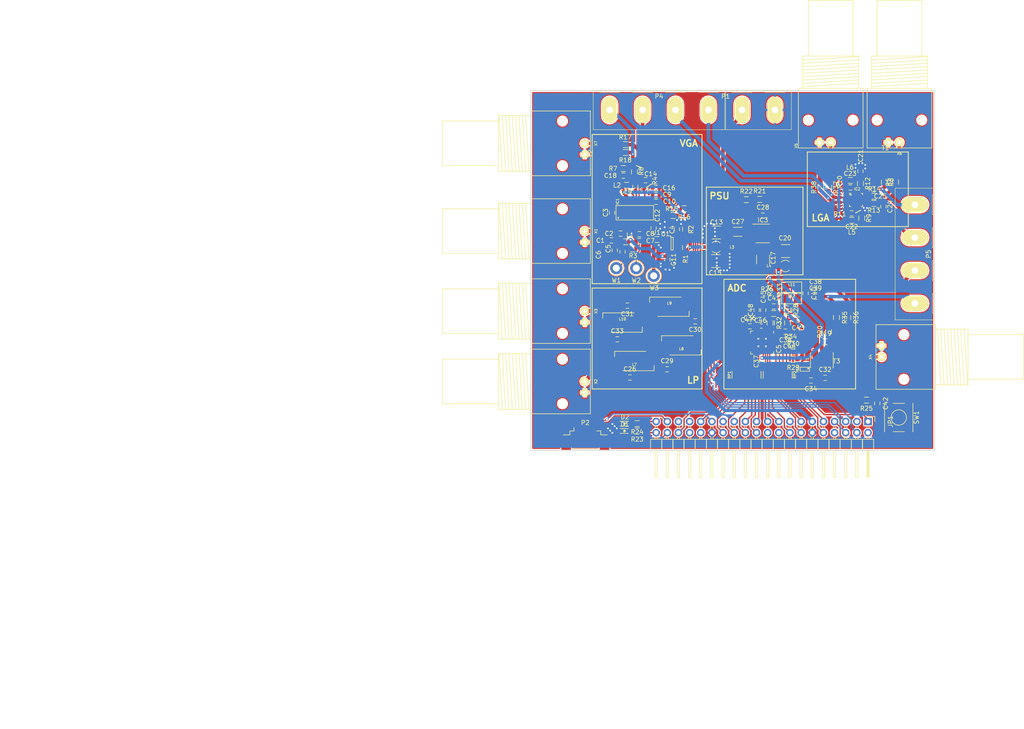
<source format=kicad_pcb>
(kicad_pcb (version 20160815) (host pcbnew "(2016-11-09 revision 58af5bc)-makepkg")
  (layers (0 F.Cu signal) (31 B.Cu signal) (34 B.Paste user) (35 F.Paste user) (36 B.SilkS user) (37 F.SilkS user) (38 B.Mask user) (39 F.Mask user) (44 Edge.Cuts user))
  (net 0 "")
  (net 1 GNDA)
  (net 2 "Net-(C1-Pad2)")
  (net 3 +5V)
  (net 4 +5VA)
  (net 5 +3V3)
  (net 6 +3.3VADC)
  (net 7 /HILO)
  (net 8 "Net-(C7-Pad1)")
  (net 9 "Net-(C8-Pad1)")
  (net 10 /SCL)
  (net 11 /SDA)
  (net 12 "Net-(C1-Pad1)")
  (net 13 "Net-(C3-Pad2)")
  (net 14 "Net-(C4-Pad1)")
  (net 15 "Net-(C5-Pad1)")
  (net 16 "Net-(C6-Pad1)")
  (net 17 "Net-(C7-Pad2)")
  (net 18 "Net-(C8-Pad2)")
  (net 19 "Net-(C10-Pad2)")
  (net 20 "Net-(C12-Pad2)")
  (net 21 "Net-(C14-Pad1)")
  (net 22 "Net-(C16-Pad1)")
  (net 23 "Net-(C18-Pad2)")
  (net 24 "Net-(C18-Pad1)")
  (net 25 "Net-(C19-Pad2)")
  (net 26 "Net-(C19-Pad1)")
  (net 27 "Net-(C21-Pad1)")
  (net 28 "Net-(C22-Pad2)")
  (net 29 "Net-(C23-Pad2)")
  (net 30 "Net-(IC2-Pad14)")
  (net 31 "Net-(IC2-Pad12)")
  (net 32 "Net-(IC2-Pad9)")
  (net 33 "Net-(IC2-Pad7)")
  (net 34 "Net-(IC2-Pad4)")
  (net 35 "Net-(IC2-Pad1)")
  (net 36 "Net-(J1-Pad2)")
  (net 37 /OUT1-)
  (net 38 /OUT1+)
  (net 39 /OUT2-)
  (net 40 /OUT2+)
  (net 41 "Net-(T1-Pad1)")
  (net 42 "Net-(T2-Pad1)")
  (net 43 /IN2+)
  (net 44 /IN2-)
  (net 45 "Net-(R5-Pad2)")
  (net 46 "Net-(R6-Pad2)")
  (net 47 "Net-(R17-Pad2)")
  (net 48 "Net-(R18-Pad2)")
  (net 49 "Net-(C26-Pad1)")
  (net 50 "Net-(C28-Pad1)")
  (net 51 "Net-(C29-Pad1)")
  (net 52 "Net-(C30-Pad1)")
  (net 53 "Net-(C31-Pad1)")
  (net 54 "Net-(C33-Pad1)")
  (net 55 "Net-(C38-Pad1)")
  (net 56 /IN3-)
  (net 57 /IN3+)
  (net 58 "Net-(C39-Pad1)")
  (net 59 "Net-(C41-Pad2)")
  (net 60 "Net-(C41-Pad1)")
  (net 61 /SW1)
  (net 62 "Net-(C43-Pad2)")
  (net 63 "Net-(C44-Pad2)")
  (net 64 "Net-(C45-Pad2)")
  (net 65 "Net-(C46-Pad1)")
  (net 66 "Net-(D1-Pad2)")
  (net 67 "Net-(D2-Pad2)")
  (net 68 /CLK_INTERNAL)
  (net 69 /CLK_EXTERNAL)
  (net 70 "Net-(IC5-Pad30)")
  (net 71 "Net-(IC5-Pad29)")
  (net 72 "Net-(IC5-Pad28)")
  (net 73 "Net-(IC5-Pad27)")
  (net 74 "Net-(IC5-Pad26)")
  (net 75 "Net-(IC5-Pad25)")
  (net 76 "Net-(IC5-Pad24)")
  (net 77 "Net-(IC5-Pad23)")
  (net 78 "Net-(IC5-Pad22)")
  (net 79 "Net-(IC5-Pad19)")
  (net 80 "Net-(IC5-Pad18)")
  (net 81 "Net-(IC5-Pad17)")
  (net 82 "Net-(IC5-Pad16)")
  (net 83 "Net-(IC5-Pad15)")
  (net 84 "Net-(IC5-Pad14)")
  (net 85 "Net-(IC5-Pad13)")
  (net 86 "Net-(IC5-Pad12)")
  (net 87 "Net-(IC5-Pad2)")
  (net 88 "Net-(IC5-Pad1)")
  (net 89 /LED1)
  (net 90 /LED2)
  (net 91 /TX)
  (net 92 /RX)
  (net 93 /D12)
  (net 94 /D13)
  (net 95 /D0)
  (net 96 /D1)
  (net 97 /D2)
  (net 98 /D3)
  (net 99 /D4)
  (net 100 /D5)
  (net 101 /D6)
  (net 102 /D7)
  (net 103 /D8)
  (net 104 /D9)
  (net 105 /D10)
  (net 106 /D11)
  (net 107 /OF)
  (net 108 /CLK)
  (net 109 "Net-(R19-Pad2)")
  (net 110 "Net-(IC3-Pad9)")
  (net 111 "Net-(IC3-Pad8)")
  (net 112 "Net-(R35-Pad2)")
  (net 113 "Net-(R36-Pad2)")
  (net 114 "Net-(R37-Pad2)")
  (net 115 "Net-(R38-Pad2)")
  (net 116 "Net-(T3-Pad1)")
  (net 117 "Net-(T4-Pad1)")
  (module Housings_DFN_QFN:QFN-32-1EP_5x5mm_Pitch0.5mm (layer F.Cu) (at 82.705 160.425 270)
    (fp_text reference IC5 (at 1.7 -3.8 270) (layer F.SilkS))
    (fp_text value LTC2252)
    (pad EP smd rect (at -0.8625 -0.8625 270) (size 1.725 1.725) (layers F.Cu F.Paste F.Mask) (net 1 GNDA))
    (pad EP smd rect (at -0.8625 0.8625 270) (size 1.725 1.725) (layers F.Cu F.Paste F.Mask) (net 1 GNDA))
    (pad EP smd rect (at 0.8625 -0.8625 270) (size 1.725 1.725) (layers F.Cu F.Paste F.Mask) (net 1 GNDA))
    (pad EP smd rect (at 0.8625 0.8625 270) (size 1.725 1.725) (layers F.Cu F.Paste F.Mask) (net 1 GNDA))
    (pad 32 smd rect (at -1.75 -2.4) (size 0.7 0.25) (layers F.Cu F.Paste F.Mask) (net 6 +3.3VADC))
    (pad 31 smd rect (at -1.25 -2.4) (size 0.7 0.25) (layers F.Cu F.Paste F.Mask) (net 63 "Net-(C44-Pad2)"))
    (pad 30 smd rect (at -0.75 -2.4) (size 0.7 0.25) (layers F.Cu F.Paste F.Mask) (net 70 "Net-(IC5-Pad30)"))
    (pad 29 smd rect (at -0.25 -2.4) (size 0.7 0.25) (layers F.Cu F.Paste F.Mask) (net 71 "Net-(IC5-Pad29)"))
    (pad 28 smd rect (at 0.25 -2.4) (size 0.7 0.25) (layers F.Cu F.Paste F.Mask) (net 72 "Net-(IC5-Pad28)"))
    (pad 27 smd rect (at 0.75 -2.4) (size 0.7 0.25) (layers F.Cu F.Paste F.Mask) (net 73 "Net-(IC5-Pad27)"))
    (pad 26 smd rect (at 1.25 -2.4) (size 0.7 0.25) (layers F.Cu F.Paste F.Mask) (net 74 "Net-(IC5-Pad26)"))
    (pad 25 smd rect (at 1.75 -2.4) (size 0.7 0.25) (layers F.Cu F.Paste F.Mask) (net 75 "Net-(IC5-Pad25)"))
    (pad 24 smd rect (at 2.4 -1.75 270) (size 0.7 0.25) (layers F.Cu F.Paste F.Mask) (net 76 "Net-(IC5-Pad24)"))
    (pad 23 smd rect (at 2.4 -1.25 270) (size 0.7 0.25) (layers F.Cu F.Paste F.Mask) (net 77 "Net-(IC5-Pad23)"))
    (pad 22 smd rect (at 2.4 -0.75 270) (size 0.7 0.25) (layers F.Cu F.Paste F.Mask) (net 78 "Net-(IC5-Pad22)"))
    (pad 21 smd rect (at 2.4 -0.25 270) (size 0.7 0.25) (layers F.Cu F.Paste F.Mask) (net 5 +3V3))
    (pad 20 smd rect (at 2.4 0.25 270) (size 0.7 0.25) (layers F.Cu F.Paste F.Mask) (net 1 GNDA))
    (pad 19 smd rect (at 2.4 0.75 270) (size 0.7 0.25) (layers F.Cu F.Paste F.Mask) (net 79 "Net-(IC5-Pad19)"))
    (pad 18 smd rect (at 2.4 1.25 270) (size 0.7 0.25) (layers F.Cu F.Paste F.Mask) (net 80 "Net-(IC5-Pad18)"))
    (pad 17 smd rect (at 2.4 1.75 270) (size 0.7 0.25) (layers F.Cu F.Paste F.Mask) (net 81 "Net-(IC5-Pad17)"))
    (pad 16 smd rect (at 1.75 2.4) (size 0.7 0.25) (layers F.Cu F.Paste F.Mask) (net 82 "Net-(IC5-Pad16)"))
    (pad 15 smd rect (at 1.25 2.4) (size 0.7 0.25) (layers F.Cu F.Paste F.Mask) (net 83 "Net-(IC5-Pad15)"))
    (pad 14 smd rect (at 0.75 2.4) (size 0.7 0.25) (layers F.Cu F.Paste F.Mask) (net 84 "Net-(IC5-Pad14)"))
    (pad 13 smd rect (at 0.25 2.4) (size 0.7 0.25) (layers F.Cu F.Paste F.Mask) (net 85 "Net-(IC5-Pad13)"))
    (pad 12 smd rect (at -0.25 2.4) (size 0.7 0.25) (layers F.Cu F.Paste F.Mask) (net 86 "Net-(IC5-Pad12)"))
    (pad 11 smd rect (at -0.75 2.4) (size 0.7 0.25) (layers F.Cu F.Paste F.Mask) (net 1 GNDA))
    (pad 10 smd rect (at -1.25 2.4) (size 0.7 0.25) (layers F.Cu F.Paste F.Mask) (net 1 GNDA))
    (pad 9 smd rect (at -1.75 2.4) (size 0.7 0.25) (layers F.Cu F.Paste F.Mask))
    (pad 8 smd rect (at -2.4 1.75 270) (size 0.7 0.25) (layers F.Cu F.Paste F.Mask) (net 1 GNDA))
    (pad 7 smd rect (at -2.4 1.25 270) (size 0.7 0.25) (layers F.Cu F.Paste F.Mask) (net 6 +3.3VADC))
    (pad 6 smd rect (at -2.4 0.75 270) (size 0.7 0.25) (layers F.Cu F.Paste F.Mask) (net 65 "Net-(C46-Pad1)"))
    (pad 5 smd rect (at -2.4 0.25 270) (size 0.7 0.25) (layers F.Cu F.Paste F.Mask) (net 65 "Net-(C46-Pad1)"))
    (pad 4 smd rect (at -2.4 -0.25 270) (size 0.7 0.25) (layers F.Cu F.Paste F.Mask) (net 64 "Net-(C45-Pad2)"))
    (pad 3 smd rect (at -2.4 -0.75 270) (size 0.7 0.25) (layers F.Cu F.Paste F.Mask) (net 64 "Net-(C45-Pad2)"))
    (pad 2 smd rect (at -2.4 -1.25 270) (size 0.7 0.25) (layers F.Cu F.Paste F.Mask) (net 87 "Net-(IC5-Pad2)"))
    (pad 1 smd rect (at -2.4 -1.75 270) (size 0.7 0.25) (layers F.Cu F.Paste F.Mask) (net 88 "Net-(IC5-Pad1)"))
  )
  (module Capacitors_SMD:C_0603 (layer F.Cu) (at 52.58 168.39)
    (fp_text reference C26 (at 0 -1.9) (layer F.SilkS))
    (fp_text value 82p)
    (pad 1 smd rect (at -0.75 0) (size 0.8 0.75) (layers F.Cu F.Paste F.Mask) (net 49 "Net-(C26-Pad1)"))
    (pad 2 smd rect (at 0.75 0) (size 0.8 0.75) (layers F.Cu F.Paste F.Mask) (net 1 GNDA))
  )
  (module Capacitors_SMD:C_0603 (layer F.Cu) (at 82.875 131.5)
    (fp_text reference C28 (at 0 -1.9) (layer F.SilkS))
    (fp_text value 10n)
    (pad 1 smd rect (at -0.75 0) (size 0.8 0.75) (layers F.Cu F.Paste F.Mask) (net 50 "Net-(C28-Pad1)"))
    (pad 2 smd rect (at 0.75 0) (size 0.8 0.75) (layers F.Cu F.Paste F.Mask) (net 1 GNDA))
  )
  (module Capacitors_SMD:C_0603 (layer F.Cu) (at 61.055 166.515)
    (fp_text reference C29 (at 0 -1.9) (layer F.SilkS))
    (fp_text value 180p)
    (pad 2 smd rect (at 0.75 0) (size 0.8 0.75) (layers F.Cu F.Paste F.Mask) (net 1 GNDA))
    (pad 1 smd rect (at -0.75 0) (size 0.8 0.75) (layers F.Cu F.Paste F.Mask) (net 51 "Net-(C29-Pad1)"))
  )
  (module Capacitors_SMD:C_0603 (layer F.Cu) (at 67.45 155.575 180)
    (fp_text reference C30 (at 0 -1.9 180) (layer F.SilkS))
    (fp_text value 180p)
    (pad 1 smd rect (at -0.75 0 180) (size 0.8 0.75) (layers F.Cu F.Paste F.Mask) (net 52 "Net-(C30-Pad1)"))
    (pad 2 smd rect (at 0.75 0 180) (size 0.8 0.75) (layers F.Cu F.Paste F.Mask) (net 1 GNDA))
  )
  (module Capacitors_SMD:C_0603 (layer F.Cu) (at 52.005 152.015 180)
    (fp_text reference C31 (at 0 -1.9 180) (layer F.SilkS))
    (fp_text value 180p)
    (pad 2 smd rect (at 0.75 0 180) (size 0.8 0.75) (layers F.Cu F.Paste F.Mask) (net 1 GNDA))
    (pad 1 smd rect (at -0.75 0 180) (size 0.8 0.75) (layers F.Cu F.Paste F.Mask) (net 53 "Net-(C31-Pad1)"))
  )
  (module Capacitors_SMD:C_0603 (layer F.Cu) (at 97.055 168.48)
    (fp_text reference C32 (at 0 -1.9) (layer F.SilkS))
    (fp_text value 100n)
    (pad 2 smd rect (at 0.75 0) (size 0.8 0.75) (layers F.Cu F.Paste F.Mask) (net 5 +3V3))
    (pad 1 smd rect (at -0.75 0) (size 0.8 0.75) (layers F.Cu F.Paste F.Mask) (net 1 GNDA))
  )
  (module Capacitors_SMD:C_0603 (layer F.Cu) (at 49.73 159.69)
    (fp_text reference C33 (at 0 -1.9) (layer F.SilkS))
    (fp_text value 82p)
    (pad 2 smd rect (at 0.75 0) (size 0.8 0.75) (layers F.Cu F.Paste F.Mask) (net 1 GNDA))
    (pad 1 smd rect (at -0.75 0) (size 0.8 0.75) (layers F.Cu F.Paste F.Mask) (net 54 "Net-(C33-Pad1)"))
  )
  (module Capacitors_SMD:C_0603 (layer F.Cu) (at 93.83 169.08 180)
    (fp_text reference C34 (at 0 -1.9 180) (layer F.SilkS))
    (fp_text value 100n)
    (pad 1 smd rect (at -0.75 0 180) (size 0.8 0.75) (layers F.Cu F.Paste F.Mask) (net 1 GNDA))
    (pad 2 smd rect (at 0.75 0 180) (size 0.8 0.75) (layers F.Cu F.Paste F.Mask) (net 5 +3V3))
  )
  (module Capacitors_SMD:C_0603 (layer F.Cu) (at 88 157.95 180)
    (fp_text reference C35 (at 0 -1.9 180) (layer F.SilkS))
    (fp_text value 100n)
    (pad 1 smd rect (at -0.75 0 180) (size 0.8 0.75) (layers F.Cu F.Paste F.Mask) (net 1 GNDA))
    (pad 2 smd rect (at 0.75 0 180) (size 0.8 0.75) (layers F.Cu F.Paste F.Mask) (net 6 +3.3VADC))
  )
  (module Capacitors_SMD:C_0603 (layer F.Cu) (at 79.905 156.725)
    (fp_text reference C36 (at 0 -1.9) (layer F.SilkS))
    (fp_text value 100n)
    (pad 2 smd rect (at 0.75 0) (size 0.8 0.75) (layers F.Cu F.Paste F.Mask) (net 6 +3.3VADC))
    (pad 1 smd rect (at -0.75 0) (size 0.8 0.75) (layers F.Cu F.Paste F.Mask) (net 1 GNDA))
  )
  (module Capacitors_SMD:C_0603 (layer F.Cu) (at 82.705 164.675 90)
    (fp_text reference C37 (at -0.05 -1.325 90) (layer F.SilkS))
    (fp_text value 100n)
    (pad 2 smd rect (at 0.75 0 90) (size 0.8 0.75) (layers F.Cu F.Paste F.Mask) (net 5 +3V3))
    (pad 1 smd rect (at -0.75 0 90) (size 0.8 0.75) (layers F.Cu F.Paste F.Mask) (net 1 GNDA))
  )
  (module Capacitors_SMD:C_0603 (layer F.Cu) (at 94.855 148.45)
    (fp_text reference C38 (at 0 -1.9) (layer F.SilkS))
    (fp_text value 100n)
    (pad 1 smd rect (at -0.75 0) (size 0.8 0.75) (layers F.Cu F.Paste F.Mask) (net 55 "Net-(C38-Pad1)"))
    (pad 2 smd rect (at 0.75 0) (size 0.8 0.75) (layers F.Cu F.Paste F.Mask) (net 56 /IN3-))
  )
  (module Capacitors_SMD:C_0603 (layer F.Cu) (at 94.855 149.95)
    (fp_text reference C39 (at 0 -1.9) (layer F.SilkS))
    (fp_text value 100n)
    (pad 2 smd rect (at 0.75 0) (size 0.8 0.75) (layers F.Cu F.Paste F.Mask) (net 57 /IN3+))
    (pad 1 smd rect (at -0.75 0) (size 0.8 0.75) (layers F.Cu F.Paste F.Mask) (net 58 "Net-(C39-Pad1)"))
  )
  (module Capacitors_SMD:C_0603 (layer F.Cu) (at 92.605 149.2 270)
    (fp_text reference C40 (at 0 -1.9 270) (layer F.SilkS))
    (fp_text value 22p)
    (pad 1 smd rect (at -0.75 0 270) (size 0.8 0.75) (layers F.Cu F.Paste F.Mask) (net 55 "Net-(C38-Pad1)"))
    (pad 2 smd rect (at 0.75 0 270) (size 0.8 0.75) (layers F.Cu F.Paste F.Mask) (net 58 "Net-(C39-Pad1)"))
  )
  (module Capacitors_SMD:C_0603 (layer F.Cu) (at 85.355 152.2)
    (fp_text reference C41 (at 0 -1.9) (layer F.SilkS))
    (fp_text value 10p)
    (pad 2 smd rect (at 0.75 0) (size 0.8 0.75) (layers F.Cu F.Paste F.Mask) (net 59 "Net-(C41-Pad2)"))
    (pad 1 smd rect (at -0.75 0) (size 0.8 0.75) (layers F.Cu F.Paste F.Mask) (net 60 "Net-(C41-Pad1)"))
  )
  (module Capacitors_SMD:C_0603 (layer F.Cu) (at 108.935 174.29 270)
    (fp_text reference C42 (at 0 -1.9 270) (layer F.SilkS))
    (fp_text value TBD)
    (pad 2 smd rect (at 0.75 0 270) (size 0.8 0.75) (layers F.Cu F.Paste F.Mask) (net 1 GNDA))
    (pad 1 smd rect (at -0.75 0 270) (size 0.8 0.75) (layers F.Cu F.Paste F.Mask) (net 61 /SW1))
  )
  (module Capacitors_SMD:C_0603 (layer F.Cu) (at 90.905 155.175 180)
    (fp_text reference C43 (at 0 -1.9 180) (layer F.SilkS))
    (fp_text value 100n)
    (pad 1 smd rect (at -0.75 0 180) (size 0.8 0.75) (layers F.Cu F.Paste F.Mask) (net 1 GNDA))
    (pad 2 smd rect (at 0.75 0 180) (size 0.8 0.75) (layers F.Cu F.Paste F.Mask) (net 62 "Net-(C43-Pad2)"))
  )
  (module Capacitors_SMD:C_0603 (layer F.Cu) (at 88.905 159.375 180)
    (fp_text reference C44 (at 0 -1.9 180) (layer F.SilkS))
    (fp_text value 2u2)
    (pad 2 smd rect (at 0.75 0 180) (size 0.8 0.75) (layers F.Cu F.Paste F.Mask) (net 63 "Net-(C44-Pad2)"))
    (pad 1 smd rect (at -0.75 0 180) (size 0.8 0.75) (layers F.Cu F.Paste F.Mask) (net 1 GNDA))
  )
  (module Capacitors_SMD:C_0603 (layer F.Cu) (at 82.955 153.025 270)
    (fp_text reference C45 (at -3 -0.05 270) (layer F.SilkS))
    (fp_text value 1u)
    (pad 1 smd rect (at -0.75 0 270) (size 0.8 0.75) (layers F.Cu F.Paste F.Mask) (net 1 GNDA))
    (pad 2 smd rect (at 0.75 0 270) (size 0.8 0.75) (layers F.Cu F.Paste F.Mask) (net 64 "Net-(C45-Pad2)"))
  )
  (module Capacitors_SMD:C_0603 (layer F.Cu) (at 82.205 155.275)
    (fp_text reference C47 (at -3 0) (layer F.SilkS))
    (fp_text value 2u2)
    (pad 1 smd rect (at -0.75 0) (size 0.8 0.75) (layers F.Cu F.Paste F.Mask) (net 65 "Net-(C46-Pad1)"))
    (pad 2 smd rect (at 0.75 0) (size 0.8 0.75) (layers F.Cu F.Paste F.Mask) (net 64 "Net-(C45-Pad2)"))
  )
  (module Capacitors_SMD:C_0603 (layer F.Cu) (at 81.455 153.025 270)
    (fp_text reference C48 (at 0 1.375 270) (layer F.SilkS))
    (fp_text value 1u)
    (pad 2 smd rect (at 0.75 0 270) (size 0.8 0.75) (layers F.Cu F.Paste F.Mask) (net 65 "Net-(C46-Pad1)"))
    (pad 1 smd rect (at -0.75 0 270) (size 0.8 0.75) (layers F.Cu F.Paste F.Mask) (net 1 GNDA))
  )
  (module LEDs:LED_0603 (layer F.Cu) (at 51.4357 180.58)
    (fp_text reference D1 (at 0 -1.5) (layer F.SilkS))
    (fp_text value LED)
    (pad 1 smd rect (at -0.7493 0 180) (size 0.79756 0.79756) (layers F.Cu F.Paste F.Mask) (net 1 GNDA))
    (pad 2 smd rect (at 0.7493 0 180) (size 0.79756 0.79756) (layers F.Cu F.Paste F.Mask) (net 66 "Net-(D1-Pad2)"))
  )
  (module LEDs:LED_0603 (layer F.Cu) (at 51.455 178.91)
    (fp_text reference D2 (at 0 -1.5) (layer F.SilkS))
    (fp_text value LED)
    (pad 2 smd rect (at 0.7493 0 180) (size 0.79756 0.79756) (layers F.Cu F.Paste F.Mask) (net 67 "Net-(D2-Pad2)"))
    (pad 1 smd rect (at -0.7493 0 180) (size 0.79756 0.79756) (layers F.Cu F.Paste F.Mask) (net 1 GNDA))
  )
  (module SDRfootprints:SOT353 (layer F.Cu) (at 93.08 165.355 270)
    (fp_text reference IC4 (at 1.15 2.3 270) (layer F.SilkS) (effects (font (size 0.6 0.6) (thickness 0.12))))
    (fp_text value NC7SVU04)
    (pad 1 smd rect (at 0 0 270) (size 1 0.3) (layers F.Cu F.Paste F.Mask))
    (pad 2 smd rect (at 0 0.65 270) (size 1 0.3) (layers F.Cu F.Paste F.Mask) (net 68 /CLK_INTERNAL))
    (pad 3 smd rect (at 0 1.3 270) (size 1 0.3) (layers F.Cu F.Paste F.Mask) (net 1 GNDA))
    (pad 4 smd rect (at 2.3 1.3 270) (size 1 0.3) (layers F.Cu F.Paste F.Mask) (net 69 /CLK_EXTERNAL))
    (pad 5 smd rect (at 2.3 0 270) (size 1 0.3) (layers F.Cu F.Paste F.Mask) (net 5 +3V3))
  )
  (module Pin_Headers:Pin_Header_Angled_2x20 (layer F.Cu) (at 106.83 178.425 270)
    (fp_text reference JP1 (at 0 -5.1 270) (layer F.SilkS))
    (fp_text value DE0_nano_GPIO-1)
    (pad 40 thru_hole oval (at 2.54 48.26 270) (size 1.7272 1.7272) (drill 1.016) (layers *.Cu *.Mask) (net 89 /LED1))
    (pad 39 thru_hole oval (at 0 48.26 270) (size 1.7272 1.7272) (drill 1.016) (layers *.Cu *.Mask) (net 90 /LED2))
    (pad 38 thru_hole oval (at 2.54 45.72 270) (size 1.7272 1.7272) (drill 1.016) (layers *.Cu *.Mask) (net 91 /TX))
    (pad 37 thru_hole oval (at 0 45.72 270) (size 1.7272 1.7272) (drill 1.016) (layers *.Cu *.Mask) (net 92 /RX))
    (pad 36 thru_hole oval (at 2.54 43.18 270) (size 1.7272 1.7272) (drill 1.016) (layers *.Cu *.Mask) (net 93 /D12))
    (pad 35 thru_hole oval (at 0 43.18 270) (size 1.7272 1.7272) (drill 1.016) (layers *.Cu *.Mask))
    (pad 34 thru_hole oval (at 2.54 40.64 270) (size 1.7272 1.7272) (drill 1.016) (layers *.Cu *.Mask))
    (pad 33 thru_hole oval (at 0 40.64 270) (size 1.7272 1.7272) (drill 1.016) (layers *.Cu *.Mask))
    (pad 32 thru_hole oval (at 2.54 38.1 270) (size 1.7272 1.7272) (drill 1.016) (layers *.Cu *.Mask))
    (pad 31 thru_hole oval (at 0 38.1 270) (size 1.7272 1.7272) (drill 1.016) (layers *.Cu *.Mask) (net 94 /D13))
    (pad 30 thru_hole oval (at 2.54 35.56 270) (size 1.7272 1.7272) (drill 1.016) (layers *.Cu *.Mask) (net 1 GNDA))
    (pad 29 thru_hole oval (at 0 35.56 270) (size 1.7272 1.7272) (drill 1.016) (layers *.Cu *.Mask) (net 5 +3V3))
    (pad 28 thru_hole oval (at 2.54 33.02 270) (size 1.7272 1.7272) (drill 1.016) (layers *.Cu *.Mask) (net 95 /D0))
    (pad 27 thru_hole oval (at 0 33.02 270) (size 1.7272 1.7272) (drill 1.016) (layers *.Cu *.Mask))
    (pad 26 thru_hole oval (at 2.54 30.48 270) (size 1.7272 1.7272) (drill 1.016) (layers *.Cu *.Mask) (net 96 /D1))
    (pad 25 thru_hole oval (at 0 30.48 270) (size 1.7272 1.7272) (drill 1.016) (layers *.Cu *.Mask))
    (pad 24 thru_hole oval (at 2.54 27.94 270) (size 1.7272 1.7272) (drill 1.016) (layers *.Cu *.Mask) (net 97 /D2))
    (pad 23 thru_hole oval (at 0 27.94 270) (size 1.7272 1.7272) (drill 1.016) (layers *.Cu *.Mask) (net 98 /D3))
    (pad 22 thru_hole oval (at 2.54 25.4 270) (size 1.7272 1.7272) (drill 1.016) (layers *.Cu *.Mask) (net 99 /D4))
    (pad 21 thru_hole oval (at 0 25.4 270) (size 1.7272 1.7272) (drill 1.016) (layers *.Cu *.Mask) (net 100 /D5))
    (pad 20 thru_hole oval (at 2.54 22.86 270) (size 1.7272 1.7272) (drill 1.016) (layers *.Cu *.Mask))
    (pad 19 thru_hole oval (at 0 22.86 270) (size 1.7272 1.7272) (drill 1.016) (layers *.Cu *.Mask) (net 101 /D6))
    (pad 18 thru_hole oval (at 2.54 20.32 270) (size 1.7272 1.7272) (drill 1.016) (layers *.Cu *.Mask))
    (pad 17 thru_hole oval (at 0 20.32 270) (size 1.7272 1.7272) (drill 1.016) (layers *.Cu *.Mask) (net 102 /D7))
    (pad 16 thru_hole oval (at 2.54 17.78 270) (size 1.7272 1.7272) (drill 1.016) (layers *.Cu *.Mask) (net 103 /D8))
    (pad 15 thru_hole oval (at 0 17.78 270) (size 1.7272 1.7272) (drill 1.016) (layers *.Cu *.Mask))
    (pad 14 thru_hole oval (at 2.54 15.24 270) (size 1.7272 1.7272) (drill 1.016) (layers *.Cu *.Mask) (net 104 /D9))
    (pad 13 thru_hole oval (at 0 15.24 270) (size 1.7272 1.7272) (drill 1.016) (layers *.Cu *.Mask) (net 105 /D10))
    (pad 12 thru_hole oval (at 2.54 12.7 270) (size 1.7272 1.7272) (drill 1.016) (layers *.Cu *.Mask) (net 1 GNDA))
    (pad 11 thru_hole oval (at 0 12.7 270) (size 1.7272 1.7272) (drill 1.016) (layers *.Cu *.Mask) (net 3 +5V))
    (pad 10 thru_hole oval (at 2.54 10.16 270) (size 1.7272 1.7272) (drill 1.016) (layers *.Cu *.Mask) (net 106 /D11))
    (pad 9 thru_hole oval (at 0 10.16 270) (size 1.7272 1.7272) (drill 1.016) (layers *.Cu *.Mask) (net 107 /OF))
    (pad 8 thru_hole oval (at 2.54 7.62 270) (size 1.7272 1.7272) (drill 1.016) (layers *.Cu *.Mask))
    (pad 7 thru_hole oval (at 0 7.62 270) (size 1.7272 1.7272) (drill 1.016) (layers *.Cu *.Mask) (net 61 /SW1))
    (pad 6 thru_hole oval (at 2.54 5.08 270) (size 1.7272 1.7272) (drill 1.016) (layers *.Cu *.Mask) (net 7 /HILO))
    (pad 5 thru_hole oval (at 0 5.08 270) (size 1.7272 1.7272) (drill 1.016) (layers *.Cu *.Mask) (net 10 /SCL))
    (pad 4 thru_hole oval (at 2.54 2.54 270) (size 1.7272 1.7272) (drill 1.016) (layers *.Cu *.Mask) (net 11 /SDA))
    (pad 3 thru_hole oval (at 0 2.54 270) (size 1.7272 1.7272) (drill 1.016) (layers *.Cu *.Mask))
    (pad 2 thru_hole oval (at 2.54 0 270) (size 1.7272 1.7272) (drill 1.016) (layers *.Cu *.Mask))
    (pad 1 thru_hole rect (at 0 0 270) (size 1.7272 1.7272) (drill 1.016) (layers *.Cu *.Mask) (net 108 /CLK))
  )
  (module SDRfootprints:Coil_132-XXSM_L_ (layer F.Cu) (at 49.605 166.44)
    (fp_text reference L7 (at 4 -1) (layer F.SilkS) (effects (font (size 0.6 0.6) (thickness 0.12))))
    (fp_text value 307n)
    (pad 2 smd rect (at 8 -3.6) (size 2.1 4.75) (layers F.Cu F.Paste F.Mask) (net 51 "Net-(C29-Pad1)"))
    (pad 1 smd rect (at 0 0) (size 2.1 4.8) (layers F.Cu F.Paste F.Mask) (net 49 "Net-(C26-Pad1)"))
  )
  (module SDRfootprints:Coil_132-XXSM_L_ (layer F.Cu) (at 60.305 162.865)
    (fp_text reference L8 (at 4 -1) (layer F.SilkS) (effects (font (size 0.6 0.6) (thickness 0.12))))
    (fp_text value 380n)
    (pad 2 smd rect (at 8 -3.6) (size 2.1 4.75) (layers F.Cu F.Paste F.Mask) (net 52 "Net-(C30-Pad1)"))
    (pad 1 smd rect (at 0 0) (size 2.1 4.8) (layers F.Cu F.Paste F.Mask) (net 51 "Net-(C29-Pad1)"))
  )
  (module SDRfootprints:Coil_132-XXSM_L_ (layer F.Cu) (at 65.58 150.465 180)
    (fp_text reference L9 (at 4 -1 180) (layer F.SilkS) (effects (font (size 0.6 0.6) (thickness 0.12))))
    (fp_text value 380n)
    (pad 1 smd rect (at 0 0 180) (size 2.1 4.8) (layers F.Cu F.Paste F.Mask) (net 52 "Net-(C30-Pad1)"))
    (pad 2 smd rect (at 8 -3.6 180) (size 2.1 4.75) (layers F.Cu F.Paste F.Mask) (net 53 "Net-(C31-Pad1)"))
  )
  (module SDRfootprints:Coil_132-XXSM_L_ (layer F.Cu) (at 54.905 154.065 180)
    (fp_text reference L10 (at 4 -1 180) (layer F.SilkS) (effects (font (size 0.6 0.6) (thickness 0.12))))
    (fp_text value 307n)
    (pad 1 smd rect (at 0 0 180) (size 2.1 4.8) (layers F.Cu F.Paste F.Mask) (net 53 "Net-(C31-Pad1)"))
    (pad 2 smd rect (at 8 -3.6 180) (size 2.1 4.75) (layers F.Cu F.Paste F.Mask) (net 54 "Net-(C33-Pad1)"))
  )
  (module Resistors_SMD:R_0603 (layer F.Cu) (at 97.055 160.23)
    (fp_text reference R19 (at 0 -1.9) (layer F.SilkS))
    (fp_text value 10k)
    (pad 1 smd rect (at -0.75 0) (size 0.5 0.9) (layers F.Cu F.Paste F.Mask) (net 5 +3V3))
    (pad 2 smd rect (at 0.75 0) (size 0.5 0.9) (layers F.Cu F.Paste F.Mask) (net 109 "Net-(R19-Pad2)"))
  )
  (module Resistors_SMD:R_0603 (layer F.Cu) (at 97.8 157.975 90)
    (fp_text reference R20 (at 0 -1.9 90) (layer F.SilkS))
    (fp_text value 10k)
    (pad 1 smd rect (at -0.75 0 90) (size 0.5 0.9) (layers F.Cu F.Paste F.Mask) (net 109 "Net-(R19-Pad2)"))
    (pad 2 smd rect (at 0.75 0 90) (size 0.5 0.9) (layers F.Cu F.Paste F.Mask) (net 1 GNDA))
  )
  (module Resistors_SMD:R_0603 (layer F.Cu) (at 82.15 127.8)
    (fp_text reference R21 (at 0 -1.9) (layer F.SilkS))
    (fp_text value 23k2)
    (pad 2 smd rect (at 0.75 0) (size 0.5 0.9) (layers F.Cu F.Paste F.Mask) (net 110 "Net-(IC3-Pad9)"))
    (pad 1 smd rect (at -0.75 0) (size 0.5 0.9) (layers F.Cu F.Paste F.Mask) (net 111 "Net-(IC3-Pad8)"))
  )
  (module Resistors_SMD:R_0603 (layer F.Cu) (at 79.1 127.85)
    (fp_text reference R22 (at 0 -1.9) (layer F.SilkS))
    (fp_text value 13k3)
    (pad 1 smd rect (at -0.75 0) (size 0.5 0.9) (layers F.Cu F.Paste F.Mask) (net 1 GNDA))
    (pad 2 smd rect (at 0.75 0) (size 0.5 0.9) (layers F.Cu F.Paste F.Mask) (net 111 "Net-(IC3-Pad8)"))
  )
  (module Resistors_SMD:R_0603 (layer F.Cu) (at 54.245 180.58 180)
    (fp_text reference R23 (at 0 -1.9 180) (layer F.SilkS))
    (fp_text value 470)
    (pad 1 smd rect (at -0.75 0 180) (size 0.5 0.9) (layers F.Cu F.Paste F.Mask) (net 89 /LED1))
    (pad 2 smd rect (at 0.75 0 180) (size 0.5 0.9) (layers F.Cu F.Paste F.Mask) (net 66 "Net-(D1-Pad2)"))
  )
  (module Resistors_SMD:R_0603 (layer F.Cu) (at 54.245 178.91 180)
    (fp_text reference R24 (at 0 -1.9 180) (layer F.SilkS))
    (fp_text value 470)
    (pad 2 smd rect (at 0.75 0 180) (size 0.5 0.9) (layers F.Cu F.Paste F.Mask) (net 67 "Net-(D2-Pad2)"))
    (pad 1 smd rect (at -0.75 0 180) (size 0.5 0.9) (layers F.Cu F.Paste F.Mask) (net 90 /LED2))
  )
  (module Resistors_SMD:R_0603 (layer F.Cu) (at 106.475 173.54 180)
    (fp_text reference R25 (at 0 -1.9 180) (layer F.SilkS))
    (fp_text value 10k)
    (pad 2 smd rect (at 0.75 0 180) (size 0.5 0.9) (layers F.Cu F.Paste F.Mask) (net 5 +3V3))
    (pad 1 smd rect (at -0.75 0 180) (size 0.5 0.9) (layers F.Cu F.Paste F.Mask) (net 61 /SW1))
  )
  (module Resistors_SMD:R_0603 (layer F.Cu) (at 85.355 153.8 180)
    (fp_text reference R26 (at 1.525 5.55 180) (layer F.SilkS))
    (fp_text value 3k9)
    (pad 1 smd rect (at -0.75 0 180) (size 0.5 0.9) (layers F.Cu F.Paste F.Mask) (net 59 "Net-(C41-Pad2)"))
    (pad 2 smd rect (at 0.75 0 180) (size 0.5 0.9) (layers F.Cu F.Paste F.Mask) (net 60 "Net-(C41-Pad1)"))
  )
  (module Resistors_SMD:R_0603 (layer F.Cu) (at 90.155 153.025 90)
    (fp_text reference R27 (at 0 -1.9 90) (layer F.SilkS))
    (fp_text value 100)
    (pad 1 smd rect (at -0.75 0 90) (size 0.5 0.9) (layers F.Cu F.Paste F.Mask) (net 62 "Net-(C43-Pad2)"))
    (pad 2 smd rect (at 0.75 0 90) (size 0.5 0.9) (layers F.Cu F.Paste F.Mask) (net 60 "Net-(C41-Pad1)"))
  )
  (module Resistors_SMD:R_0603 (layer F.Cu) (at 88.505 153.025 270)
    (fp_text reference R28 (at 0 -1.9 270) (layer F.SilkS))
    (fp_text value 100)
    (pad 2 smd rect (at 0.75 0 270) (size 0.5 0.9) (layers F.Cu F.Paste F.Mask) (net 62 "Net-(C43-Pad2)"))
    (pad 1 smd rect (at -0.75 0 270) (size 0.5 0.9) (layers F.Cu F.Paste F.Mask) (net 59 "Net-(C41-Pad2)"))
  )
  (module Resistors_SMD:R_0603 (layer F.Cu) (at 89.78 164.225 180)
    (fp_text reference R29 (at 0 -1.9 180) (layer F.SilkS))
    (fp_text value 10k)
    (pad 2 smd rect (at 0.75 0 180) (size 0.5 0.9) (layers F.Cu F.Paste F.Mask) (net 71 "Net-(IC5-Pad29)"))
    (pad 1 smd rect (at -0.75 0 180) (size 0.5 0.9) (layers F.Cu F.Paste F.Mask) (net 6 +3.3VADC))
  )
  (module Resistors_SMD:R_0603 (layer F.Cu) (at 89.78 162.575)
    (fp_text reference R30 (at 0 -1.9) (layer F.SilkS))
    (fp_text value 22k)
    (pad 2 smd rect (at 0.75 0) (size 0.5 0.9) (layers F.Cu F.Paste F.Mask) (net 1 GNDA))
    (pad 1 smd rect (at -0.75 0) (size 0.5 0.9) (layers F.Cu F.Paste F.Mask) (net 71 "Net-(IC5-Pad29)"))
  )
  (module Resistors_SMD:R_0603 (layer F.Cu) (at 84.505 155.95 90)
    (fp_text reference R31 (at 7.575 0 90) (layer F.SilkS))
    (fp_text value 22R)
    (pad 2 smd rect (at 0.75 0 90) (size 0.5 0.9) (layers F.Cu F.Paste F.Mask) (net 60 "Net-(C41-Pad1)"))
    (pad 1 smd rect (at -0.75 0 90) (size 0.5 0.9) (layers F.Cu F.Paste F.Mask) (net 87 "Net-(IC5-Pad2)"))
  )
  (module Resistors_SMD:R_0603 (layer F.Cu) (at 88.505 155.95 90)
    (fp_text reference R32 (at 0 -1.9 90) (layer F.SilkS))
    (fp_text value 0R)
    (pad 1 smd rect (at -0.75 0 90) (size 0.5 0.9) (layers F.Cu F.Paste F.Mask) (net 63 "Net-(C44-Pad2)"))
    (pad 2 smd rect (at 0.75 0 90) (size 0.5 0.9) (layers F.Cu F.Paste F.Mask) (net 62 "Net-(C43-Pad2)"))
  )
  (module Resistors_SMD:R_0603 (layer F.Cu) (at 86.18 155.95 90)
    (fp_text reference R33 (at 7.6 0.55 90) (layer F.SilkS))
    (fp_text value 22R)
    (pad 1 smd rect (at -0.75 0 90) (size 0.5 0.9) (layers F.Cu F.Paste F.Mask) (net 88 "Net-(IC5-Pad1)"))
    (pad 2 smd rect (at 0.75 0 90) (size 0.5 0.9) (layers F.Cu F.Paste F.Mask) (net 59 "Net-(C41-Pad2)"))
  )
  (module Resistors_SMD:R_0603 (layer F.Cu) (at 89.205 160.95)
    (fp_text reference R34 (at 0 -1.9) (layer F.SilkS))
    (fp_text value 0R)
    (pad 1 smd rect (at -0.75 0) (size 0.5 0.9) (layers F.Cu F.Paste F.Mask) (net 70 "Net-(IC5-Pad30)"))
    (pad 2 smd rect (at 0.75 0) (size 0.5 0.9) (layers F.Cu F.Paste F.Mask) (net 63 "Net-(C44-Pad2)"))
  )
  (module Resistors_SMD:R_0603 (layer F.Cu) (at 99.63 154.725 270)
    (fp_text reference R35 (at 0 -1.9 270) (layer F.SilkS))
    (fp_text value TBD)
    (pad 2 smd rect (at 0.75 0 270) (size 0.5 0.9) (layers F.Cu F.Paste F.Mask) (net 112 "Net-(R35-Pad2)"))
    (pad 1 smd rect (at -0.75 0 270) (size 0.5 0.9) (layers F.Cu F.Paste F.Mask) (net 57 /IN3+))
  )
  (module Resistors_SMD:R_0603 (layer F.Cu) (at 102.205 154.725 270)
    (fp_text reference R36 (at 0 -1.9 270) (layer F.SilkS))
    (fp_text value TBD)
    (pad 2 smd rect (at 0.75 0 270) (size 0.5 0.9) (layers F.Cu F.Paste F.Mask) (net 113 "Net-(R36-Pad2)"))
    (pad 1 smd rect (at -0.75 0 270) (size 0.5 0.9) (layers F.Cu F.Paste F.Mask) (net 56 /IN3-))
  )
  (module Resistors_SMD:R_0603 (layer F.Cu) (at 97.88 125.05 90)
    (fp_text reference R37 (at 0 1.65 90) (layer F.SilkS))
    (fp_text value TBD)
    (pad 2 smd rect (at 0.75 0 90) (size 0.5 0.9) (layers F.Cu F.Paste F.Mask) (net 114 "Net-(R37-Pad2)"))
    (pad 1 smd rect (at -0.75 0 90) (size 0.5 0.9) (layers F.Cu F.Paste F.Mask) (net 43 /IN2+))
  )
  (module Resistors_SMD:R_0603 (layer F.Cu) (at 96.08 125.05 90)
    (fp_text reference R38 (at 0 -1.575 90) (layer F.SilkS))
    (fp_text value TBD)
    (pad 1 smd rect (at -0.75 0 90) (size 0.5 0.9) (layers F.Cu F.Paste F.Mask) (net 44 /IN2-))
    (pad 2 smd rect (at 0.75 0 90) (size 0.5 0.9) (layers F.Cu F.Paste F.Mask) (net 115 "Net-(R38-Pad2)"))
  )
  (module SDRfootprints:2406 (layer F.Cu) (at 81.955 166.9 270)
    (fp_text reference RP1 (at 0.9 6.7 270) (layer F.SilkS) (effects (font (size 0.6 0.6) (thickness 0.12))))
    (fp_text value R_PACK8)
    (pad 16 smd rect (at 1.8 0 270) (size 1.2 0.5) (layers F.Cu F.Paste F.Mask) (net 100 /D5))
    (pad 15 smd rect (at 1.8 0.8 270) (size 1.2 0.5) (layers F.Cu F.Paste F.Mask) (net 99 /D4))
    (pad 14 smd rect (at 1.8 1.6 270) (size 1.2 0.5) (layers F.Cu F.Paste F.Mask) (net 98 /D3))
    (pad 13 smd rect (at 1.8 2.4 270) (size 1.2 0.5) (layers F.Cu F.Paste F.Mask) (net 97 /D2))
    (pad 12 smd rect (at 1.8 3.2 270) (size 1.2 0.5) (layers F.Cu F.Paste F.Mask) (net 96 /D1))
    (pad 11 smd rect (at 1.8 4 270) (size 1.2 0.5) (layers F.Cu F.Paste F.Mask) (net 95 /D0))
    (pad 10 smd rect (at 1.8 4.8 270) (size 1.2 0.5) (layers F.Cu F.Paste F.Mask) (net 94 /D13))
    (pad 9 smd rect (at 1.8 5.6 270) (size 1.2 0.5) (layers F.Cu F.Paste F.Mask) (net 93 /D12))
    (pad 8 smd rect (at 0 5.6 270) (size 1.2 0.5) (layers F.Cu F.Paste F.Mask) (net 86 "Net-(IC5-Pad12)"))
    (pad 7 smd rect (at 0 4.8 270) (size 1.2 0.5) (layers F.Cu F.Paste F.Mask) (net 85 "Net-(IC5-Pad13)"))
    (pad 6 smd rect (at 0 4 270) (size 1.2 0.5) (layers F.Cu F.Paste F.Mask) (net 84 "Net-(IC5-Pad14)"))
    (pad 5 smd rect (at 0 3.2 270) (size 1.2 0.5) (layers F.Cu F.Paste F.Mask) (net 83 "Net-(IC5-Pad15)"))
    (pad 4 smd rect (at 0 2.4 270) (size 1.2 0.5) (layers F.Cu F.Paste F.Mask) (net 82 "Net-(IC5-Pad16)"))
    (pad 3 smd rect (at 0 1.6 270) (size 1.2 0.5) (layers F.Cu F.Paste F.Mask) (net 81 "Net-(IC5-Pad17)"))
    (pad 2 smd rect (at 0 0.8 270) (size 1.2 0.5) (layers F.Cu F.Paste F.Mask) (net 80 "Net-(IC5-Pad18)"))
    (pad 1 smd rect (at 0 0 270) (size 1.2 0.5) (layers F.Cu F.Paste F.Mask) (net 79 "Net-(IC5-Pad19)"))
  )
  (module SDRfootprints:2406 (layer F.Cu) (at 89.055 166.9 270)
    (fp_text reference RP2 (at 0.875 -1.1 270) (layer F.SilkS) (effects (font (size 0.6 0.6) (thickness 0.12))))
    (fp_text value R_PACK8)
    (pad 1 smd rect (at 0 0 270) (size 1.2 0.5) (layers F.Cu F.Paste F.Mask) (net 69 /CLK_EXTERNAL))
    (pad 2 smd rect (at 0 0.8 270) (size 1.2 0.5) (layers F.Cu F.Paste F.Mask) (net 72 "Net-(IC5-Pad28)"))
    (pad 3 smd rect (at 0 1.6 270) (size 1.2 0.5) (layers F.Cu F.Paste F.Mask) (net 73 "Net-(IC5-Pad27)"))
    (pad 4 smd rect (at 0 2.4 270) (size 1.2 0.5) (layers F.Cu F.Paste F.Mask) (net 74 "Net-(IC5-Pad26)"))
    (pad 5 smd rect (at 0 3.2 270) (size 1.2 0.5) (layers F.Cu F.Paste F.Mask) (net 75 "Net-(IC5-Pad25)"))
    (pad 6 smd rect (at 0 4 270) (size 1.2 0.5) (layers F.Cu F.Paste F.Mask) (net 76 "Net-(IC5-Pad24)"))
    (pad 7 smd rect (at 0 4.8 270) (size 1.2 0.5) (layers F.Cu F.Paste F.Mask) (net 77 "Net-(IC5-Pad23)"))
    (pad 8 smd rect (at 0 5.6 270) (size 1.2 0.5) (layers F.Cu F.Paste F.Mask) (net 78 "Net-(IC5-Pad22)"))
    (pad 9 smd rect (at 1.8 5.6 270) (size 1.2 0.5) (layers F.Cu F.Paste F.Mask) (net 101 /D6))
    (pad 10 smd rect (at 1.8 4.8 270) (size 1.2 0.5) (layers F.Cu F.Paste F.Mask) (net 102 /D7))
    (pad 11 smd rect (at 1.8 4 270) (size 1.2 0.5) (layers F.Cu F.Paste F.Mask) (net 103 /D8))
    (pad 12 smd rect (at 1.8 3.2 270) (size 1.2 0.5) (layers F.Cu F.Paste F.Mask) (net 104 /D9))
    (pad 13 smd rect (at 1.8 2.4 270) (size 1.2 0.5) (layers F.Cu F.Paste F.Mask) (net 105 /D10))
    (pad 14 smd rect (at 1.8 1.6 270) (size 1.2 0.5) (layers F.Cu F.Paste F.Mask) (net 106 /D11))
    (pad 15 smd rect (at 1.8 0.8 270) (size 1.2 0.5) (layers F.Cu F.Paste F.Mask) (net 107 /OF))
    (pad 16 smd rect (at 1.8 0 270) (size 1.2 0.5) (layers F.Cu F.Paste F.Mask) (net 108 /CLK))
  )
  (module Buttons_Switches_SMD:SW_SPST_PTS645 (layer F.Cu) (at 113.825 177.51 270)
    (fp_text reference SW1 (at 0 -4.05 270) (layer F.SilkS))
    (fp_text value SW_PUSH)
    (pad 2 smd rect (at 3.975 2.25 270) (size 1.55 1.3) (layers F.Cu F.Paste F.Mask) (net 61 /SW1))
    (pad 1 smd rect (at 3.975 -2.25 270) (size 1.55 1.3) (layers F.Cu F.Paste F.Mask) (net 1 GNDA))
    (pad 1 smd rect (at -3.975 -2.25 270) (size 1.55 1.3) (layers F.Cu F.Paste F.Mask) (net 1 GNDA))
    (pad 2 smd rect (at -3.975 2.25 270) (size 1.55 1.3) (layers F.Cu F.Paste F.Mask) (net 61 /SW1))
  )
  (module SDRfootprints:CX2041NLT (layer F.Cu) (at 100.91 159.58)
    (fp_text reference T3 (at -1.27 5.08) (layer F.SilkS))
    (fp_text value BALUN)
    (pad 1 smd rect (at 1.27 1.58) (size 0.76 1.65) (layers F.Cu F.Paste F.Mask) (net 116 "Net-(T3-Pad1)"))
    (pad 2 smd rect (at 0 1.58) (size 0.76 1.65) (layers F.Cu F.Paste F.Mask) (net 1 GNDA))
    (pad 3 smd rect (at -1.27 1.58) (size 0.76 1.65) (layers F.Cu F.Paste F.Mask) (net 116 "Net-(T3-Pad1)"))
    (pad 4 smd rect (at -1.27 -1.58) (size 0.76 1.65) (layers F.Cu F.Paste F.Mask) (net 112 "Net-(R35-Pad2)"))
    (pad 5 smd rect (at 1.27 -1.58 180) (size 0.76 1.65) (layers F.Cu F.Paste F.Mask) (net 113 "Net-(R36-Pad2)"))
  )
  (module SDRfootprints:CX2041NLT (layer F.Cu) (at 97.05 120.58 180)
    (fp_text reference T4 (at -1.27 5.08 180) (layer F.SilkS))
    (fp_text value BALUN)
    (pad 5 smd rect (at 1.27 -1.58) (size 0.76 1.65) (layers F.Cu F.Paste F.Mask) (net 115 "Net-(R38-Pad2)"))
    (pad 4 smd rect (at -1.27 -1.58 180) (size 0.76 1.65) (layers F.Cu F.Paste F.Mask) (net 114 "Net-(R37-Pad2)"))
    (pad 3 smd rect (at -1.27 1.58 180) (size 0.76 1.65) (layers F.Cu F.Paste F.Mask) (net 117 "Net-(T4-Pad1)"))
    (pad 2 smd rect (at 0 1.58 180) (size 0.76 1.65) (layers F.Cu F.Paste F.Mask) (net 1 GNDA))
    (pad 1 smd rect (at 1.27 1.58 180) (size 0.76 1.65) (layers F.Cu F.Paste F.Mask) (net 117 "Net-(T4-Pad1)"))
  )
  (module SDRfootprints:1-1337543-0 (layer F.Cu) (at 42.31 117.56 90)
    (fp_text reference X7 (at 2.54 2.54 90) (layer F.SilkS) (effects (font (size 0.6 0.6) (thickness 0.12))))
    (fp_text value OUT_AD)
    (pad 2 thru_hole circle (at 0 0 90) (size 1.9 1.9) (drill 0.9) (layers *.Cu *.Mask F.SilkS) (net 1 GNDA))
    (pad 1 thru_hole circle (at 2.54 0 90) (size 1.9 1.9) (drill 0.9) (layers *.Cu *.Mask F.SilkS) (net 42 "Net-(T2-Pad1)"))
    (pad "" np_thru_hole circle (at -2.54 -5.08 90) (size 2 2) (drill 2) (layers *.Cu *.Mask F.SilkS))
    (pad "" np_thru_hole circle (at 7.62 -5.08 90) (size 2 2) (drill 2) (layers *.Cu *.Mask F.SilkS))
  )
  (module SDRfootprints:OSC_631-1265-1-ND (layer F.Cu) (at 97.806617 162.889951 270)
    (fp_text reference Y1 (at 1.5 4.8 270) (layer F.SilkS) (effects (font (size 0.6 0.6) (thickness 0.12))))
    (fp_text value FVXO-HC53BR)
    (pad 1 smd rect (at 0 0 270) (size 2.1 1.3) (layers F.Cu F.Paste F.Mask) (net 109 "Net-(R19-Pad2)"))
    (pad 2 smd rect (at 0 1.5 270) (size 2.1 0.8) (layers F.Cu F.Paste F.Mask) (net 5 +3V3))
    (pad 3 smd rect (at 0 3 270) (size 2.1 1.3) (layers F.Cu F.Paste F.Mask) (net 1 GNDA))
    (pad 4 smd rect (at 3.1 3 270) (size 2.1 1.3) (layers F.Cu F.Paste F.Mask) (net 68 /CLK_INTERNAL))
    (pad 6 smd rect (at 3.1 0 270) (size 2.1 1.3) (layers F.Cu F.Paste F.Mask) (net 5 +3V3))
    (pad 5 smd rect (at 3.1 1.5 270) (size 2.1 0.8) (layers F.Cu F.Paste F.Mask))
  )
  (module Capacitors_SMD:C_0603 (layer F.Cu) (at 50.48 135.59)
    (fp_text reference C2 (at -2.65 0) (layer F.SilkS))
    (fp_text value 22p)
    (pad 1 smd rect (at -0.75 0) (size 0.8 0.75) (layers F.Cu F.Paste F.Mask) (net 1 GNDA))
    (pad 2 smd rect (at 0.75 0) (size 0.8 0.75) (layers F.Cu F.Paste F.Mask) (net 12 "Net-(C1-Pad1)"))
  )
  (module Capacitors_SMD:C_0603 (layer F.Cu) (at 58.53 126.79 180)
    (fp_text reference C9 (at -2.52 0.11 180) (layer F.SilkS))
    (fp_text value 1n)
    (pad 1 smd rect (at -0.75 0 180) (size 0.8 0.75) (layers F.Cu F.Paste F.Mask) (net 1 GNDA))
    (pad 2 smd rect (at 0.75 0 180) (size 0.8 0.75) (layers F.Cu F.Paste F.Mask) (net 19 "Net-(C10-Pad2)"))
  )
  (module Capacitors_SMD:C_1210 (layer F.Cu) (at 72.275 135.35 180)
    (fp_text reference C13 (at -0.03 2.38 180) (layer F.SilkS))
    (fp_text value 22u)
    (pad 1 smd rect (at -1.5 0 180) (size 1 2.5) (layers F.Cu F.Paste F.Mask) (net 3 +5V))
    (pad 2 smd rect (at 1.5 0 180) (size 1 2.5) (layers F.Cu F.Paste F.Mask) (net 1 GNDA))
  )
  (module Capacitors_SMD:C_1210 (layer F.Cu) (at 72.175 141.85)
    (fp_text reference C15 (at -0.15 2.66) (layer F.SilkS))
    (fp_text value 22u)
    (pad 1 smd rect (at -1.5 0) (size 1 2.5) (layers F.Cu F.Paste F.Mask) (net 4 +5VA))
    (pad 2 smd rect (at 1.5 0) (size 1 2.5) (layers F.Cu F.Paste F.Mask) (net 1 GNDA))
  )
  (module Capacitors_SMD:C_1210 (layer F.Cu) (at 82.925 141.5 90)
    (fp_text reference C17 (at 0.35 2.31 90) (layer F.SilkS))
    (fp_text value 22u)
    (pad 1 smd rect (at -1.5 0 90) (size 1 2.5) (layers F.Cu F.Paste F.Mask) (net 5 +3V3))
    (pad 2 smd rect (at 1.5 0 90) (size 1 2.5) (layers F.Cu F.Paste F.Mask) (net 1 GNDA))
  )
  (module Capacitors_SMD:C_1210 (layer F.Cu) (at 88.05 139.575 180)
    (fp_text reference C20 (at 0.13 2.95 180) (layer F.SilkS))
    (fp_text value 22u)
    (pad 1 smd rect (at -1.5 0 180) (size 1 2.5) (layers F.Cu F.Paste F.Mask) (net 6 +3.3VADC))
    (pad 2 smd rect (at 1.5 0 180) (size 1 2.5) (layers F.Cu F.Paste F.Mask) (net 1 GNDA))
  )
  (module Capacitors_SMD:C_0603 (layer F.Cu) (at 48.38 137.14 180)
    (fp_text reference C1 (at 2.51 -0.02 180) (layer F.SilkS))
    (fp_text value 100n)
    (pad 1 smd rect (at -0.75 0 180) (size 0.8 0.75) (layers F.Cu F.Paste F.Mask) (net 12 "Net-(C1-Pad1)"))
    (pad 2 smd rect (at 0.75 0 180) (size 0.8 0.75) (layers F.Cu F.Paste F.Mask) (net 2 "Net-(C1-Pad2)"))
  )
  (module Capacitors_SMD:C_0603 (layer F.Cu) (at 48.53 130.84 270)
    (fp_text reference C3 (at -0.02 1.48 270) (layer F.SilkS))
    (fp_text value 100n)
    (pad 1 smd rect (at -0.75 0 270) (size 0.8 0.75) (layers F.Cu F.Paste F.Mask) (net 1 GNDA))
    (pad 2 smd rect (at 0.75 0 270) (size 0.8 0.75) (layers F.Cu F.Paste F.Mask) (net 13 "Net-(C3-Pad2)"))
  )
  (module Capacitors_SMD:C_0603 (layer F.Cu) (at 49.13 139.39 90)
    (fp_text reference C5 (at 0.36 -1.48 90) (layer F.SilkS))
    (fp_text value 18n)
    (pad 1 smd rect (at -0.75 0 90) (size 0.8 0.75) (layers F.Cu F.Paste F.Mask) (net 15 "Net-(C5-Pad1)"))
    (pad 2 smd rect (at 0.75 0 90) (size 0.8 0.75) (layers F.Cu F.Paste F.Mask) (net 12 "Net-(C1-Pad1)"))
  )
  (module Capacitors_SMD:C_0603 (layer F.Cu) (at 50.905 139.74 270)
    (fp_text reference C6 (at 0.675 5.475 270) (layer F.SilkS))
    (fp_text value 100n)
    (pad 1 smd rect (at -0.75 0 270) (size 0.8 0.75) (layers F.Cu F.Paste F.Mask) (net 16 "Net-(C6-Pad1)"))
    (pad 2 smd rect (at 0.75 0 270) (size 0.8 0.75) (layers F.Cu F.Paste F.Mask) (net 1 GNDA))
  )
  (module Capacitors_SMD:C_0603 (layer F.Cu) (at 54.73 137.29)
    (fp_text reference C7 (at 2.52 -0.06) (layer F.SilkS))
    (fp_text value 100n)
    (pad 1 smd rect (at -0.75 0) (size 0.8 0.75) (layers F.Cu F.Paste F.Mask) (net 8 "Net-(C7-Pad1)"))
    (pad 2 smd rect (at 0.75 0) (size 0.8 0.75) (layers F.Cu F.Paste F.Mask) (net 17 "Net-(C7-Pad2)"))
  )
  (module Capacitors_SMD:C_0603 (layer F.Cu) (at 54.73 135.74 180)
    (fp_text reference C8 (at -2.48 0.12 180) (layer F.SilkS))
    (fp_text value 100n)
    (pad 1 smd rect (at -0.75 0 180) (size 0.8 0.75) (layers F.Cu F.Paste F.Mask) (net 9 "Net-(C8-Pad1)"))
    (pad 2 smd rect (at 0.75 0 180) (size 0.8 0.75) (layers F.Cu F.Paste F.Mask) (net 18 "Net-(C8-Pad2)"))
  )
  (module Capacitors_SMD:C_0603 (layer F.Cu) (at 58.53 128.34 180)
    (fp_text reference C10 (at -3.07 0.09 180) (layer F.SilkS))
    (fp_text value 100n)
    (pad 1 smd rect (at -0.75 0 180) (size 0.8 0.75) (layers F.Cu F.Paste F.Mask) (net 1 GNDA))
    (pad 2 smd rect (at 0.75 0 180) (size 0.8 0.75) (layers F.Cu F.Paste F.Mask) (net 19 "Net-(C10-Pad2)"))
  )
  (module Capacitors_SMD:C_0603 (layer F.Cu) (at 57.98 134.34 270)
    (fp_text reference C12 (at -2.87 -0.86 270) (layer F.SilkS))
    (fp_text value 1u)
    (pad 1 smd rect (at -0.75 0 270) (size 0.8 0.75) (layers F.Cu F.Paste F.Mask) (net 1 GNDA))
    (pad 2 smd rect (at 0.75 0 270) (size 0.8 0.75) (layers F.Cu F.Paste F.Mask) (net 20 "Net-(C12-Pad2)"))
  )
  (module Capacitors_SMD:C_0603 (layer F.Cu) (at 56.155 123.415)
    (fp_text reference C14 (at 1.175 -1.435) (layer F.SilkS))
    (fp_text value 100n)
    (pad 1 smd rect (at -0.75 0) (size 0.8 0.75) (layers F.Cu F.Paste F.Mask) (net 21 "Net-(C14-Pad1)"))
    (pad 2 smd rect (at 0.75 0) (size 0.8 0.75) (layers F.Cu F.Paste F.Mask) (net 1 GNDA))
  )
  (module Capacitors_SMD:C_0603 (layer F.Cu) (at 58.53 125.215)
    (fp_text reference C16 (at 2.97 -0.045) (layer F.SilkS))
    (fp_text value 100n)
    (pad 1 smd rect (at -0.75 0) (size 0.8 0.75) (layers F.Cu F.Paste F.Mask) (net 22 "Net-(C16-Pad1)"))
    (pad 2 smd rect (at 0.75 0) (size 0.8 0.75) (layers F.Cu F.Paste F.Mask) (net 1 GNDA))
  )
  (module Capacitors_SMD:C_0603 (layer F.Cu) (at 51.08 122.365 180)
    (fp_text reference C18 (at 2.93 0 180) (layer F.SilkS))
    (fp_text value 100n)
    (pad 1 smd rect (at -0.75 0 180) (size 0.8 0.75) (layers F.Cu F.Paste F.Mask) (net 24 "Net-(C18-Pad1)"))
    (pad 2 smd rect (at 0.75 0 180) (size 0.8 0.75) (layers F.Cu F.Paste F.Mask) (net 23 "Net-(C18-Pad2)"))
  )
  (module Capacitors_SMD:C_0603 (layer F.Cu) (at 53.83 124.89 90)
    (fp_text reference C19 (at -1.19 -2.21 180) (layer F.SilkS))
    (fp_text value 100n)
    (pad 1 smd rect (at -0.75 0 90) (size 0.8 0.75) (layers F.Cu F.Paste F.Mask) (net 26 "Net-(C19-Pad1)"))
    (pad 2 smd rect (at 0.75 0 90) (size 0.8 0.75) (layers F.Cu F.Paste F.Mask) (net 25 "Net-(C19-Pad2)"))
  )
  (module Capacitors_SMD:C_0603 (layer F.Cu) (at 105.105 121.375 90)
    (fp_text reference C21 (at 3.51 0.05 90) (layer F.SilkS))
    (fp_text value 100n)
    (pad 1 smd rect (at -0.75 0 90) (size 0.8 0.75) (layers F.Cu F.Paste F.Mask) (net 27 "Net-(C21-Pad1)"))
    (pad 2 smd rect (at 0.75 0 90) (size 0.8 0.75) (layers F.Cu F.Paste F.Mask) (net 1 GNDA))
  )
  (module Capacitors_SMD:C_0603 (layer F.Cu) (at 103.105 130.975)
    (fp_text reference C22 (at 0 3.05) (layer F.SilkS))
    (fp_text value 100n)
    (pad 1 smd rect (at -0.75 0) (size 0.8 0.75) (layers F.Cu F.Paste F.Mask) (net 1 GNDA))
    (pad 2 smd rect (at 0.75 0) (size 0.8 0.75) (layers F.Cu F.Paste F.Mask) (net 28 "Net-(C22-Pad2)"))
  )
  (module Capacitors_SMD:C_0603 (layer F.Cu) (at 102.805 125.075)
    (fp_text reference C23 (at -0.06 -3.17) (layer F.SilkS))
    (fp_text value 100n)
    (pad 1 smd rect (at -0.75 0) (size 0.8 0.75) (layers F.Cu F.Paste F.Mask) (net 1 GNDA))
    (pad 2 smd rect (at 0.75 0) (size 0.8 0.75) (layers F.Cu F.Paste F.Mask) (net 29 "Net-(C23-Pad2)"))
  )
  (module SDRfootprints:QSOP20 (layer F.Cu) (at 50.78 133.69 90)
    (fp_text reference IC1 (at 5.41 -1.01 90) (layer F.SilkS) (effects (font (size 0.6 0.6) (thickness 0.12))))
    (fp_text value AD8331)
    (pad 1 smd oval (at 0 0 90) (size 1.9 0.3) (layers F.Cu F.Paste F.Mask) (net 13 "Net-(C3-Pad2)"))
    (pad 2 smd rect (at 0 0.65 90) (size 1.8 0.3) (layers F.Cu F.Paste F.Mask) (net 12 "Net-(C1-Pad1)"))
    (pad 3 smd rect (at 0 1.3 90) (size 1.8 0.3) (layers F.Cu F.Paste F.Mask) (net 16 "Net-(C6-Pad1)"))
    (pad 4 smd rect (at 0 1.95 90) (size 1.8 0.3) (layers F.Cu F.Paste F.Mask) (net 8 "Net-(C7-Pad1)"))
    (pad 5 smd rect (at 0 2.6 90) (size 1.8 0.3) (layers F.Cu F.Paste F.Mask) (net 18 "Net-(C8-Pad2)"))
    (pad 6 smd rect (at 0 3.25 90) (size 1.8 0.3) (layers F.Cu F.Paste F.Mask) (net 1 GNDA))
    (pad 7 smd rect (at 0 3.9 90) (size 1.8 0.3) (layers F.Cu F.Paste F.Mask) (net 9 "Net-(C8-Pad1)"))
    (pad 8 smd rect (at 0 4.55 90) (size 1.8 0.3) (layers F.Cu F.Paste F.Mask) (net 17 "Net-(C7-Pad2)"))
    (pad 9 smd rect (at 0 5.2 90) (size 1.8 0.3) (layers F.Cu F.Paste F.Mask) (net 1 GNDA))
    (pad 10 smd rect (at 0 5.85 90) (size 1.8 0.3) (layers F.Cu F.Paste F.Mask) (net 20 "Net-(C12-Pad2)"))
    (pad 11 smd rect (at 5.7 5.85 90) (size 1.8 0.3) (layers F.Cu F.Paste F.Mask) (net 19 "Net-(C10-Pad2)"))
    (pad 12 smd rect (at 5.7 5.2 90) (size 1.8 0.3) (layers F.Cu F.Paste F.Mask) (net 22 "Net-(C16-Pad1)"))
    (pad 13 smd rect (at 5.7 4.55 90) (size 1.8 0.3) (layers F.Cu F.Paste F.Mask) (net 7 /HILO))
    (pad 14 smd rect (at 5.7 3.9 90) (size 1.8 0.3) (layers F.Cu F.Paste F.Mask) (net 21 "Net-(C14-Pad1)"))
    (pad 15 smd rect (at 5.7 3.25 90) (size 1.8 0.3) (layers F.Cu F.Paste F.Mask) (net 26 "Net-(C19-Pad1)"))
    (pad 16 smd rect (at 5.7 2.6 90) (size 1.8 0.3) (layers F.Cu F.Paste F.Mask) (net 24 "Net-(C18-Pad1)"))
    (pad 17 smd rect (at 5.7 1.95 90) (size 1.8 0.3) (layers F.Cu F.Paste F.Mask) (net 1 GNDA))
    (pad 18 smd rect (at 5.7 1.3 90) (size 1.8 0.3) (layers F.Cu F.Paste F.Mask) (net 4 +5VA))
    (pad 19 smd rect (at 5.7 0.65 90) (size 1.8 0.3) (layers F.Cu F.Paste F.Mask) (net 4 +5VA))
    (pad 20 smd rect (at 5.7 0 90) (size 1.8 0.3) (layers F.Cu F.Paste F.Mask) (net 1 GNDA))
  )
  (module SDRfootprints:TQFN16 (layer F.Cu) (at 102.605 127.175)
    (fp_text reference IC2 (at 1.75 -1.75) (layer F.SilkS) (effects (font (size 0.6 0.6) (thickness 0.12))))
    (fp_text value ISL55210)
    (pad 1 smd oval (at 0 0) (size 0.9 0.25) (layers F.Cu F.Paste F.Mask) (net 35 "Net-(IC2-Pad1)"))
    (pad 2 smd rect (at 0 0.5) (size 0.8 0.25) (layers F.Cu F.Paste F.Mask) (net 43 /IN2+))
    (pad 3 smd rect (at 0 1) (size 0.8 0.25) (layers F.Cu F.Paste F.Mask) (net 44 /IN2-))
    (pad 4 smd rect (at 0 1.5) (size 0.8 0.25) (layers F.Cu F.Paste F.Mask) (net 34 "Net-(IC2-Pad4)"))
    (pad 5 smd rect (at 0.75 2.25) (size 0.25 0.8) (layers F.Cu F.Paste F.Mask) (net 1 GNDA))
    (pad 6 smd rect (at 1.25 2.25) (size 0.25 0.8) (layers F.Cu F.Paste F.Mask) (net 28 "Net-(C22-Pad2)"))
    (pad 7 smd rect (at 1.75 2.25) (size 0.25 0.8) (layers F.Cu F.Paste F.Mask) (net 33 "Net-(IC2-Pad7)"))
    (pad 8 smd rect (at 2.25 2.25) (size 0.25 0.8) (layers F.Cu F.Paste F.Mask) (net 1 GNDA))
    (pad 9 smd rect (at 3 1.5) (size 0.8 0.25) (layers F.Cu F.Paste F.Mask) (net 32 "Net-(IC2-Pad9)"))
    (pad 10 smd rect (at 3 1) (size 0.8 0.25) (layers F.Cu F.Paste F.Mask))
    (pad 11 smd rect (at 3 0.5) (size 0.8 0.25) (layers F.Cu F.Paste F.Mask))
    (pad 12 smd rect (at 3 0) (size 0.8 0.25) (layers F.Cu F.Paste F.Mask) (net 31 "Net-(IC2-Pad12)"))
    (pad 13 smd rect (at 2.25 -0.75) (size 0.25 0.8) (layers F.Cu F.Paste F.Mask) (net 1 GNDA))
    (pad 14 smd rect (at 1.75 -0.75) (size 0.25 0.8) (layers F.Cu F.Paste F.Mask) (net 30 "Net-(IC2-Pad14)"))
    (pad 15 smd rect (at 1.25 -0.75) (size 0.25 0.8) (layers F.Cu F.Paste F.Mask) (net 29 "Net-(C23-Pad2)"))
    (pad 16 smd rect (at 0.75 -0.75) (size 0.25 0.8) (layers F.Cu F.Paste F.Mask) (net 1 GNDA))
    (pad EP smd rect (at 1.5 0.75) (size 1.65 1.65) (layers F.Cu F.Paste F.Mask) (net 1 GNDA))
  )
  (module Resistors_SMD:R_0603 (layer F.Cu) (at 51.63 137.44 180)
    (fp_text reference L1 (at -0.99 1.51 180) (layer F.SilkS))
    (fp_text value 120n)
    (pad 1 smd rect (at -0.75 0 180) (size 0.5 0.9) (layers F.Cu F.Paste F.Mask) (net 4 +5VA))
    (pad 2 smd rect (at 0.75 0 180) (size 0.5 0.9) (layers F.Cu F.Paste F.Mask) (net 16 "Net-(C6-Pad1)"))
  )
  (module Resistors_SMD:R_0603 (layer F.Cu) (at 51.83 124.59)
    (fp_text reference L2 (at -2.19 -0.03) (layer F.SilkS))
    (fp_text value 120n)
    (pad 1 smd rect (at -0.75 0) (size 0.5 0.9) (layers F.Cu F.Paste F.Mask) (net 4 +5VA))
    (pad 2 smd rect (at 0.75 0) (size 0.5 0.9) (layers F.Cu F.Paste F.Mask) (net 21 "Net-(C14-Pad1)"))
  )
  (module SDRfootprints:COIL_445-4177-1-ND (layer F.Cu) (at 73.775 138.65 180)
    (fp_text reference L3 (at -2.06 -0.02 180) (layer F.SilkS) (effects (font (size 0.6 0.6) (thickness 0.12))))
    (fp_text value 22u)
    (pad 1 smd rect (at 0 0 180) (size 1.1 1.4) (layers F.Cu F.Paste F.Mask) (net 3 +5V))
    (pad 2 smd rect (at 3.1 0 180) (size 1.1 1.4) (layers F.Cu F.Paste F.Mask) (net 4 +5VA))
  )
  (module SDRfootprints:COIL_445-4177-1-ND (layer F.Cu) (at 86.45 142.975)
    (fp_text reference L4 (at -2.2 -0.04) (layer F.SilkS) (effects (font (size 0.6 0.6) (thickness 0.12))))
    (fp_text value 22u)
    (pad 1 smd rect (at 0 0) (size 1.1 1.4) (layers F.Cu F.Paste F.Mask) (net 5 +3V3))
    (pad 2 smd rect (at 3.1 0) (size 1.1 1.4) (layers F.Cu F.Paste F.Mask) (net 6 +3.3VADC))
  )
  (module Resistors_SMD:R_0603 (layer F.Cu) (at 103.105 132.575)
    (fp_text reference L5 (at 0.025 2.7) (layer F.SilkS))
    (fp_text value 120n)
    (pad 1 smd rect (at -0.75 0) (size 0.5 0.9) (layers F.Cu F.Paste F.Mask) (net 6 +3.3VADC))
    (pad 2 smd rect (at 0.75 0) (size 0.5 0.9) (layers F.Cu F.Paste F.Mask) (net 28 "Net-(C22-Pad2)"))
  )
  (module Resistors_SMD:R_0603 (layer F.Cu) (at 102.805 123.475)
    (fp_text reference L6 (at -0.09 -3) (layer F.SilkS))
    (fp_text value 120n)
    (pad 1 smd rect (at -0.75 0) (size 0.5 0.9) (layers F.Cu F.Paste F.Mask) (net 6 +3.3VADC))
    (pad 2 smd rect (at 0.75 0) (size 0.5 0.9) (layers F.Cu F.Paste F.Mask) (net 29 "Net-(C23-Pad2)"))
  )
  (module Resistors_SMD:R_0603 (layer F.Cu) (at 53.23 139.09 180)
    (fp_text reference R3 (at -0.08 -1.57 180) (layer F.SilkS))
    (fp_text value 274)
    (pad 1 smd rect (at -0.75 0 180) (size 0.5 0.9) (layers F.Cu F.Paste F.Mask) (net 8 "Net-(C7-Pad1)"))
    (pad 2 smd rect (at 0.75 0 180) (size 0.5 0.9) (layers F.Cu F.Paste F.Mask) (net 15 "Net-(C5-Pad1)"))
  )
  (module Resistors_SMD:R_0603 (layer F.Cu) (at 51.08 120.765)
    (fp_text reference R7 (at -2.34 0) (layer F.SilkS))
    (fp_text value 270)
    (pad 1 smd rect (at -0.75 0) (size 0.5 0.9) (layers F.Cu F.Paste F.Mask) (net 23 "Net-(C18-Pad2)"))
    (pad 2 smd rect (at 0.75 0) (size 0.5 0.9) (layers F.Cu F.Paste F.Mask) (net 40 /OUT2+))
  )
  (module Resistors_SMD:R_0603 (layer F.Cu) (at 53.63 121.54 270)
    (fp_text reference R8 (at -0.19 -1.53 270) (layer F.SilkS))
    (fp_text value 270)
    (pad 1 smd rect (at -0.75 0 270) (size 0.5 0.9) (layers F.Cu F.Paste F.Mask) (net 39 /OUT2-))
    (pad 2 smd rect (at 0.75 0 270) (size 0.5 0.9) (layers F.Cu F.Paste F.Mask) (net 25 "Net-(C19-Pad2)"))
  )
  (module Resistors_SMD:R_0603 (layer F.Cu) (at 55.98 125.54 90)
    (fp_text reference R4 (at 2 2.32 90) (layer F.SilkS))
    (fp_text value 3k9)
    (pad 1 smd rect (at -0.75 0 90) (size 0.5 0.9) (layers F.Cu F.Paste F.Mask) (net 22 "Net-(C16-Pad1)"))
    (pad 2 smd rect (at 0.75 0 90) (size 0.5 0.9) (layers F.Cu F.Paste F.Mask) (net 1 GNDA))
  )
  (module Resistors_SMD:R_0603 (layer F.Cu) (at 100.505 126.6 90)
    (fp_text reference R10 (at 2.78 -0.12 90) (layer F.SilkS))
    (fp_text value 8k2)
    (pad 1 smd rect (at -0.75 0 90) (size 0.5 0.9) (layers F.Cu F.Paste F.Mask) (net 43 /IN2+))
    (pad 2 smd rect (at 0.75 0 90) (size 0.5 0.9) (layers F.Cu F.Paste F.Mask) (net 35 "Net-(IC2-Pad1)"))
  )
  (module Resistors_SMD:R_0603 (layer F.Cu) (at 100.505 129.225 270)
    (fp_text reference R11 (at 1.91 0.12 180) (layer F.SilkS))
    (fp_text value 8k2)
    (pad 1 smd rect (at -0.75 0 270) (size 0.5 0.9) (layers F.Cu F.Paste F.Mask) (net 44 /IN2-))
    (pad 2 smd rect (at 0.75 0 270) (size 0.5 0.9) (layers F.Cu F.Paste F.Mask) (net 34 "Net-(IC2-Pad4)"))
  )
  (module Resistors_SMD:R_0603 (layer F.Cu) (at 105.105 124.175 270)
    (fp_text reference R12 (at 0 -1.66 270) (layer F.SilkS))
    (fp_text value 200)
    (pad 1 smd rect (at -0.75 0 270) (size 0.5 0.9) (layers F.Cu F.Paste F.Mask) (net 27 "Net-(C21-Pad1)"))
    (pad 2 smd rect (at 0.75 0 270) (size 0.5 0.9) (layers F.Cu F.Paste F.Mask) (net 30 "Net-(IC2-Pad14)"))
  )
  (module Resistors_SMD:R_0603 (layer F.Cu) (at 108.18 128.725)
    (fp_text reference R13 (at -0.025 1.55) (layer F.SilkS))
    (fp_text value TBD)
    (pad 1 smd rect (at -0.75 0) (size 0.5 0.9) (layers F.Cu F.Paste F.Mask) (net 32 "Net-(IC2-Pad9)"))
    (pad 2 smd rect (at 0.75 0) (size 0.5 0.9) (layers F.Cu F.Paste F.Mask) (net 37 /OUT1-))
  )
  (module Measurement_Points:Test_Point_Keystone_5005-5009_Compact (layer F.Cu) (at 49.48 143.465 90)
    (fp_text reference W1 (at -2.775 0) (layer F.SilkS))
    (fp_text value TEST_1P)
    (pad 1 thru_hole circle (at 0 0 90) (size 2.8 2.8) (drill 1.6) (layers *.Cu *.Mask) (net 8 "Net-(C7-Pad1)"))
  )
  (module Measurement_Points:Test_Point_Keystone_5005-5009_Compact (layer F.Cu) (at 54.03 143.465 90)
    (fp_text reference W2 (at -2.8 0) (layer F.SilkS))
    (fp_text value TEST_1P)
    (pad 1 thru_hole circle (at 0 0 90) (size 2.8 2.8) (drill 1.6) (layers *.Cu *.Mask) (net 18 "Net-(C8-Pad2)"))
  )
  (module Capacitors_SMD:C_0603 (layer F.Cu) (at 63.305 134.59 90)
    (fp_text reference C4 (at -0.095 -1.115 90) (layer F.SilkS))
    (fp_text value 100n)
    (pad 1 smd rect (at -0.75 0 90) (size 0.8 0.75) (layers F.Cu F.Paste F.Mask) (net 14 "Net-(C4-Pad1)"))
    (pad 2 smd rect (at 0.75 0 90) (size 0.8 0.75) (layers F.Cu F.Paste F.Mask) (net 1 GNDA))
  )
  (module Capacitors_SMD:C_0603 (layer F.Cu) (at 61.105 141.49 270)
    (fp_text reference C11 (at 0.025 -1.435 270) (layer F.SilkS))
    (fp_text value 100n)
    (pad 2 smd rect (at 0.75 0 270) (size 0.8 0.75) (layers F.Cu F.Paste F.Mask) (net 1 GNDA))
    (pad 1 smd rect (at -0.75 0 270) (size 0.8 0.75) (layers F.Cu F.Paste F.Mask) (net 4 +5VA))
  )
  (module TO_SOT_Packages_SMD:SOT-23-6 (layer F.Cu) (at 62.205 137.89)
    (fp_text reference U1 (at -1.535 -2.235) (layer F.SilkS))
    (fp_text value MCP4706/16/26)
    (pad 1 smd rect (at -1.1 -0.95) (size 1.06 0.65) (layers F.Cu F.Paste F.Mask) (net 36 "Net-(J1-Pad2)"))
    (pad 2 smd rect (at -1.1 0) (size 1.06 0.65) (layers F.Cu F.Paste F.Mask) (net 1 GNDA))
    (pad 3 smd rect (at -1.1 0.95) (size 1.06 0.65) (layers F.Cu F.Paste F.Mask) (net 4 +5VA))
    (pad 4 smd rect (at 1.1 0.95) (size 1.06 0.65) (layers F.Cu F.Paste F.Mask) (net 11 /SDA))
    (pad 6 smd rect (at 1.1 -0.95) (size 1.06 0.65) (layers F.Cu F.Paste F.Mask) (net 14 "Net-(C4-Pad1)"))
    (pad 5 smd rect (at 1.1 0) (size 1.06 0.65) (layers F.Cu F.Paste F.Mask) (net 10 /SCL))
  )
  (module Measurement_Points:Test_Point_Keystone_5005-5009_Compact (layer F.Cu) (at 58.005 145.215 90)
    (fp_text reference W3 (at -2.75 0.125) (layer F.SilkS))
    (fp_text value TEST_1P)
    (pad 1 thru_hole circle (at 0 0 90) (size 2.8 2.8) (drill 1.6) (layers *.Cu *.Mask) (net 20 "Net-(C12-Pad2)"))
  )
  (module Resistors_SMD:R_0603 (layer F.Cu) (at 65.255 138.79 90)
    (fp_text reference R1 (at -2.585 0.005 90) (layer F.SilkS))
    (fp_text value 330k)
    (pad 1 smd rect (at -0.75 0 90) (size 0.5 0.9) (layers F.Cu F.Paste F.Mask) (net 4 +5VA))
    (pad 2 smd rect (at 0.75 0 90) (size 0.5 0.9) (layers F.Cu F.Paste F.Mask) (net 14 "Net-(C4-Pad1)"))
  )
  (module Resistors_SMD:R_0603 (layer F.Cu) (at 65.255 134.59 90)
    (fp_text reference R2 (at -0.055 1.285 90) (layer F.SilkS))
    (fp_text value 82k)
    (pad 1 smd rect (at -0.75 0 90) (size 0.5 0.9) (layers F.Cu F.Paste F.Mask) (net 14 "Net-(C4-Pad1)"))
    (pad 2 smd rect (at 0.75 0 90) (size 0.5 0.9) (layers F.Cu F.Paste F.Mask) (net 1 GNDA))
  )
  (module Capacitors_SMD:C_0603 (layer F.Cu) (at 110.33 129.45 90)
    (fp_text reference C24 (at 0 1.5 90) (layer F.SilkS))
    (fp_text value TBD)
    (pad 2 smd rect (at 0.75 0 90) (size 0.8 0.75) (layers F.Cu F.Paste F.Mask) (net 37 /OUT1-))
    (pad 1 smd rect (at -0.75 0 90) (size 0.8 0.75) (layers F.Cu F.Paste F.Mask) (net 1 GNDA))
  )
  (module Capacitors_SMD:C_0603 (layer F.Cu) (at 108.18 125.45 180)
    (fp_text reference C25 (at -1.43 -1.625 180) (layer F.SilkS))
    (fp_text value TBD)
    (pad 2 smd rect (at 0.75 0 180) (size 0.8 0.75) (layers F.Cu F.Paste F.Mask) (net 1 GNDA))
    (pad 1 smd rect (at -0.75 0 180) (size 0.8 0.75) (layers F.Cu F.Paste F.Mask) (net 38 /OUT1+))
  )
  (module Resistors_SMD:R_0603 (layer F.Cu) (at 58.755 136.94)
    (fp_text reference J1 (at -0.045 -1.605) (layer F.SilkS))
    (fp_text value 0)
    (pad 2 smd rect (at 0.75 0) (size 0.5 0.9) (layers F.Cu F.Paste F.Mask) (net 36 "Net-(J1-Pad2)"))
    (pad 1 smd rect (at -0.75 0) (size 0.5 0.9) (layers F.Cu F.Paste F.Mask) (net 20 "Net-(C12-Pad2)"))
  )
  (module Resistors_SMD:R_0603 (layer F.Cu) (at 113.105 123.85 90)
    (fp_text reference R5 (at -0.01 -1.62 90) (layer F.SilkS))
    (fp_text value TBD)
    (pad 2 smd rect (at 0.75 0 90) (size 0.5 0.9) (layers F.Cu F.Paste F.Mask) (net 45 "Net-(R5-Pad2)"))
    (pad 1 smd rect (at -0.75 0 90) (size 0.5 0.9) (layers F.Cu F.Paste F.Mask) (net 37 /OUT1-))
  )
  (module Resistors_SMD:R_0603 (layer F.Cu) (at 110.555 123.875 90)
    (fp_text reference R6 (at 0.005 1.575 90) (layer F.SilkS))
    (fp_text value TBD)
    (pad 2 smd rect (at 0.75 0 90) (size 0.5 0.9) (layers F.Cu F.Paste F.Mask) (net 46 "Net-(R6-Pad2)"))
    (pad 1 smd rect (at -0.75 0 90) (size 0.5 0.9) (layers F.Cu F.Paste F.Mask) (net 38 /OUT1+))
  )
  (module Resistors_SMD:R_0603 (layer F.Cu) (at 105.405 132.075 90)
    (fp_text reference R9 (at -0.01 1.62 90) (layer F.SilkS))
    (fp_text value 10k)
    (pad 2 smd rect (at 0.75 0 90) (size 0.5 0.9) (layers F.Cu F.Paste F.Mask) (net 33 "Net-(IC2-Pad7)"))
    (pad 1 smd rect (at -0.75 0 90) (size 0.5 0.9) (layers F.Cu F.Paste F.Mask) (net 6 +3.3VADC))
  )
  (module Resistors_SMD:R_0603 (layer F.Cu) (at 108.18 127.075)
    (fp_text reference R14 (at 0.125 -1.625) (layer F.SilkS))
    (fp_text value TBD)
    (pad 2 smd rect (at 0.75 0) (size 0.5 0.9) (layers F.Cu F.Paste F.Mask) (net 38 /OUT1+))
    (pad 1 smd rect (at -0.75 0) (size 0.5 0.9) (layers F.Cu F.Paste F.Mask) (net 31 "Net-(IC2-Pad12)"))
  )
  (module Resistors_SMD:R_0603 (layer F.Cu) (at 62.43 131.465 180)
    (fp_text reference R15 (at 0.31 1.51 180) (layer F.SilkS))
    (fp_text value 10k)
    (pad 2 smd rect (at 0.75 0 180) (size 0.5 0.9) (layers F.Cu F.Paste F.Mask) (net 11 /SDA))
    (pad 1 smd rect (at -0.75 0 180) (size 0.5 0.9) (layers F.Cu F.Paste F.Mask) (net 4 +5VA))
  )
  (module Resistors_SMD:R_0603 (layer F.Cu) (at 64.955 129.915 180)
    (fp_text reference R16 (at 0 -1.9 180) (layer F.SilkS))
    (fp_text value 10k)
    (pad 2 smd rect (at 0.75 0 180) (size 0.5 0.9) (layers F.Cu F.Paste F.Mask) (net 10 /SCL))
    (pad 1 smd rect (at -0.75 0 180) (size 0.5 0.9) (layers F.Cu F.Paste F.Mask) (net 4 +5VA))
  )
  (module SDRfootprints:CX2041NLT (layer F.Cu) (at 111.805 119.5 180)
    (fp_text reference T1 (at 1.025 3.425 180) (layer F.SilkS))
    (fp_text value BALUN)
    (pad 5 smd rect (at 1.27 -1.58) (size 0.76 1.65) (layers F.Cu F.Paste F.Mask) (net 46 "Net-(R6-Pad2)"))
    (pad 4 smd rect (at -1.27 -1.58 180) (size 0.76 1.65) (layers F.Cu F.Paste F.Mask) (net 45 "Net-(R5-Pad2)"))
    (pad 3 smd rect (at -1.27 1.58 180) (size 0.76 1.65) (layers F.Cu F.Paste F.Mask) (net 41 "Net-(T1-Pad1)"))
    (pad 2 smd rect (at 0 1.58 180) (size 0.76 1.65) (layers F.Cu F.Paste F.Mask) (net 1 GNDA))
    (pad 1 smd rect (at 1.27 1.58 180) (size 0.76 1.65) (layers F.Cu F.Paste F.Mask) (net 41 "Net-(T1-Pad1)"))
  )
  (module SDRfootprints:CX2041NLT (layer F.Cu) (at 47.105 116.29 270)
    (fp_text reference T2 (at 1.05 3.54 270) (layer F.SilkS))
    (fp_text value BALUN)
    (pad 5 smd rect (at 1.27 -1.58 90) (size 0.76 1.65) (layers F.Cu F.Paste F.Mask) (net 48 "Net-(R18-Pad2)"))
    (pad 4 smd rect (at -1.27 -1.58 270) (size 0.76 1.65) (layers F.Cu F.Paste F.Mask) (net 47 "Net-(R17-Pad2)"))
    (pad 3 smd rect (at -1.27 1.58 270) (size 0.76 1.65) (layers F.Cu F.Paste F.Mask) (net 42 "Net-(T2-Pad1)"))
    (pad 2 smd rect (at 0 1.58 270) (size 0.76 1.65) (layers F.Cu F.Paste F.Mask) (net 1 GNDA))
    (pad 1 smd rect (at 1.27 1.58 270) (size 0.76 1.65) (layers F.Cu F.Paste F.Mask) (net 42 "Net-(T2-Pad1)"))
  )
  (module Resistors_SMD:R_0603 (layer F.Cu) (at 51.555 115.315 180)
    (fp_text reference R17 (at 0.025 1.7 180) (layer F.SilkS))
    (fp_text value TBD)
    (pad 2 smd rect (at 0.75 0 180) (size 0.5 0.9) (layers F.Cu F.Paste F.Mask) (net 47 "Net-(R17-Pad2)"))
    (pad 1 smd rect (at -0.75 0 180) (size 0.5 0.9) (layers F.Cu F.Paste F.Mask) (net 39 /OUT2-))
  )
  (module Resistors_SMD:R_0603 (layer F.Cu) (at 51.555 117.115 180)
    (fp_text reference R18 (at 0.025 -1.725 180) (layer F.SilkS))
    (fp_text value TBD)
    (pad 2 smd rect (at 0.75 0 180) (size 0.5 0.9) (layers F.Cu F.Paste F.Mask) (net 48 "Net-(R18-Pad2)"))
    (pad 1 smd rect (at -0.75 0 180) (size 0.5 0.9) (layers F.Cu F.Paste F.Mask) (net 40 /OUT2+))
  )
  (module SDRfootprints:1-1337543-0 (layer F.Cu) (at 42.31 137.555 90)
    (fp_text reference X1 (at 2.54 2.54 90) (layer F.SilkS) (effects (font (size 0.6 0.6) (thickness 0.12))))
    (fp_text value IN_AD)
    (pad 2 thru_hole circle (at 0 0 90) (size 1.9 1.9) (drill 0.9) (layers *.Cu *.Mask F.SilkS) (net 1 GNDA))
    (pad 1 thru_hole circle (at 2.54 0 90) (size 1.9 1.9) (drill 0.9) (layers *.Cu *.Mask F.SilkS) (net 2 "Net-(C1-Pad2)"))
    (pad "" np_thru_hole circle (at -2.54 -5.08 90) (size 2 2) (drill 2) (layers *.Cu *.Mask F.SilkS))
    (pad "" np_thru_hole circle (at 7.62 -5.08 90) (size 2 2) (drill 2) (layers *.Cu *.Mask F.SilkS))
  )
  (module SDRfootprints:1-1337543-0 (layer F.Cu) (at 42.31 171.835 90)
    (fp_text reference X2 (at 2.54 2.54 90) (layer F.SilkS) (effects (font (size 0.6 0.6) (thickness 0.12))))
    (fp_text value IN_FILTER)
    (pad 2 thru_hole circle (at 0 0 90) (size 1.9 1.9) (drill 0.9) (layers *.Cu *.Mask F.SilkS) (net 1 GNDA))
    (pad 1 thru_hole circle (at 2.54 0 90) (size 1.9 1.9) (drill 0.9) (layers *.Cu *.Mask F.SilkS) (net 49 "Net-(C26-Pad1)"))
    (pad "" np_thru_hole circle (at -2.54 -5.08 90) (size 2 2) (drill 2) (layers *.Cu *.Mask F.SilkS))
    (pad "" np_thru_hole circle (at 7.62 -5.08 90) (size 2 2) (drill 2) (layers *.Cu *.Mask F.SilkS))
  )
  (module SDRfootprints:1-1337543-0 (layer F.Cu) (at 42.31 155.8 90)
    (fp_text reference X3 (at 2.54 2.54 90) (layer F.SilkS) (effects (font (size 0.6 0.6) (thickness 0.12))))
    (fp_text value OUT_FILTER)
    (pad "" np_thru_hole circle (at 7.62 -5.08 90) (size 2 2) (drill 2) (layers *.Cu *.Mask F.SilkS))
    (pad "" np_thru_hole circle (at -2.54 -5.08 90) (size 2 2) (drill 2) (layers *.Cu *.Mask F.SilkS))
    (pad 1 thru_hole circle (at 2.54 0 90) (size 1.9 1.9) (drill 0.9) (layers *.Cu *.Mask F.SilkS) (net 54 "Net-(C33-Pad1)"))
    (pad 2 thru_hole circle (at 0 0 90) (size 1.9 1.9) (drill 0.9) (layers *.Cu *.Mask F.SilkS) (net 1 GNDA))
  )
  (module SDRfootprints:1-1337543-0 (layer F.Cu) (at 109.92 161.165 270)
    (fp_text reference X4 (at 2.54 2.54 270) (layer F.SilkS) (effects (font (size 0.6 0.6) (thickness 0.12))))
    (fp_text value IN_ADC)
    (pad "" np_thru_hole circle (at 7.62 -5.08 270) (size 2 2) (drill 2) (layers *.Cu *.Mask F.SilkS))
    (pad "" np_thru_hole circle (at -2.54 -5.08 270) (size 2 2) (drill 2) (layers *.Cu *.Mask F.SilkS))
    (pad 1 thru_hole circle (at 2.54 0 270) (size 1.9 1.9) (drill 0.9) (layers *.Cu *.Mask F.SilkS) (net 116 "Net-(T3-Pad1)"))
    (pad 2 thru_hole circle (at 0 0 270) (size 1.9 1.9) (drill 0.9) (layers *.Cu *.Mask F.SilkS) (net 1 GNDA))
  )
  (module SDRfootprints:1-1337543-0 (layer F.Cu) (at 95.785 114.805)
    (fp_text reference X5 (at -5.33 0.795 90) (layer F.SilkS) (effects (font (size 0.6 0.6) (thickness 0.12))))
    (fp_text value IN_ISL)
    (pad 2 thru_hole circle (at 0 0) (size 1.9 1.9) (drill 0.9) (layers *.Cu *.Mask F.SilkS) (net 1 GNDA))
    (pad 1 thru_hole circle (at 2.54 0) (size 1.9 1.9) (drill 0.9) (layers *.Cu *.Mask F.SilkS) (net 117 "Net-(T4-Pad1)"))
    (pad "" np_thru_hole circle (at -2.54 -5.08) (size 2 2) (drill 2) (layers *.Cu *.Mask F.SilkS))
    (pad "" np_thru_hole circle (at 7.62 -5.08) (size 2 2) (drill 2) (layers *.Cu *.Mask F.SilkS))
  )
  (module SDRfootprints:1-1337543-0 (layer F.Cu) (at 111.445 114.805)
    (fp_text reference X6 (at 2.54 2.54) (layer F.SilkS) (effects (font (size 0.6 0.6) (thickness 0.12))))
    (fp_text value OUT_ISL)
    (pad "" np_thru_hole circle (at 7.62 -5.08) (size 2 2) (drill 2) (layers *.Cu *.Mask F.SilkS))
    (pad "" np_thru_hole circle (at -2.54 -5.08) (size 2 2) (drill 2) (layers *.Cu *.Mask F.SilkS))
    (pad 1 thru_hole circle (at 2.54 0) (size 1.9 1.9) (drill 0.9) (layers *.Cu *.Mask F.SilkS) (net 41 "Net-(T1-Pad1)"))
    (pad 2 thru_hole circle (at 0 0) (size 1.9 1.9) (drill 0.9) (layers *.Cu *.Mask F.SilkS) (net 1 GNDA))
  )
  (module SDRfootprints:1008 (layer F.Cu) (at 89.43 147.825 180)
    (fp_text reference L11 (at 0 0.6 180) (layer F.SilkS) (effects (font (size 0.59944 0.59944) (thickness 0.11938))))
    (fp_text value 390n)
    (pad 2 smd rect (at 1.3 0 180) (size 1.6 2) (layers F.Cu F.Paste F.Mask) (net 60 "Net-(C41-Pad1)"))
    (pad 1 smd rect (at -1.3 0 180) (size 1.6 2) (layers F.Cu F.Paste F.Mask) (net 55 "Net-(C38-Pad1)"))
  )
  (module SDRfootprints:1008 (layer F.Cu) (at 89.405 150.4 180)
    (fp_text reference L12 (at 0 0.6 180) (layer F.SilkS) (effects (font (size 0.59944 0.59944) (thickness 0.11938))))
    (fp_text value 390n)
    (pad 1 smd rect (at -1.3 0 180) (size 1.6 2) (layers F.Cu F.Paste F.Mask) (net 58 "Net-(C39-Pad1)"))
    (pad 2 smd rect (at 1.3 0 180) (size 1.6 2) (layers F.Cu F.Paste F.Mask) (net 59 "Net-(C41-Pad2)"))
  )
  (module Capacitors_SMD:C_0402 (layer F.Cu) (at 82.505 156.675)
    (fp_text reference C46 (at -0.175 -1.3) (layer F.SilkS))
    (fp_text value 100n)
    (pad 2 smd rect (at 0.55 0) (size 0.6 0.5) (layers F.Cu F.Paste F.Mask) (net 64 "Net-(C45-Pad2)"))
    (pad 1 smd rect (at -0.55 0) (size 0.6 0.5) (layers F.Cu F.Paste F.Mask) (net 65 "Net-(C46-Pad1)"))
  )
  (module Connectors_Molex:Molex_PicoBlade_53398-0471_04x1.25mm_Straight (layer F.Cu) (at 42.425 181.95)
    (fp_text reference P2 (at 0 -3.25) (layer F.SilkS))
    (fp_text value UART)
    (pad "" smd rect (at 4.375 1.375) (size 2.2 3.1) (layers F.Cu F.Paste F.Mask))
    (pad "" smd rect (at -4.375 1.375) (size 2.2 3.1) (layers F.Cu F.Paste F.Mask))
    (pad 4 smd rect (at 1.875 -1.375) (size 0.8 1.5) (layers F.Cu F.Paste F.Mask) (net 1 GNDA))
    (pad 3 smd rect (at 0.625 -1.375) (size 0.8 1.5) (layers F.Cu F.Paste F.Mask) (net 91 /TX))
    (pad 2 smd rect (at -0.625 -1.375) (size 0.8 1.5) (layers F.Cu F.Paste F.Mask) (net 92 /RX))
    (pad 1 smd rect (at -1.875 -1.375) (size 0.8 1.5) (layers F.Cu F.Paste F.Mask) (net 5 +3V3))
  )
  (module SDRfootprints:ED365-2 (layer F.Cu) (at 82 107.3 180)
    (fp_text reference P1 (at 7.62 3 180) (layer F.SilkS))
    (fp_text value 5V)
    (pad 1 thru_hole oval (at -3.63 -0.1 180) (size 3.5 6) (drill 1.5) (layers *.Cu *.Mask F.SilkS) (net 1 GNDA))
    (pad 2 thru_hole oval (at 3.87 -0.1 180) (size 3.5 6) (drill 1.5) (layers *.Cu *.Mask F.SilkS) (net 3 +5V))
  )
  (module SDRfootprints:ED365-4 (layer F.Cu) (at 59.225 107.4 180)
    (fp_text reference P4 (at 0 3.1 180) (layer F.SilkS))
    (fp_text value "VGA - LNA")
    (pad 1 thru_hole oval (at -11.25 0 180) (size 3.5 6) (drill 1.5) (layers *.Cu *.Mask F.SilkS) (net 43 /IN2+))
    (pad 2 thru_hole oval (at -3.75 0 180) (size 3.5 6) (drill 1.5) (layers *.Cu *.Mask F.SilkS) (net 44 /IN2-))
    (pad 3 thru_hole oval (at 3.75 0 180) (size 3.5 6) (drill 1.5) (layers *.Cu *.Mask F.SilkS) (net 39 /OUT2-))
    (pad 4 thru_hole oval (at 11.25 0 180) (size 3.5 6) (drill 1.5) (layers *.Cu *.Mask F.SilkS) (net 40 /OUT2+))
  )
  (module SDRfootprints:ED365-4 (layer F.Cu) (at 117.5 140.25 90)
    (fp_text reference P5 (at 0 3.1 90) (layer F.SilkS))
    (fp_text value "LNA - SDR")
    (pad 1 thru_hole oval (at -11.25 0 90) (size 3.5 6) (drill 1.5) (layers *.Cu *.Mask F.SilkS) (net 57 /IN3+))
    (pad 2 thru_hole oval (at -3.75 0 90) (size 3.5 6) (drill 1.5) (layers *.Cu *.Mask F.SilkS) (net 56 /IN3-))
    (pad 3 thru_hole oval (at 3.75 0 90) (size 3.5 6) (drill 1.5) (layers *.Cu *.Mask F.SilkS) (net 37 /OUT1-))
    (pad 4 thru_hole oval (at 11.25 0 90) (size 3.5 6) (drill 1.5) (layers *.Cu *.Mask F.SilkS) (net 38 /OUT1+))
  )
  (module Capacitors_SMD:C_1206 (layer F.Cu) (at 77.175 135.175)
    (fp_text reference C27 (at 0 -2.3) (layer F.SilkS))
    (fp_text value 100u)
    (pad 1 smd rect (at -1.5 0) (size 1 1.6) (layers F.Cu F.Paste F.Mask) (net 3 +5V))
    (pad 2 smd rect (at 1.5 0) (size 1 1.6) (layers F.Cu F.Paste F.Mask) (net 1 GNDA))
  )
  (module Housings_DFN_QFN:DFN-12-1EP_4x4mm_Pitch0.5mm (layer F.Cu) (at 82.8625 135.5525)
    (fp_text reference IC3 (at 0 -3.05) (layer F.SilkS))
    (fp_text value LP38798)
    (pad 1 smd rect (at -1.9 -1.25) (size 0.7 0.25) (layers F.Cu F.Paste F.Mask) (net 3 +5V))
    (pad 2 smd rect (at -1.9 -0.75) (size 0.7 0.25) (layers F.Cu F.Paste F.Mask) (net 3 +5V))
    (pad 3 smd rect (at -1.9 -0.25) (size 0.7 0.25) (layers F.Cu F.Paste F.Mask) (net 3 +5V))
    (pad 4 smd rect (at -1.9 0.25) (size 0.7 0.25) (layers F.Cu F.Paste F.Mask) (net 50 "Net-(C28-Pad1)"))
    (pad 5 smd rect (at -1.9 0.75) (size 0.7 0.25) (layers F.Cu F.Paste F.Mask) (net 3 +5V))
    (pad 6 smd rect (at -1.9 1.25) (size 0.7 0.25) (layers F.Cu F.Paste F.Mask) (net 1 GNDA))
    (pad 7 smd rect (at 1.9 1.25) (size 0.7 0.25) (layers F.Cu F.Paste F.Mask) (net 1 GNDA))
    (pad 8 smd rect (at 1.9 0.75) (size 0.7 0.25) (layers F.Cu F.Paste F.Mask) (net 111 "Net-(IC3-Pad8)"))
    (pad 9 smd rect (at 1.9 0.25) (size 0.7 0.25) (layers F.Cu F.Paste F.Mask) (net 110 "Net-(IC3-Pad9)"))
    (pad 10 smd rect (at 1.9 -0.25) (size 0.7 0.25) (layers F.Cu F.Paste F.Mask) (net 5 +3V3))
    (pad 11 smd rect (at 1.9 -0.75) (size 0.7 0.25) (layers F.Cu F.Paste F.Mask) (net 5 +3V3))
    (pad 12 smd rect (at 1.9 -1.25) (size 0.7 0.25) (layers F.Cu F.Paste F.Mask) (net 5 +3V3))
    (pad 13 smd rect (at 0.665 1.2675) (size 1.33 0.845) (layers F.Cu F.Paste F.Mask) (net 1 GNDA))
    (pad 13 smd rect (at 0.665 0.4225) (size 1.33 0.845) (layers F.Cu F.Paste F.Mask) (net 1 GNDA))
    (pad 13 smd rect (at 0.665 -0.4225) (size 1.33 0.845) (layers F.Cu F.Paste F.Mask) (net 1 GNDA))
    (pad 13 smd rect (at 0.665 -1.2675) (size 1.33 0.845) (layers F.Cu F.Paste F.Mask) (net 1 GNDA))
    (pad 13 smd rect (at -0.665 1.2675) (size 1.33 0.845) (layers F.Cu F.Paste F.Mask) (net 1 GNDA))
    (pad 13 smd rect (at -0.665 0.4225) (size 1.33 0.845) (layers F.Cu F.Paste F.Mask) (net 1 GNDA))
    (pad 13 smd rect (at -0.665 -0.4225) (size 1.33 0.845) (layers F.Cu F.Paste F.Mask) (net 1 GNDA))
    (pad 13 smd rect (at -0.665 -1.2675) (size 1.33 0.845) (layers F.Cu F.Paste F.Mask) (net 1 GNDA))
  )
  (gr_text PSU (at 73 127) (layer F.SilkS) (effects (font (size 1.5 1.5) (thickness 0.3))))
  (gr_line (start 92 125) (end 70 125) (layer F.SilkS) (width 0.2))
  (gr_line (start 92 145) (end 92 125) (layer F.SilkS) (width 0.2))
  (gr_line (start 70 145) (end 92 145) (layer F.SilkS) (width 0.2))
  (gr_line (start 70 125) (end 70 145) (layer F.SilkS) (width 0.2))
  (gr_text LP (at 67 169) (layer F.SilkS) (effects (font (size 1.5 1.5) (thickness 0.3))))
  (gr_text ADC (at 77 148) (layer F.SilkS) (effects (font (size 1.5 1.5) (thickness 0.3))))
  (gr_text VGA (at 66 115) (layer F.SilkS) (effects (font (size 1.5 1.5) (thickness 0.3))))
  (gr_text LGA (at 96 132) (layer F.SilkS) (effects (font (size 1.5 1.5) (thickness 0.3))))
  (gr_line (start 93 134) (end 93 117) (layer F.SilkS) (width 0.2))
  (gr_line (start 116 134) (end 93 134) (layer F.SilkS) (width 0.2))
  (gr_line (start 116 117) (end 116 134) (layer F.SilkS) (width 0.2))
  (gr_line (start 93 117) (end 116 117) (layer F.SilkS) (width 0.2))
  (gr_line (start 74 171) (end 74 146) (layer F.SilkS) (width 0.2))
  (gr_line (start 104 171) (end 74 171) (layer F.SilkS) (width 0.2))
  (gr_line (start 104 146) (end 104 171) (layer F.SilkS) (width 0.2))
  (gr_line (start 74 146) (end 104 146) (layer F.SilkS) (width 0.2))
  (gr_line (start 69 148) (end 44 148) (layer F.SilkS) (width 0.2))
  (gr_line (start 69 171) (end 69 148) (layer F.SilkS) (width 0.2))
  (gr_line (start 44 171) (end 69 171) (layer F.SilkS) (width 0.2))
  (gr_line (start 44 148) (end 44 171) (layer F.SilkS) (width 0.2))
  (gr_line (start 44 147) (end 44 113) (layer F.SilkS) (width 0.2))
  (gr_line (start 69 147) (end 44 147) (layer F.SilkS) (width 0.2))
  (gr_line (start 69 113) (end 69 147) (layer F.SilkS) (width 0.2))
  (gr_line (start 44 113) (end 69 113) (layer F.SilkS) (width 0.2))
  (gr_line (start 122 103) (end 122 105) (layer Edge.Cuts) (width 0.15))
  (gr_line (start 30 103) (end 122 103) (layer Edge.Cuts) (width 0.15))
  (gr_line (start 30 105) (end 30 103) (layer Edge.Cuts) (width 0.15))
  (gr_line (start 122 185) (end 120 185) (layer Edge.Cuts) (width 0.15))
  (gr_line (start 122 185) (end 122 105) (layer Edge.Cuts) (width 0.15))
  (gr_line (start 30 185) (end 30 105) (layer Edge.Cuts) (width 0.15))
  (gr_line (start 30 185) (end 120 185) (layer Edge.Cuts) (width 0.15))
  (gr_line (start 55.15 120.515) (end 54.05 120.095) (layer F.SilkS) (width 0.2))
  (gr_line (start 105.195 130.245) (end 103.985 130.875) (layer F.SilkS) (width 0.2))
  (gr_line (start 53.07 125.81) (end 53.73 125.18) (layer F.SilkS) (width 0.2))
  (gr_line (start 57.59 124.27) (end 56.35 125.04) (layer F.SilkS) (width 0.2))
  (segment (start 48.1 180.5) (end 48.6 181) (width 0.3) (layer B.Cu) (net 1))
  (via (at 48.6 181) (size 0.6) (drill 0.4) (layers F.Cu B.Cu) (net 1))
  (segment (start 47.6 180) (end 48.1 180.5) (width 0.3) (layer F.Cu) (net 1))
  (via (at 48.1 180.5) (size 0.6) (drill 0.4) (layers F.Cu B.Cu) (net 1))
  (segment (start 48.6 179) (end 47.6 180) (width 0.3) (layer B.Cu) (net 1))
  (via (at 47.6 180) (size 0.6) (drill 0.4) (layers F.Cu B.Cu) (net 1))
  (segment (start 49.1 179.5) (end 48.6 179) (width 0.3) (layer F.Cu) (net 1))
  (via (at 48.6 179) (size 0.6) (drill 0.4) (layers F.Cu B.Cu) (net 1))
  (segment (start 49.6 180) (end 49.1 179.5) (width 0.3) (layer B.Cu) (net 1))
  (via (at 49.1 179.5) (size 0.6) (drill 0.4) (layers F.Cu B.Cu) (net 1))
  (segment (start 50.6864 180.58) (end 50.18 180.58) (width 0.3) (layer F.Cu) (net 1))
  (segment (start 50.18 180.58) (end 49.6 180) (width 0.3) (layer F.Cu) (net 1))
  (via (at 49.6 180) (size 0.6) (drill 0.4) (layers F.Cu B.Cu) (net 1))
  (via (at 81.8425 161.2875) (size 0.6) (drill 0.4) (layers F.Cu B.Cu) (net 1))
  (via (at 83.5675 161.2875) (size 0.6) (drill 0.4) (layers F.Cu B.Cu) (net 1))
  (via (at 83.5675 159.5625) (size 0.6) (drill 0.4) (layers F.Cu B.Cu) (net 1))
  (via (at 81.8425 159.5625) (size 0.6) (drill 0.4) (layers F.Cu B.Cu) (net 1))
  (segment (start 80.305 159.675) (end 79.705 159.675) (width 0.25) (layer F.Cu) (net 1))
  (segment (start 79.705 159.675) (end 79.155 159.125) (width 0.25) (layer F.Cu) (net 1))
  (segment (start 79.155 159.125) (end 79.155 157.35) (width 0.25) (layer F.Cu) (net 1))
  (segment (start 79.155 157.35) (end 79.155 156.725) (width 0.25) (layer F.Cu) (net 1))
  (segment (start 80.305 159.175) (end 81.455 159.175) (width 0.25) (layer F.Cu) (net 1))
  (segment (start 81.455 159.175) (end 81.8425 159.5625) (width 0.25) (layer F.Cu) (net 1))
  (segment (start 80.955 158.025) (end 80.955 158.264998) (width 0.25) (layer F.Cu) (net 1))
  (segment (start 80.955 158.264998) (end 81.004999 158.314997) (width 0.25) (layer F.Cu) (net 1))
  (segment (start 81.004999 158.314997) (end 81.004999 158.724999) (width 0.25) (layer F.Cu) (net 1))
  (segment (start 81.004999 158.724999) (end 81.8425 159.5625) (width 0.25) (layer F.Cu) (net 1))
  (segment (start 83.5675 159.5625) (end 81.8425 159.5625) (width 0.25) (layer F.Cu) (net 1))
  (segment (start 80.305 159.675) (end 81.73 159.675) (width 0.25) (layer F.Cu) (net 1))
  (segment (start 81.73 159.675) (end 81.8425 159.5625) (width 0.25) (layer F.Cu) (net 1))
  (segment (start 81.8425 159.5625) (end 81.8425 161.2875) (width 0.25) (layer F.Cu) (net 1))
  (segment (start 81.8425 161.2875) (end 83.5675 161.2875) (width 0.25) (layer F.Cu) (net 1))
  (segment (start 82.455 162.825) (end 82.455 161.9) (width 0.25) (layer F.Cu) (net 1))
  (segment (start 82.455 161.9) (end 81.8425 161.2875) (width 0.25) (layer F.Cu) (net 1))
  (segment (start 103.355 126.425) (end 103.355 126.96359) (width 0.25) (layer F.Cu) (net 1))
  (segment (start 103.355 126.96359) (end 103.38001 126.9886) (width 0.25) (layer F.Cu) (net 1))
  (segment (start 103.38001 127.20001) (end 104.105 127.925) (width 0.25) (layer F.Cu) (net 1))
  (segment (start 103.38001 126.9886) (end 103.38001 127.20001) (width 0.25) (layer F.Cu) (net 1))
  (segment (start 103.355 128.85) (end 103.355 129.425) (width 0.25) (layer F.Cu) (net 1))
  (segment (start 69.2 136.5) (end 69.625 136.5) (width 0.8) (layer F.Cu) (net 1))
  (segment (start 69.625 136.5) (end 70.775 135.35) (width 0.8) (layer F.Cu) (net 1))
  (segment (start 61.105 137.89) (end 60.505 137.89) (width 0.3) (layer F.Cu) (net 1))
  (segment (start 60.505 137.89) (end 59.62 138.775) (width 0.3) (layer F.Cu) (net 1))
  (segment (start 56.905 123.415) (end 56.905 124.09) (width 0.3) (layer F.Cu) (net 1))
  (segment (start 56.73 124.79) (end 55.98 124.79) (width 0.3) (layer F.Cu) (net 1))
  (segment (start 56.905 124.09) (end 56.78 124.215) (width 0.3) (layer F.Cu) (net 1))
  (segment (start 56.78 124.215) (end 56.78 124.74) (width 0.3) (layer F.Cu) (net 1))
  (segment (start 56.78 124.74) (end 56.73 124.79) (width 0.3) (layer F.Cu) (net 1))
  (segment (start 55.98 124.54) (end 56.38 124.14) (width 0.3) (layer F.Cu) (net 1))
  (segment (start 55.98 124.79) (end 55.98 124.54) (width 0.3) (layer F.Cu) (net 1))
  (segment (start 50.355 140.49) (end 50.205 140.64) (width 0.3) (layer F.Cu) (net 1))
  (segment (start 50.905 140.49) (end 50.355 140.49) (width 0.3) (layer F.Cu) (net 1))
  (segment (start 59.605 142.415) (end 59.00499 141.81499) (width 0.8) (layer F.Cu) (net 1))
  (segment (start 59.00499 141.81499) (end 59.00499 140.21499) (width 0.8) (layer F.Cu) (net 1))
  (segment (start 59.00499 140.21499) (end 59.005 140.21498) (width 0.8) (layer F.Cu) (net 1))
  (segment (start 59.005 140.21498) (end 59.005 139.39) (width 0.8) (layer F.Cu) (net 1))
  (segment (start 59.005 139.39) (end 59.62 138.775) (width 0.8) (layer F.Cu) (net 1))
  (via (at 62.655 142.24) (size 0.6) (drill 0.4) (layers F.Cu B.Cu) (net 1))
  (segment (start 61.105 142.24) (end 62.655 142.24) (width 0.25) (layer F.Cu) (net 1))
  (via (at 62.63 143.365) (size 0.6) (drill 0.4) (layers F.Cu B.Cu) (net 1))
  (segment (start 62.655 143.34) (end 62.63 143.365) (width 0.25) (layer B.Cu) (net 1))
  (segment (start 62.655 142.24) (end 62.655 143.34) (width 0.25) (layer B.Cu) (net 1))
  (via (at 61.605 143.865) (size 0.6) (drill 0.4) (layers F.Cu B.Cu) (net 1))
  (segment (start 62.105 143.365) (end 61.605 143.865) (width 0.25) (layer F.Cu) (net 1))
  (segment (start 62.63 143.365) (end 62.105 143.365) (width 0.25) (layer F.Cu) (net 1))
  (via (at 60.705 143.765) (size 0.6) (drill 0.4) (layers F.Cu B.Cu) (net 1))
  (segment (start 60.805 143.865) (end 60.705 143.765) (width 0.25) (layer B.Cu) (net 1))
  (segment (start 61.605 143.865) (end 60.805 143.865) (width 0.25) (layer B.Cu) (net 1))
  (via (at 59.58 143.09) (size 0.6) (drill 0.4) (layers F.Cu B.Cu) (net 1))
  (segment (start 60.255 143.765) (end 59.58 143.09) (width 0.25) (layer F.Cu) (net 1))
  (segment (start 60.705 143.765) (end 60.255 143.765) (width 0.25) (layer F.Cu) (net 1))
  (via (at 59.605 142.415) (size 0.6) (drill 0.4) (layers F.Cu B.Cu) (net 1))
  (segment (start 59.58 142.44) (end 59.605 142.415) (width 0.25) (layer B.Cu) (net 1))
  (segment (start 59.58 143.09) (end 59.58 142.44) (width 0.25) (layer B.Cu) (net 1))
  (via (at 59.62 138.775) (size 0.6) (drill 0.4) (layers F.Cu B.Cu) (net 1))
  (via (at 59.14 138.225) (size 0.6) (drill 0.4) (layers F.Cu B.Cu) (net 1))
  (segment (start 59.62 138.705) (end 59.14 138.225) (width 0.8) (layer B.Cu) (net 1))
  (segment (start 59.62 138.775) (end 59.62 138.705) (width 0.8) (layer B.Cu) (net 1))
  (segment (start 64.23 132.49) (end 64.23 133.385) (width 0.25) (layer F.Cu) (net 1))
  (segment (start 64.23 133.385) (end 64.25 133.405) (width 0.25) (layer F.Cu) (net 1))
  (via (at 64.25 133.405) (size 0.6) (drill 0.4) (layers F.Cu B.Cu) (net 1))
  (segment (start 104.855 129.535) (end 105.665 130.345) (width 0.25) (layer F.Cu) (net 1))
  (segment (start 105.665 130.345) (end 106.155 130.345) (width 0.25) (layer F.Cu) (net 1))
  (segment (start 104.855 129.425) (end 104.855 129.535) (width 0.25) (layer F.Cu) (net 1))
  (segment (start 105.345 129.425) (end 105.354999 129.415001) (width 0.25) (layer F.Cu) (net 1))
  (segment (start 105.354999 129.415001) (end 105.545001 129.415001) (width 0.25) (layer F.Cu) (net 1))
  (segment (start 105.545001 129.415001) (end 105.845 129.715) (width 0.25) (layer F.Cu) (net 1))
  (segment (start 104.855 129.425) (end 105.345 129.425) (width 0.25) (layer F.Cu) (net 1))
  (segment (start 106.585 129.755) (end 105.885 129.755) (width 0.25) (layer B.Cu) (net 1))
  (segment (start 105.885 129.755) (end 105.845 129.715) (width 0.25) (layer B.Cu) (net 1))
  (segment (start 106.155 130.345) (end 106.155 130.185) (width 0.25) (layer F.Cu) (net 1))
  (segment (start 106.155 130.185) (end 106.585 129.755) (width 0.25) (layer F.Cu) (net 1))
  (via (at 106.585 129.755) (size 0.6) (drill 0.4) (layers F.Cu B.Cu) (net 1))
  (segment (start 105.845 129.715) (end 105.845 130.035) (width 0.25) (layer B.Cu) (net 1))
  (segment (start 105.845 130.035) (end 106.155 130.345) (width 0.25) (layer B.Cu) (net 1))
  (via (at 106.155 130.345) (size 0.6) (drill 0.4) (layers F.Cu B.Cu) (net 1))
  (via (at 105.845 129.715) (size 0.6) (drill 0.4) (layers F.Cu B.Cu) (net 1))
  (segment (start 104.855 126.425) (end 104.895 126.425) (width 0.25) (layer F.Cu) (net 1))
  (segment (start 59.28 128.34) (end 60.11 128.34) (width 0.25) (layer F.Cu) (net 1))
  (segment (start 59.49 134.475) (end 59.49 133.345) (width 0.8) (layer B.Cu) (net 1))
  (via (at 59.49 133.345) (size 0.6) (drill 0.4) (layers F.Cu B.Cu) (net 1))
  (segment (start 60.21 135.285) (end 60.21 135.195) (width 0.8) (layer F.Cu) (net 1))
  (segment (start 60.21 135.195) (end 59.49 134.475) (width 0.8) (layer F.Cu) (net 1))
  (via (at 59.49 134.475) (size 0.6) (drill 0.4) (layers F.Cu B.Cu) (net 1))
  (segment (start 60.5 134.135) (end 60.5 134.995) (width 0.8) (layer B.Cu) (net 1))
  (segment (start 60.5 134.995) (end 60.21 135.285) (width 0.8) (layer B.Cu) (net 1))
  (via (at 60.21 135.285) (size 0.6) (drill 0.4) (layers F.Cu B.Cu) (net 1))
  (segment (start 60.53 132.925) (end 60.53 134.105) (width 0.8) (layer F.Cu) (net 1))
  (segment (start 60.53 134.105) (end 60.5 134.135) (width 0.8) (layer F.Cu) (net 1))
  (via (at 60.5 134.135) (size 0.6) (drill 0.4) (layers F.Cu B.Cu) (net 1))
  (segment (start 63.305 132.49) (end 60.965 132.49) (width 0.8) (layer B.Cu) (net 1))
  (segment (start 60.965 132.49) (end 60.53 132.925) (width 0.8) (layer B.Cu) (net 1))
  (via (at 60.53 132.925) (size 0.6) (drill 0.4) (layers F.Cu B.Cu) (net 1))
  (via (at 65.155 132.49) (size 0.6) (drill 0.4) (layers F.Cu B.Cu) (net 1))
  (via (at 64.23 132.49) (size 0.6) (drill 0.4) (layers F.Cu B.Cu) (net 1))
  (via (at 63.305 132.49) (size 0.6) (drill 0.4) (layers F.Cu B.Cu) (net 1))
  (segment (start 69.557114 134.217886) (end 69.557114 133.882114) (width 0.25) (layer B.Cu) (net 1))
  (segment (start 69.15 134.625) (end 69.557114 134.217886) (width 0.25) (layer B.Cu) (net 1))
  (segment (start 69.567886 133.882114) (end 69.557114 133.882114) (width 0.25) (layer F.Cu) (net 1))
  (segment (start 70.125 133.325) (end 69.567886 133.882114) (width 0.25) (layer F.Cu) (net 1))
  (via (at 69.557114 133.882114) (size 0.6) (drill 0.4) (layers F.Cu B.Cu) (net 1))
  (segment (start 71.975 136.175) (end 71.975 137.175) (width 0.25) (layer F.Cu) (net 1))
  (segment (start 71.975 137.175) (end 72.15 137.35) (width 0.25) (layer F.Cu) (net 1))
  (via (at 72.15 137.35) (size 0.6) (drill 0.4) (layers F.Cu B.Cu) (net 1))
  (segment (start 71.95 135.175) (end 71.95 136.15) (width 0.25) (layer B.Cu) (net 1))
  (segment (start 71.95 136.15) (end 71.975 136.175) (width 0.25) (layer B.Cu) (net 1))
  (via (at 71.975 136.175) (size 0.6) (drill 0.4) (layers F.Cu B.Cu) (net 1))
  (segment (start 71.925 134.375) (end 71.925 135.15) (width 0.25) (layer F.Cu) (net 1))
  (segment (start 71.925 135.15) (end 71.95 135.175) (width 0.25) (layer F.Cu) (net 1))
  (via (at 71.95 135.175) (size 0.6) (drill 0.4) (layers F.Cu B.Cu) (net 1))
  (segment (start 71.75 133.525) (end 71.75 134.2) (width 0.25) (layer B.Cu) (net 1))
  (segment (start 71.75 134.2) (end 71.925 134.375) (width 0.25) (layer B.Cu) (net 1))
  (via (at 71.925 134.375) (size 0.6) (drill 0.4) (layers F.Cu B.Cu) (net 1))
  (segment (start 70.975 133.3) (end 71.525 133.3) (width 0.25) (layer F.Cu) (net 1))
  (segment (start 71.525 133.3) (end 71.75 133.525) (width 0.25) (layer F.Cu) (net 1))
  (via (at 71.75 133.525) (size 0.6) (drill 0.4) (layers F.Cu B.Cu) (net 1))
  (segment (start 70.125 133.325) (end 70.95 133.325) (width 0.25) (layer B.Cu) (net 1))
  (segment (start 70.95 133.325) (end 70.975 133.3) (width 0.25) (layer B.Cu) (net 1))
  (via (at 70.975 133.3) (size 0.6) (drill 0.4) (layers F.Cu B.Cu) (net 1))
  (via (at 70.125 133.325) (size 0.6) (drill 0.4) (layers F.Cu B.Cu) (net 1))
  (segment (start 69.2 135.6) (end 69.2 134.675) (width 0.25) (layer F.Cu) (net 1))
  (segment (start 69.2 134.675) (end 69.15 134.625) (width 0.25) (layer F.Cu) (net 1))
  (via (at 69.15 134.625) (size 0.6) (drill 0.4) (layers F.Cu B.Cu) (net 1))
  (segment (start 69.2 136.5) (end 69.2 135.6) (width 0.25) (layer B.Cu) (net 1))
  (via (at 69.2 135.6) (size 0.6) (drill 0.4) (layers F.Cu B.Cu) (net 1))
  (via (at 69.2 136.5) (size 0.6) (drill 0.4) (layers F.Cu B.Cu) (net 1))
  (segment (start 73.675 141.85) (end 73.675 141.1) (width 0.25) (layer F.Cu) (net 1))
  (segment (start 74.6 140.175) (end 75.3 140.175) (width 0.25) (layer F.Cu) (net 1))
  (segment (start 73.675 141.1) (end 74.6 140.175) (width 0.25) (layer F.Cu) (net 1))
  (segment (start 106.205 119.925) (end 106.205 120.75) (width 0.25) (layer B.Cu) (net 1))
  (via (at 106.205 120.75) (size 0.6) (drill 0.4) (layers F.Cu B.Cu) (net 1))
  (segment (start 105.53 119.55) (end 105.83 119.55) (width 0.25) (layer F.Cu) (net 1))
  (segment (start 105.83 119.55) (end 106.205 119.925) (width 0.25) (layer F.Cu) (net 1))
  (via (at 106.205 119.925) (size 0.6) (drill 0.4) (layers F.Cu B.Cu) (net 1))
  (segment (start 104.755 119.55) (end 105.53 119.55) (width 0.25) (layer B.Cu) (net 1))
  (via (at 105.53 119.55) (size 0.6) (drill 0.4) (layers F.Cu B.Cu) (net 1))
  (segment (start 104.005 119.825) (end 104.48 119.825) (width 0.25) (layer F.Cu) (net 1))
  (segment (start 104.48 119.825) (end 104.755 119.55) (width 0.25) (layer F.Cu) (net 1))
  (via (at 104.755 119.55) (size 0.6) (drill 0.4) (layers F.Cu B.Cu) (net 1))
  (segment (start 103.98 120.625) (end 103.98 119.85) (width 0.25) (layer B.Cu) (net 1))
  (segment (start 103.98 119.85) (end 104.005 119.825) (width 0.25) (layer B.Cu) (net 1))
  (via (at 104.005 119.825) (size 0.6) (drill 0.4) (layers F.Cu B.Cu) (net 1))
  (segment (start 105.105 120.625) (end 103.98 120.625) (width 0.25) (layer F.Cu) (net 1))
  (via (at 103.98 120.625) (size 0.6) (drill 0.4) (layers F.Cu B.Cu) (net 1))
  (segment (start 50.905 140.49) (end 50.805 140.49) (width 0.25) (layer F.Cu) (net 1))
  (segment (start 65.155 132.49) (end 65.155 133.74) (width 0.25) (layer F.Cu) (net 1))
  (segment (start 65.155 133.74) (end 65.255 133.84) (width 0.25) (layer F.Cu) (net 1))
  (segment (start 64.23 132.49) (end 65.155 132.49) (width 0.25) (layer F.Cu) (net 1))
  (segment (start 63.305 132.49) (end 64.23 132.49) (width 0.25) (layer B.Cu) (net 1))
  (segment (start 63.305 133.84) (end 63.305 132.49) (width 0.25) (layer F.Cu) (net 1))
  (segment (start 104.855 127) (end 104.105 127.75) (width 0.25) (layer F.Cu) (net 1))
  (segment (start 104.105 127.75) (end 104.105 127.925) (width 0.25) (layer F.Cu) (net 1))
  (segment (start 104.855 126.425) (end 104.855 127) (width 0.25) (layer F.Cu) (net 1))
  (segment (start 104.855 128.825) (end 104.105 128.075) (width 0.25) (layer F.Cu) (net 1))
  (segment (start 104.105 128.075) (end 104.105 127.925) (width 0.25) (layer F.Cu) (net 1))
  (segment (start 104.855 129.425) (end 104.855 128.825) (width 0.25) (layer F.Cu) (net 1))
  (segment (start 103.355 128.85) (end 104.105 128.1) (width 0.25) (layer F.Cu) (net 1))
  (segment (start 104.105 128.1) (end 104.105 127.925) (width 0.25) (layer F.Cu) (net 1))
  (segment (start 58.755 141.065) (end 59.93 142.24) (width 0.3) (layer F.Cu) (net 1))
  (segment (start 59.93 142.24) (end 61.105 142.24) (width 0.3) (layer F.Cu) (net 1))
  (segment (start 58.755 140.365) (end 58.755 141.065) (width 0.3) (layer F.Cu) (net 1))
  (segment (start 51.155 129.565) (end 52.355 129.565) (width 0.3) (layer F.Cu) (net 1))
  (segment (start 52.355 129.565) (end 52.73 129.19) (width 0.3) (layer F.Cu) (net 1))
  (segment (start 52.73 129.19) (end 52.73 127.99) (width 0.3) (layer F.Cu) (net 1))
  (segment (start 50.78 127.99) (end 50.78 129.19) (width 0.3) (layer F.Cu) (net 1))
  (segment (start 50.78 129.19) (end 51.155 129.565) (width 0.3) (layer F.Cu) (net 1))
  (segment (start 49.955 128.64) (end 49.955 128.365) (width 0.3) (layer F.Cu) (net 1))
  (segment (start 49.955 128.365) (end 50.33 127.99) (width 0.3) (layer F.Cu) (net 1))
  (segment (start 50.33 127.99) (end 50.78 127.99) (width 0.3) (layer F.Cu) (net 1))
  (segment (start 48.53 130.09) (end 48.53 130.065) (width 0.3) (layer F.Cu) (net 1))
  (segment (start 48.53 130.065) (end 49.955 128.64) (width 0.3) (layer F.Cu) (net 1))
  (segment (start 55.98 133.69) (end 55.98 132.315) (width 0.3) (layer F.Cu) (net 1))
  (segment (start 55.98 132.315) (end 55.73 132.065) (width 0.3) (layer F.Cu) (net 1))
  (segment (start 55.73 132.065) (end 54.23 132.065) (width 0.3) (layer F.Cu) (net 1))
  (segment (start 54.23 132.065) (end 54.03 132.265) (width 0.3) (layer F.Cu) (net 1))
  (segment (start 54.03 132.265) (end 54.03 133.69) (width 0.3) (layer F.Cu) (net 1))
  (segment (start 75.3 143.35) (end 75.3 143.375) (width 0.25) (layer B.Cu) (net 1))
  (segment (start 75.3 143.375) (end 74.725 143.95) (width 0.25) (layer B.Cu) (net 1))
  (segment (start 75.325 142.6) (end 75.325 143.325) (width 0.25) (layer F.Cu) (net 1))
  (segment (start 75.325 143.325) (end 75.3 143.35) (width 0.25) (layer F.Cu) (net 1))
  (via (at 75.3 143.35) (size 0.6) (drill 0.4) (layers F.Cu B.Cu) (net 1))
  (segment (start 75.325 141.775) (end 75.325 142.6) (width 0.25) (layer B.Cu) (net 1))
  (via (at 75.325 142.6) (size 0.6) (drill 0.4) (layers F.Cu B.Cu) (net 1))
  (segment (start 75.325 140.975) (end 75.325 141.775) (width 0.25) (layer F.Cu) (net 1))
  (via (at 75.325 141.775) (size 0.6) (drill 0.4) (layers F.Cu B.Cu) (net 1))
  (segment (start 75.3 140.175) (end 75.3 140.95) (width 0.25) (layer B.Cu) (net 1))
  (segment (start 75.3 140.95) (end 75.325 140.975) (width 0.25) (layer B.Cu) (net 1))
  (via (at 75.325 140.975) (size 0.6) (drill 0.4) (layers F.Cu B.Cu) (net 1))
  (via (at 75.3 140.175) (size 0.6) (drill 0.4) (layers F.Cu B.Cu) (net 1))
  (segment (start 72.35 141.225) (end 72.35 140.275) (width 0.25) (layer F.Cu) (net 1))
  (via (at 72.35 140.275) (size 0.6) (drill 0.4) (layers F.Cu B.Cu) (net 1))
  (segment (start 72.375 142.2) (end 72.375 141.25) (width 0.25) (layer B.Cu) (net 1))
  (segment (start 72.375 141.25) (end 72.35 141.225) (width 0.25) (layer B.Cu) (net 1))
  (via (at 72.35 141.225) (size 0.6) (drill 0.4) (layers F.Cu B.Cu) (net 1))
  (segment (start 72.375 142.9) (end 72.375 142.2) (width 0.25) (layer F.Cu) (net 1))
  (via (at 72.375 142.2) (size 0.6) (drill 0.4) (layers F.Cu B.Cu) (net 1))
  (segment (start 72.45 143.625) (end 72.45 142.975) (width 0.25) (layer B.Cu) (net 1))
  (segment (start 72.45 142.975) (end 72.375 142.9) (width 0.25) (layer B.Cu) (net 1))
  (via (at 72.375 142.9) (size 0.6) (drill 0.4) (layers F.Cu B.Cu) (net 1))
  (segment (start 73.2 143.975) (end 72.8 143.975) (width 0.25) (layer F.Cu) (net 1))
  (segment (start 72.8 143.975) (end 72.45 143.625) (width 0.25) (layer F.Cu) (net 1))
  (via (at 72.45 143.625) (size 0.6) (drill 0.4) (layers F.Cu B.Cu) (net 1))
  (segment (start 73.975 143.975) (end 73.2 143.975) (width 0.25) (layer B.Cu) (net 1))
  (via (at 73.2 143.975) (size 0.6) (drill 0.4) (layers F.Cu B.Cu) (net 1))
  (segment (start 74.725 143.95) (end 74 143.95) (width 0.25) (layer F.Cu) (net 1))
  (segment (start 74 143.95) (end 73.975 143.975) (width 0.25) (layer F.Cu) (net 1))
  (via (at 73.975 143.975) (size 0.6) (drill 0.4) (layers F.Cu B.Cu) (net 1))
  (via (at 74.725 143.95) (size 0.6) (drill 0.4) (layers F.Cu B.Cu) (net 1))
  (segment (start 45.48 135.015) (end 42.31 135.015) (width 1) (layer F.Cu) (net 2))
  (segment (start 47.63 137.14) (end 47.605 137.14) (width 1) (layer F.Cu) (net 2))
  (segment (start 47.605 137.14) (end 45.48 135.015) (width 1) (layer F.Cu) (net 2))
  (segment (start 78.13 107.4) (end 78.13 108.62) (width 0.8) (layer F.Cu) (net 3))
  (segment (start 78.13 108.62) (end 73.775 112.975) (width 0.8) (layer F.Cu) (net 3))
  (segment (start 73.775 112.975) (end 73.775 135.35) (width 0.8) (layer F.Cu) (net 3))
  (segment (start 70.07499 171.717784) (end 70.07499 167.90001) (width 0.8) (layer B.Cu) (net 3))
  (segment (start 74.232226 175.87502) (end 70.07499 171.717784) (width 0.8) (layer B.Cu) (net 3))
  (segment (start 72.300001 165.674999) (end 72.7 165.275) (width 0.8) (layer B.Cu) (net 3))
  (segment (start 91.58002 175.87502) (end 74.232226 175.87502) (width 0.8) (layer B.Cu) (net 3))
  (segment (start 70.07499 167.90001) (end 72.300001 165.674999) (width 0.8) (layer B.Cu) (net 3))
  (segment (start 94.13 178.425) (end 91.58002 175.87502) (width 0.8) (layer B.Cu) (net 3))
  (segment (start 76.425 161.55) (end 73.099999 164.875001) (width 0.8) (layer F.Cu) (net 3))
  (segment (start 73.099999 164.875001) (end 72.7 165.275) (width 0.8) (layer F.Cu) (net 3))
  (segment (start 76.425 139.95) (end 76.425 161.55) (width 0.8) (layer F.Cu) (net 3))
  (segment (start 73.775 138.65) (end 75.125 138.65) (width 0.8) (layer F.Cu) (net 3))
  (segment (start 75.125 138.65) (end 76.425 139.95) (width 0.8) (layer F.Cu) (net 3))
  (via (at 72.7 165.275) (size 0.8) (drill 0.3) (layers F.Cu B.Cu) (net 3))
  (segment (start 73.775 135.35) (end 73.775 138.65) (width 1) (layer F.Cu) (net 3))
  (segment (start 69.125 138.65) (end 66.345 138.65) (width 0.8) (layer B.Cu) (net 4))
  (segment (start 66.345 138.65) (end 66.305001 138.689999) (width 0.8) (layer B.Cu) (net 4))
  (segment (start 64.75 131.465) (end 64.715 131.465) (width 0.8) (layer B.Cu) (net 4))
  (segment (start 64.715 131.465) (end 59.4 126.15) (width 0.8) (layer B.Cu) (net 4))
  (segment (start 59.4 126.15) (end 51.25 126.15) (width 0.8) (layer B.Cu) (net 4))
  (via (at 51.25 126.15) (size 0.8) (drill 0.3) (layers F.Cu B.Cu) (net 4))
  (segment (start 64.75 131.465) (end 66.005 131.465) (width 0.8) (layer F.Cu) (net 4))
  (via (at 64.75 131.465) (size 0.8) (drill 0.3) (layers F.Cu B.Cu) (net 4))
  (segment (start 63.18 131.465) (end 64.75 131.465) (width 0.8) (layer F.Cu) (net 4))
  (segment (start 66.32 138.675) (end 66.305001 138.689999) (width 0.8) (layer B.Cu) (net 4))
  (via (at 66.305001 138.689999) (size 0.8) (drill 0.3) (layers F.Cu B.Cu) (net 4))
  (segment (start 70.675 138.65) (end 69.125 138.65) (width 0.8) (layer F.Cu) (net 4))
  (via (at 69.125 138.65) (size 0.8) (drill 0.3) (layers F.Cu B.Cu) (net 4))
  (segment (start 52.38 137.44) (end 52.38 137.34) (width 0.8) (layer F.Cu) (net 4))
  (segment (start 52.38 137.34) (end 52.73 136.99) (width 0.8) (layer F.Cu) (net 4))
  (segment (start 52.73 136.99) (end 54.755 139.015) (width 0.8) (layer B.Cu) (net 4))
  (segment (start 54.755 139.015) (end 57.08 139.015) (width 0.8) (layer B.Cu) (net 4))
  (segment (start 57.08 139.015) (end 58.83 140.765) (width 0.8) (layer B.Cu) (net 4))
  (segment (start 59.805 140.765) (end 60.005 140.765) (width 0.8) (layer B.Cu) (net 4))
  (segment (start 58.83 140.765) (end 59.805 140.765) (width 0.8) (layer B.Cu) (net 4))
  (segment (start 70.65 138.675) (end 70.675 138.65) (width 0.8) (layer F.Cu) (net 4))
  (segment (start 66.005 131.465) (end 66.305001 131.765001) (width 0.8) (layer F.Cu) (net 4))
  (segment (start 65.255 139.54) (end 65.455 139.54) (width 0.8) (layer F.Cu) (net 4))
  (segment (start 65.455 139.54) (end 66.305001 138.689999) (width 0.8) (layer F.Cu) (net 4))
  (segment (start 66.305001 138.689999) (end 66.305001 131.765001) (width 0.8) (layer F.Cu) (net 4))
  (segment (start 66.305001 131.765001) (end 65.705 131.165) (width 0.8) (layer F.Cu) (net 4))
  (segment (start 65.705 131.165) (end 65.705 129.915) (width 0.8) (layer F.Cu) (net 4))
  (segment (start 52.73 136.99) (end 52.78 136.99) (width 0.8) (layer B.Cu) (net 4))
  (segment (start 52.78 136.99) (end 52.977119 137.187119) (width 0.8) (layer B.Cu) (net 4))
  (via (at 52.73 136.99) (size 0.8) (drill 0.4) (layers F.Cu B.Cu) (net 4))
  (segment (start 60.005 140.765) (end 61.08 140.765) (width 0.8) (layer F.Cu) (net 4))
  (segment (start 61.08 140.765) (end 61.105 140.74) (width 0.8) (layer F.Cu) (net 4))
  (via (at 60.005 140.765) (size 0.8) (drill 0.4) (layers F.Cu B.Cu) (net 4))
  (segment (start 65.255 139.54) (end 65.055 139.54) (width 0.8) (layer F.Cu) (net 4))
  (segment (start 62.28 139.965) (end 61.155 138.84) (width 0.8) (layer F.Cu) (net 4))
  (segment (start 65.055 139.54) (end 64.63 139.965) (width 0.8) (layer F.Cu) (net 4))
  (segment (start 61.155 138.84) (end 61.105 138.84) (width 0.8) (layer F.Cu) (net 4))
  (segment (start 64.63 139.965) (end 62.28 139.965) (width 0.8) (layer F.Cu) (net 4))
  (segment (start 52.38 137.44) (end 52.38 137.24) (width 0.8) (layer F.Cu) (net 4))
  (segment (start 51.43 127.99) (end 51.43 126.89) (width 0.3) (layer F.Cu) (net 4))
  (segment (start 70.675 138.65) (end 70.675 141.85) (width 1) (layer F.Cu) (net 4))
  (segment (start 61.105 138.84) (end 61.105 140.74) (width 0.8) (layer F.Cu) (net 4))
  (segment (start 47.39038 177.93462) (end 48.625 176.7) (width 0.3) (layer B.Cu) (net 5))
  (segment (start 48.625 176.7) (end 69.545 176.7) (width 0.3) (layer B.Cu) (net 5))
  (segment (start 69.545 176.7) (end 70.406401 177.561401) (width 0.3) (layer B.Cu) (net 5))
  (segment (start 70.406401 177.561401) (end 71.27 178.425) (width 0.3) (layer B.Cu) (net 5))
  (segment (start 82.705 163.925) (end 93.05 163.925) (width 0.8) (layer B.Cu) (net 5))
  (segment (start 93.05 163.925) (end 96.322499 160.652501) (width 0.8) (layer B.Cu) (net 5))
  (segment (start 96.3 160.630002) (end 96.3 158.725) (width 0.8) (layer B.Cu) (net 5))
  (segment (start 47.39038 177.94038) (end 47.39038 177.93462) (width 0.25) (layer B.Cu) (net 5))
  (segment (start 43.048253 178.12498) (end 47.20578 178.12498) (width 0.25) (layer F.Cu) (net 5))
  (segment (start 47.20578 178.12498) (end 47.39038 177.94038) (width 0.25) (layer F.Cu) (net 5))
  (via (at 47.39038 177.94038) (size 0.6) (drill 0.4) (layers F.Cu B.Cu) (net 5))
  (segment (start 40.55 180.575) (end 40.55 179.575) (width 0.25) (layer F.Cu) (net 5))
  (segment (start 40.55 179.575) (end 42.00002 178.12498) (width 0.25) (layer F.Cu) (net 5))
  (segment (start 42.00002 178.12498) (end 43.048253 178.12498) (width 0.25) (layer F.Cu) (net 5))
  (via (at 82.705 163.925) (size 0.6) (drill 0.4) (layers F.Cu B.Cu) (net 5))
  (segment (start 97.805 168.48) (end 97.805 170.805) (width 0.8) (layer F.Cu) (net 5))
  (segment (start 97.805 170.805) (end 100.54 173.54) (width 0.8) (layer F.Cu) (net 5))
  (segment (start 100.54 173.54) (end 105.725 173.54) (width 0.8) (layer F.Cu) (net 5))
  (segment (start 86.45 144.375) (end 86.45 146.425) (width 0.8) (layer B.Cu) (net 5))
  (segment (start 86.45 146.425) (end 96.3 156.275) (width 0.8) (layer B.Cu) (net 5))
  (segment (start 96.3 156.275) (end 96.3 158.725) (width 0.8) (layer B.Cu) (net 5))
  (segment (start 96.305 158.73) (end 96.3 158.725) (width 0.8) (layer F.Cu) (net 5))
  (segment (start 96.305 160.23) (end 96.305 158.73) (width 0.8) (layer F.Cu) (net 5))
  (via (at 96.3 158.725) (size 0.8) (drill 0.3) (layers F.Cu B.Cu) (net 5))
  (segment (start 86.45 142.975) (end 86.45 144.375) (width 0.8) (layer F.Cu) (net 5))
  (via (at 86.45 144.375) (size 0.8) (drill 0.3) (layers F.Cu B.Cu) (net 5))
  (segment (start 82.925 143) (end 86.425 143) (width 0.8) (layer F.Cu) (net 5))
  (segment (start 86.425 143) (end 86.45 142.975) (width 0.8) (layer F.Cu) (net 5))
  (segment (start 97.806617 165.989951) (end 97.806617 165.219953) (width 0.3) (layer F.Cu) (net 5))
  (segment (start 97.806617 165.219953) (end 96.306617 163.719953) (width 0.3) (layer F.Cu) (net 5))
  (segment (start 96.306617 163.719953) (end 96.306617 162.889951) (width 0.3) (layer F.Cu) (net 5))
  (segment (start 93.08 169.08) (end 93.08 167.655) (width 0.3) (layer F.Cu) (net 5))
  (segment (start 93.08 167.655) (end 93.155 167.58) (width 0.3) (layer F.Cu) (net 5))
  (segment (start 93.155 167.58) (end 97.78 167.58) (width 0.3) (layer F.Cu) (net 5))
  (segment (start 97.78 167.58) (end 97.805 167.555) (width 0.3) (layer F.Cu) (net 5))
  (segment (start 97.805 168.48) (end 97.805 167.555) (width 0.8) (layer F.Cu) (net 5))
  (segment (start 97.805 167.555) (end 97.805 165.991568) (width 0.8) (layer F.Cu) (net 5))
  (segment (start 96.305 160.23) (end 96.305 162.888334) (width 0.8) (layer F.Cu) (net 5))
  (segment (start 96.305 162.888334) (end 96.306617 162.889951) (width 0.8) (layer F.Cu) (net 5))
  (segment (start 97.805 165.991568) (end 97.806617 165.989951) (width 0.8) (layer F.Cu) (net 5))
  (segment (start 82.955 162.825) (end 82.955 163.675) (width 0.25) (layer F.Cu) (net 5))
  (segment (start 82.955 163.675) (end 82.705 163.925) (width 0.25) (layer F.Cu) (net 5))
  (segment (start 90.53 164.225) (end 90.975 164.225) (width 0.8) (layer F.Cu) (net 6))
  (segment (start 91.824997 163.375003) (end 91.824997 157.149999) (width 0.8) (layer F.Cu) (net 6))
  (segment (start 90.975 164.225) (end 91.824997 163.375003) (width 0.8) (layer F.Cu) (net 6))
  (segment (start 91.824997 157.149999) (end 91.424998 156.75) (width 0.8) (layer F.Cu) (net 6))
  (segment (start 91.024999 156.350001) (end 91.424998 156.75) (width 0.8) (layer B.Cu) (net 6))
  (segment (start 87.63 152.955002) (end 91.024999 156.350001) (width 0.8) (layer B.Cu) (net 6))
  (segment (start 87.230001 152.555001) (end 87.63 152.955002) (width 0.8) (layer B.Cu) (net 6))
  (via (at 91.424998 156.75) (size 0.8) (drill 0.3) (layers F.Cu B.Cu) (net 6))
  (segment (start 87.230001 157.719999) (end 87.25 157.7) (width 0.8) (layer F.Cu) (net 6))
  (segment (start 87.25 157.7) (end 87.25 152.575) (width 0.8) (layer F.Cu) (net 6))
  (segment (start 87.25 152.575) (end 87.230001 152.555001) (width 0.8) (layer F.Cu) (net 6))
  (segment (start 86.055 157.95) (end 87.25 157.95) (width 0.25) (layer F.Cu) (net 6))
  (segment (start 85.33 158.675) (end 86.055 157.95) (width 0.25) (layer F.Cu) (net 6))
  (segment (start 85.105 158.675) (end 85.33 158.675) (width 0.25) (layer F.Cu) (net 6))
  (segment (start 86.055 157.95) (end 86.075 157.95) (width 0.25) (layer F.Cu) (net 6))
  (segment (start 87.230001 152.555001) (end 87.230001 148.955001) (width 0.8) (layer B.Cu) (net 6))
  (segment (start 87.230001 148.955001) (end 84.5 146.225) (width 0.8) (layer B.Cu) (net 6))
  (segment (start 84.5 146.225) (end 84.5 145.625) (width 0.8) (layer B.Cu) (net 6))
  (via (at 84.5 145.625) (size 0.8) (drill 0.3) (layers F.Cu B.Cu) (net 6))
  (via (at 87.230001 152.555001) (size 0.8) (drill 0.3) (layers F.Cu B.Cu) (net 6))
  (segment (start 80.655 156.725) (end 80.625 156.725) (width 0.8) (layer F.Cu) (net 6))
  (segment (start 100.15 131.75) (end 97.525 134.375) (width 0.8) (layer F.Cu) (net 6))
  (segment (start 97.525 134.375) (end 92.525 134.375) (width 0.8) (layer F.Cu) (net 6))
  (segment (start 92.525 134.375) (end 89.55 137.35) (width 0.8) (layer F.Cu) (net 6))
  (segment (start 89.55 137.35) (end 89.55 139.575) (width 0.8) (layer F.Cu) (net 6))
  (segment (start 80.655 156.725) (end 80.3 156.37) (width 0.8) (layer F.Cu) (net 6))
  (segment (start 80.3 156.37) (end 80.3 149.825) (width 0.8) (layer F.Cu) (net 6))
  (segment (start 80.3 149.825) (end 84.5 145.625) (width 0.8) (layer F.Cu) (net 6))
  (segment (start 84.5 145.625) (end 88.275 145.625) (width 0.8) (layer F.Cu) (net 6))
  (segment (start 88.275 145.625) (end 89.55 144.35) (width 0.8) (layer F.Cu) (net 6))
  (segment (start 89.55 144.35) (end 89.55 142.975) (width 0.8) (layer F.Cu) (net 6))
  (segment (start 103.075 133.875) (end 103.925 133.875) (width 0.8) (layer F.Cu) (net 6))
  (segment (start 103.925 133.875) (end 104.75 133.875) (width 0.8) (layer F.Cu) (net 6))
  (segment (start 102.355 132.575) (end 102.355 133.155) (width 0.8) (layer F.Cu) (net 6))
  (segment (start 102.355 133.155) (end 103.075 133.875) (width 0.8) (layer F.Cu) (net 6))
  (segment (start 105.405 133.22) (end 105.405 132.825) (width 0.8) (layer F.Cu) (net 6))
  (segment (start 104.75 133.875) (end 105.405 133.22) (width 0.8) (layer F.Cu) (net 6))
  (segment (start 100.975 132.575) (end 102.355 132.575) (width 0.8) (layer F.Cu) (net 6))
  (segment (start 100.15 131.75) (end 100.975 132.575) (width 0.8) (layer F.Cu) (net 6))
  (segment (start 100.15 124.890685) (end 100.15 131.75) (width 0.8) (layer B.Cu) (net 6))
  (via (at 100.15 131.75) (size 0.8) (drill 0.3) (layers F.Cu B.Cu) (net 6))
  (segment (start 100.15 124.325) (end 100.15 124.890685) (width 0.8) (layer B.Cu) (net 6))
  (segment (start 102.055 123.475) (end 101 123.475) (width 0.8) (layer F.Cu) (net 6))
  (segment (start 101 123.475) (end 100.15 124.325) (width 0.8) (layer F.Cu) (net 6))
  (via (at 100.15 124.325) (size 0.8) (drill 0.3) (layers F.Cu B.Cu) (net 6))
  (segment (start 81.455 158.025) (end 81.455 157.525) (width 0.25) (layer F.Cu) (net 6))
  (segment (start 81.455 157.525) (end 80.655 156.725) (width 0.25) (layer F.Cu) (net 6))
  (segment (start 85.105 158.675) (end 85.28 158.675) (width 0.25) (layer F.Cu) (net 6))
  (segment (start 105.205 132.825) (end 105.405 132.825) (width 0.25) (layer F.Cu) (net 6))
  (segment (start 89.55 142.975) (end 89.55 139.575) (width 1) (layer F.Cu) (net 6))
  (segment (start 68.055031 129.240793) (end 66.589219 127.774981) (width 0.3) (layer F.Cu) (net 7))
  (segment (start 66.589219 127.774981) (end 63.912899 127.774981) (width 0.3) (layer F.Cu) (net 7))
  (segment (start 68.055031 143.640791) (end 68.055031 129.240793) (width 0.3) (layer F.Cu) (net 7))
  (segment (start 68.055031 129.240793) (end 68.055029 129.240791) (width 0.3) (layer F.Cu) (net 7))
  (segment (start 71.75001 167.575) (end 71.75001 147.33577) (width 0.3) (layer F.Cu) (net 7))
  (segment (start 71.75001 147.33577) (end 68.055031 143.640791) (width 0.3) (layer F.Cu) (net 7))
  (segment (start 61.712878 129.975) (end 63.912899 127.774981) (width 0.3) (layer F.Cu) (net 7))
  (segment (start 55.33 129.19) (end 56.115 129.975) (width 0.3) (layer F.Cu) (net 7))
  (segment (start 55.33 127.99) (end 55.33 129.19) (width 0.3) (layer F.Cu) (net 7))
  (segment (start 56.115 129.975) (end 61.712878 129.975) (width 0.3) (layer F.Cu) (net 7))
  (segment (start 71.450011 167.874999) (end 71.75001 167.575) (width 0.3) (layer B.Cu) (net 7))
  (segment (start 70.824999 171.407119) (end 70.824999 168.500011) (width 0.3) (layer B.Cu) (net 7))
  (segment (start 100.475 179.69) (end 100.475 177.89387) (width 0.3) (layer B.Cu) (net 7))
  (segment (start 70.824999 168.500011) (end 71.450011 167.874999) (width 0.3) (layer B.Cu) (net 7))
  (segment (start 101.75 180.965) (end 100.475 179.69) (width 0.3) (layer B.Cu) (net 7))
  (segment (start 97.70614 175.12501) (end 74.54289 175.12501) (width 0.3) (layer B.Cu) (net 7))
  (segment (start 100.475 177.89387) (end 97.70614 175.12501) (width 0.3) (layer B.Cu) (net 7))
  (segment (start 74.54289 175.12501) (end 70.824999 171.407119) (width 0.3) (layer B.Cu) (net 7))
  (via (at 71.75001 167.575) (size 0.6) (drill 0.4) (layers F.Cu B.Cu) (net 7))
  (segment (start 53.98 139.09) (end 53.98 139.29) (width 0.3) (layer F.Cu) (net 8))
  (segment (start 53.98 139.29) (end 49.805 143.465) (width 0.3) (layer F.Cu) (net 8))
  (segment (start 49.805 143.465) (end 49.48 143.465) (width 0.3) (layer F.Cu) (net 8))
  (segment (start 53.98 137.29) (end 53.98 137.015) (width 0.3) (layer F.Cu) (net 8))
  (segment (start 53.98 137.015) (end 52.73 135.765) (width 0.3) (layer F.Cu) (net 8))
  (segment (start 52.73 135.765) (end 52.73 134.89) (width 0.3) (layer F.Cu) (net 8))
  (segment (start 52.73 134.89) (end 52.73 133.69) (width 0.3) (layer F.Cu) (net 8))
  (segment (start 53.98 138.89) (end 53.98 139.09) (width 0.25) (layer F.Cu) (net 8))
  (segment (start 53.98 138.89) (end 53.98 137.29) (width 0.8) (layer F.Cu) (net 8))
  (segment (start 55.48 135.74) (end 55.48 135.49) (width 0.3) (layer F.Cu) (net 9))
  (segment (start 54.68 134.69) (end 54.68 133.69) (width 0.3) (layer F.Cu) (net 9))
  (segment (start 55.48 135.49) (end 54.68 134.69) (width 0.3) (layer F.Cu) (net 9))
  (segment (start 64.205 129.915) (end 63.335 129.915) (width 0.25) (layer F.Cu) (net 10))
  (segment (start 63.335 129.915) (end 62.45 130.8) (width 0.25) (layer F.Cu) (net 10))
  (segment (start 62.449999 137.525001) (end 62.814998 137.89) (width 0.25) (layer F.Cu) (net 10))
  (segment (start 62.45 130.8) (end 62.449999 137.525001) (width 0.25) (layer F.Cu) (net 10))
  (segment (start 62.814998 137.89) (end 63.305 137.89) (width 0.25) (layer F.Cu) (net 10))
  (segment (start 64.624998 128.775002) (end 66.175 128.775002) (width 0.3) (layer F.Cu) (net 10))
  (segment (start 71.475 169.975) (end 70.499988 168.999988) (width 0.3) (layer F.Cu) (net 10))
  (segment (start 70.499988 168.999988) (end 70.499988 147.499988) (width 0.3) (layer F.Cu) (net 10))
  (segment (start 70.499988 147.499988) (end 67.055011 144.055011) (width 0.3) (layer F.Cu) (net 10))
  (segment (start 67.055011 144.055011) (end 67.055011 129.655013) (width 0.3) (layer F.Cu) (net 10))
  (segment (start 67.055011 129.655013) (end 66.175 128.775002) (width 0.3) (layer F.Cu) (net 10))
  (segment (start 64.205 129.915) (end 64.205 129.195) (width 0.3) (layer F.Cu) (net 10))
  (segment (start 64.205 129.195) (end 64.624998 128.775002) (width 0.3) (layer F.Cu) (net 10))
  (segment (start 71.475 170.399264) (end 71.475 169.975) (width 0.3) (layer B.Cu) (net 10))
  (segment (start 101.75 178.425) (end 97.95 174.625) (width 0.3) (layer B.Cu) (net 10))
  (segment (start 97.95 174.625) (end 74.75 174.625) (width 0.3) (layer B.Cu) (net 10))
  (segment (start 71.475 171.35) (end 71.475 170.399264) (width 0.3) (layer B.Cu) (net 10))
  (via (at 71.475 169.975) (size 0.6) (drill 0.4) (layers F.Cu B.Cu) (net 10))
  (segment (start 74.75 174.625) (end 71.475 171.35) (width 0.3) (layer B.Cu) (net 10))
  (segment (start 62.525 138.84) (end 63.305 138.84) (width 0.25) (layer F.Cu) (net 11))
  (segment (start 61.979989 138.294989) (end 62.525 138.84) (width 0.25) (layer F.Cu) (net 11))
  (segment (start 61.979989 136.079989) (end 61.979989 138.294989) (width 0.25) (layer F.Cu) (net 11))
  (segment (start 61.68 131.465) (end 61.68 135.78) (width 0.25) (layer F.Cu) (net 11))
  (segment (start 61.68 135.78) (end 61.979989 136.079989) (width 0.25) (layer F.Cu) (net 11))
  (segment (start 72.2 170.9) (end 72.2 169.3) (width 0.3) (layer F.Cu) (net 11))
  (segment (start 72.2 169.3) (end 71.1 168.2) (width 0.3) (layer F.Cu) (net 11))
  (segment (start 71.1 168.2) (end 71.1 147.39288) (width 0.3) (layer F.Cu) (net 11))
  (segment (start 71.1 147.39288) (end 67.555021 143.847901) (width 0.3) (layer F.Cu) (net 11))
  (segment (start 67.555021 143.847901) (end 67.555021 129.447903) (width 0.3) (layer F.Cu) (net 11))
  (segment (start 67.555021 129.447903) (end 66.382112 128.274994) (width 0.3) (layer F.Cu) (net 11))
  (segment (start 66.382112 128.274994) (end 66.224994 128.274994) (width 0.3) (layer F.Cu) (net 11))
  (segment (start 66.224994 128.274994) (end 66.224991 128.274991) (width 0.3) (layer F.Cu) (net 11))
  (segment (start 66.224991 128.274991) (end 64.120009 128.274991) (width 0.3) (layer F.Cu) (net 11))
  (segment (start 64.120009 128.274991) (end 61.68 130.715) (width 0.3) (layer F.Cu) (net 11))
  (segment (start 61.68 130.715) (end 61.68 131.465) (width 0.3) (layer F.Cu) (net 11))
  (segment (start 72.2 170.9) (end 72.2 171.35) (width 0.3) (layer B.Cu) (net 11))
  (segment (start 72.2 171.35) (end 74.97499 174.12499) (width 0.3) (layer B.Cu) (net 11))
  (segment (start 74.97499 174.12499) (end 99.19999 174.12499) (width 0.3) (layer B.Cu) (net 11))
  (segment (start 99.19999 174.12499) (end 103.025 177.95) (width 0.3) (layer B.Cu) (net 11))
  (segment (start 103.025 177.95) (end 103.025 179.7) (width 0.3) (layer B.Cu) (net 11))
  (segment (start 103.025 179.7) (end 104.29 180.965) (width 0.3) (layer B.Cu) (net 11))
  (via (at 72.2 170.9) (size 0.6) (drill 0.4) (layers F.Cu B.Cu) (net 11))
  (segment (start 51.23 135.59) (end 51.13 135.59) (width 0.3) (layer F.Cu) (net 12))
  (segment (start 51.13 135.59) (end 49.58 137.14) (width 0.3) (layer F.Cu) (net 12))
  (segment (start 49.58 137.14) (end 49.13 137.14) (width 0.3) (layer F.Cu) (net 12))
  (segment (start 49.13 137.14) (end 49.13 138.64) (width 0.8) (layer F.Cu) (net 12))
  (segment (start 51.43 133.69) (end 51.43 135.39) (width 0.3) (layer F.Cu) (net 12))
  (segment (start 51.43 135.39) (end 51.23 135.59) (width 0.3) (layer F.Cu) (net 12))
  (segment (start 49.98 131.59) (end 50.78 132.39) (width 0.3) (layer F.Cu) (net 13))
  (segment (start 50.78 132.39) (end 50.78 133.69) (width 0.3) (layer F.Cu) (net 13))
  (segment (start 48.53 131.59) (end 49.98 131.59) (width 0.3) (layer F.Cu) (net 13))
  (segment (start 65.255 135.34) (end 65.255 138.04) (width 0.8) (layer F.Cu) (net 14))
  (segment (start 65.255 135.34) (end 63.305 135.34) (width 0.8) (layer F.Cu) (net 14))
  (segment (start 63.305 135.34) (end 63.305 136.94) (width 0.8) (layer F.Cu) (net 14))
  (segment (start 49.13 140.14) (end 49.13 140.115) (width 0.25) (layer F.Cu) (net 15))
  (segment (start 49.13 140.115) (end 49.505 139.74) (width 0.25) (layer F.Cu) (net 15))
  (segment (start 51.515002 139.74) (end 52.365002 138.89) (width 0.25) (layer F.Cu) (net 15))
  (segment (start 49.505 139.74) (end 51.515002 139.74) (width 0.25) (layer F.Cu) (net 15))
  (segment (start 52.365002 138.89) (end 52.48 138.89) (width 0.25) (layer F.Cu) (net 15))
  (segment (start 52.08 133.69) (end 52.08 136.09) (width 0.3) (layer F.Cu) (net 16))
  (segment (start 52.08 136.09) (end 50.88 137.29) (width 0.3) (layer F.Cu) (net 16))
  (segment (start 50.88 137.29) (end 50.88 137.19) (width 0.3) (layer F.Cu) (net 16))
  (segment (start 50.88 138.74) (end 50.88 137.19) (width 0.8) (layer F.Cu) (net 16))
  (segment (start 55.48 137.29) (end 55.505 137.29) (width 0.3) (layer F.Cu) (net 17))
  (segment (start 55.505 137.29) (end 56.230001 136.564999) (width 0.3) (layer F.Cu) (net 17))
  (segment (start 56.230001 136.564999) (end 56.230001 135.084999) (width 0.3) (layer F.Cu) (net 17))
  (segment (start 56.230001 135.084999) (end 56.110002 134.965) (width 0.3) (layer F.Cu) (net 17))
  (segment (start 56.110002 134.965) (end 55.662122 134.965) (width 0.3) (layer F.Cu) (net 17))
  (segment (start 55.662122 134.965) (end 55.33 134.632878) (width 0.3) (layer F.Cu) (net 17))
  (segment (start 55.33 134.632878) (end 55.33 133.69) (width 0.3) (layer F.Cu) (net 17))
  (segment (start 53.98 135.74) (end 54.005 135.74) (width 0.25) (layer F.Cu) (net 18))
  (segment (start 54.005 135.74) (end 54.70501 136.44001) (width 0.25) (layer F.Cu) (net 18))
  (segment (start 54.70501 139.58999) (end 54.03 140.265) (width 0.25) (layer F.Cu) (net 18))
  (segment (start 54.70501 136.44001) (end 54.70501 139.58999) (width 0.25) (layer F.Cu) (net 18))
  (segment (start 54.03 140.265) (end 54.03 143.465) (width 0.25) (layer F.Cu) (net 18))
  (segment (start 53.98 135.74) (end 53.38 135.14) (width 0.3) (layer F.Cu) (net 18))
  (segment (start 53.38 135.14) (end 53.38 133.69) (width 0.3) (layer F.Cu) (net 18))
  (segment (start 54.08 135.64) (end 53.98 135.74) (width 0.25) (layer F.Cu) (net 18))
  (segment (start 57.78 126.79) (end 57.78 128.34) (width 0.3) (layer F.Cu) (net 19))
  (segment (start 56.63 127.99) (end 57.43 127.99) (width 0.3) (layer F.Cu) (net 19))
  (segment (start 57.43 127.99) (end 57.78 128.34) (width 0.3) (layer F.Cu) (net 19))
  (segment (start 58.005 136.94) (end 58.005 135.115) (width 0.8) (layer F.Cu) (net 20))
  (segment (start 58.005 135.115) (end 57.98 135.09) (width 0.8) (layer F.Cu) (net 20))
  (segment (start 58.005 136.94) (end 58.005 138.19) (width 0.8) (layer F.Cu) (net 20))
  (segment (start 58.005 138.19) (end 58.00498 138.19002) (width 0.8) (layer F.Cu) (net 20))
  (segment (start 58.00498 138.19002) (end 58.00498 143.235082) (width 0.8) (layer F.Cu) (net 20))
  (segment (start 58.00498 143.235082) (end 58.005 143.235102) (width 0.8) (layer F.Cu) (net 20))
  (segment (start 58.005 143.235102) (end 58.005 145.215) (width 0.8) (layer F.Cu) (net 20))
  (segment (start 56.63 134.813233) (end 56.906767 135.09) (width 0.25) (layer F.Cu) (net 20))
  (segment (start 56.906767 135.09) (end 57.98 135.09) (width 0.25) (layer F.Cu) (net 20))
  (segment (start 56.63 133.69) (end 56.63 134.813233) (width 0.25) (layer F.Cu) (net 20))
  (segment (start 56.63 134.44) (end 56.63 133.69) (width 0.3) (layer F.Cu) (net 20))
  (segment (start 54.68 125.129998) (end 54.68 124.39) (width 0.25) (layer F.Cu) (net 21))
  (segment (start 54.68 124.39) (end 55.405 123.665) (width 0.25) (layer F.Cu) (net 21))
  (segment (start 55.405 123.665) (end 55.405 123.415) (width 0.25) (layer F.Cu) (net 21))
  (segment (start 54.68 127.99) (end 54.68 125.129998) (width 0.25) (layer F.Cu) (net 21))
  (segment (start 54.68 125.129998) (end 54.415003 124.865001) (width 0.25) (layer F.Cu) (net 21))
  (segment (start 54.415003 124.865001) (end 52.855001 124.865001) (width 0.25) (layer F.Cu) (net 21))
  (segment (start 52.855001 124.865001) (end 52.58 124.59) (width 0.25) (layer F.Cu) (net 21))
  (segment (start 57.78 125.215) (end 57.055 125.215) (width 0.25) (layer F.Cu) (net 22))
  (segment (start 57.055 125.215) (end 55.98 126.29) (width 0.25) (layer F.Cu) (net 22))
  (segment (start 55.98 126.29) (end 55.98 127.99) (width 0.3) (layer F.Cu) (net 22))
  (segment (start 55.98 126.29) (end 56.18 126.29) (width 0.3) (layer F.Cu) (net 22))
  (segment (start 50.33 120.765) (end 50.544998 120.765) (width 0.25) (layer F.Cu) (net 23))
  (segment (start 50.33 120.765) (end 50.33 122.365) (width 0.8) (layer F.Cu) (net 23))
  (segment (start 51.83 125.29) (end 51.83 122.365) (width 0.3) (layer F.Cu) (net 24))
  (segment (start 51.83 125.29) (end 53.38 126.84) (width 0.3) (layer F.Cu) (net 24))
  (segment (start 53.38 126.84) (end 53.38 127.99) (width 0.3) (layer F.Cu) (net 24))
  (segment (start 53.63 123.09) (end 53.83 123.29) (width 0.8) (layer F.Cu) (net 25))
  (segment (start 53.83 123.29) (end 53.83 124.14) (width 0.8) (layer F.Cu) (net 25))
  (segment (start 53.63 122.29) (end 53.63 123.09) (width 0.8) (layer F.Cu) (net 25))
  (segment (start 53.83 125.64) (end 54.03 125.84) (width 0.3) (layer F.Cu) (net 26))
  (segment (start 54.03 125.84) (end 54.03 127.99) (width 0.3) (layer F.Cu) (net 26))
  (segment (start 105.105 123.425) (end 105.105 122.125) (width 0.8) (layer F.Cu) (net 27))
  (segment (start 103.855 129.425) (end 103.855 130.975) (width 0.25) (layer F.Cu) (net 28))
  (segment (start 103.855 132.575) (end 103.855 130.975) (width 0.8) (layer F.Cu) (net 28))
  (segment (start 103.855 126.425) (end 103.85 126.42) (width 0.25) (layer F.Cu) (net 29))
  (segment (start 103.85 126.42) (end 103.85 125.37) (width 0.25) (layer F.Cu) (net 29))
  (segment (start 103.85 125.37) (end 103.555 125.075) (width 0.25) (layer F.Cu) (net 29))
  (segment (start 103.555 123.475) (end 103.555 125.075) (width 0.8) (layer F.Cu) (net 29))
  (segment (start 104.355 126.425) (end 104.355 125.675) (width 0.25) (layer F.Cu) (net 30))
  (segment (start 104.355 125.675) (end 105.105 124.925) (width 0.25) (layer F.Cu) (net 30))
  (segment (start 105.605 127.175) (end 107.33 127.175) (width 0.25) (layer F.Cu) (net 31))
  (segment (start 107.33 127.175) (end 107.43 127.075) (width 0.25) (layer F.Cu) (net 31))
  (segment (start 105.605 128.675) (end 107.38 128.675) (width 0.25) (layer F.Cu) (net 32))
  (segment (start 107.38 128.675) (end 107.43 128.725) (width 0.25) (layer F.Cu) (net 32))
  (segment (start 104.355 129.425) (end 104.355 130.075) (width 0.25) (layer F.Cu) (net 33))
  (segment (start 105.405 131.125) (end 105.205 131.325) (width 0.25) (layer F.Cu) (net 33))
  (segment (start 104.355 130.075) (end 105.405 131.125) (width 0.25) (layer F.Cu) (net 33))
  (segment (start 105.205 131.325) (end 105.405 131.325) (width 0.25) (layer F.Cu) (net 33))
  (segment (start 102.605 128.675) (end 101.755 128.675) (width 0.25) (layer F.Cu) (net 34))
  (segment (start 101.755 128.675) (end 101.505 128.925) (width 0.25) (layer F.Cu) (net 34))
  (segment (start 101.505 129.275) (end 100.805 129.975) (width 0.25) (layer F.Cu) (net 34))
  (segment (start 101.505 128.925) (end 101.505 129.275) (width 0.25) (layer F.Cu) (net 34))
  (segment (start 100.805 129.975) (end 100.505 129.975) (width 0.25) (layer F.Cu) (net 34))
  (segment (start 101.505 126.975) (end 101.705 127.175) (width 0.25) (layer F.Cu) (net 35))
  (segment (start 101.705 127.175) (end 102.605 127.175) (width 0.25) (layer F.Cu) (net 35))
  (segment (start 101.505 126.65) (end 101.505 126.975) (width 0.25) (layer F.Cu) (net 35))
  (segment (start 100.505 125.85) (end 100.705 125.85) (width 0.25) (layer F.Cu) (net 35))
  (segment (start 100.705 125.85) (end 101.505 126.65) (width 0.25) (layer F.Cu) (net 35))
  (segment (start 59.505 136.94) (end 61.105 136.94) (width 0.8) (layer F.Cu) (net 36))
  (segment (start 110.33 128.7) (end 111.505 128.7) (width 0.8) (layer F.Cu) (net 37))
  (segment (start 111.505 128.7) (end 113 130.195) (width 0.8) (layer F.Cu) (net 37))
  (segment (start 113 130.195) (end 113 133) (width 0.8) (layer F.Cu) (net 37))
  (segment (start 116.5 136.5) (end 117.5 136.5) (width 0.8) (layer F.Cu) (net 37))
  (segment (start 113 133) (end 116.5 136.5) (width 0.8) (layer F.Cu) (net 37))
  (segment (start 110.38 128.65) (end 110.33 128.7) (width 0.8) (layer F.Cu) (net 37))
  (segment (start 110.33 128.7) (end 110.33 127.375) (width 0.8) (layer F.Cu) (net 37))
  (segment (start 110.33 127.375) (end 113.105 124.6) (width 0.8) (layer F.Cu) (net 37))
  (segment (start 108.93 128.725) (end 108.955 128.7) (width 0.8) (layer F.Cu) (net 37))
  (segment (start 108.955 128.7) (end 110.33 128.7) (width 0.8) (layer F.Cu) (net 37))
  (segment (start 110.13 125.45) (end 110.13 125.63) (width 0.8) (layer B.Cu) (net 38))
  (segment (start 110.13 125.63) (end 113.5 129) (width 0.8) (layer B.Cu) (net 38))
  (segment (start 113.5 129) (end 117.5 129) (width 0.8) (layer B.Cu) (net 38))
  (via (at 110.13 125.45) (size 0.8) (drill 0.3) (layers F.Cu B.Cu) (net 38))
  (segment (start 110.555 124.625) (end 110.555 125.025) (width 0.8) (layer F.Cu) (net 38))
  (segment (start 110.555 125.025) (end 110.13 125.45) (width 0.8) (layer F.Cu) (net 38))
  (segment (start 110.13 125.45) (end 108.93 125.45) (width 0.8) (layer F.Cu) (net 38))
  (segment (start 108.93 125.45) (end 108.955 125.45) (width 0.8) (layer F.Cu) (net 38))
  (segment (start 108.93 127.075) (end 108.93 125.45) (width 0.8) (layer F.Cu) (net 38))
  (segment (start 53.63 120.79) (end 53.63 120.37) (width 0.8) (layer F.Cu) (net 39))
  (segment (start 53.63 120.37) (end 54.45 119.55) (width 0.8) (layer F.Cu) (net 39))
  (segment (start 54.45 119.55) (end 54.45 116.41) (width 0.8) (layer F.Cu) (net 39))
  (segment (start 55.475 107.4) (end 55.475 111.2) (width 0.8) (layer F.Cu) (net 39))
  (segment (start 55.475 111.2) (end 54.45 112.225) (width 0.8) (layer F.Cu) (net 39))
  (segment (start 54.45 112.225) (end 54.45 116.41) (width 0.8) (layer F.Cu) (net 39))
  (segment (start 54.5 108.375) (end 55.475 107.4) (width 0.8) (layer F.Cu) (net 39))
  (segment (start 54.45 116.41) (end 54.23499 116.19499) (width 0.8) (layer F.Cu) (net 39))
  (segment (start 54.23499 116.19499) (end 54.225 116.185) (width 0.8) (layer F.Cu) (net 39))
  (segment (start 53.355 115.315) (end 52.305 115.315) (width 0.8) (layer F.Cu) (net 39))
  (segment (start 54.23499 116.19499) (end 53.355 115.315) (width 0.8) (layer F.Cu) (net 39))
  (segment (start 53.23499 117.465) (end 53.23499 112.13499) (width 0.8) (layer B.Cu) (net 40))
  (segment (start 53.23499 112.13499) (end 48.5 107.4) (width 0.8) (layer B.Cu) (net 40))
  (segment (start 48.5 107.4) (end 47.975 107.4) (width 0.8) (layer B.Cu) (net 40))
  (segment (start 48 108.5) (end 48 107.315) (width 0.8) (layer B.Cu) (net 40))
  (segment (start 53.23499 117.465) (end 52.905 117.115) (width 0.8) (layer F.Cu) (net 40))
  (segment (start 53.255 117.465) (end 53.23499 117.465) (width 0.8) (layer F.Cu) (net 40))
  (via (at 53.23499 117.465) (size 0.8) (drill 0.3) (layers F.Cu B.Cu) (net 40))
  (segment (start 52.905 117.115) (end 52.305 117.115) (width 0.8) (layer F.Cu) (net 40))
  (segment (start 53.255 119.14) (end 53.255 117.465) (width 0.8) (layer F.Cu) (net 40))
  (segment (start 51.83 120.765) (end 51.83 120.565) (width 0.8) (layer F.Cu) (net 40))
  (segment (start 51.83 120.565) (end 53.255 119.14) (width 0.8) (layer F.Cu) (net 40))
  (segment (start 113.985 114.805) (end 113.985 115.99) (width 0.8) (layer F.Cu) (net 41))
  (segment (start 113.985 115.99) (end 113.075 116.9) (width 0.8) (layer F.Cu) (net 41))
  (segment (start 113.075 116.9) (end 113.075 117.92) (width 0.8) (layer F.Cu) (net 41))
  (segment (start 113.075 117.92) (end 113.075 118.935002) (width 0.8) (layer F.Cu) (net 41))
  (segment (start 113.075 118.935002) (end 112.535002 119.475) (width 0.8) (layer F.Cu) (net 41))
  (segment (start 112.535002 119.475) (end 111.074998 119.475) (width 0.8) (layer F.Cu) (net 41))
  (segment (start 111.074998 119.475) (end 110.535 118.935002) (width 0.8) (layer F.Cu) (net 41))
  (segment (start 110.535 118.935002) (end 110.535 117.92) (width 0.8) (layer F.Cu) (net 41))
  (segment (start 45.525 115.02) (end 42.31 115.02) (width 0.8) (layer F.Cu) (net 42))
  (segment (start 45.525 117.56) (end 46.720002 117.56) (width 1) (layer F.Cu) (net 42))
  (segment (start 46.720002 117.56) (end 47.105 117.175002) (width 1) (layer F.Cu) (net 42))
  (segment (start 47.105 117.175002) (end 47.105 115.404998) (width 1) (layer F.Cu) (net 42))
  (segment (start 47.105 115.404998) (end 46.720002 115.02) (width 1) (layer F.Cu) (net 42))
  (segment (start 46.720002 115.02) (end 45.525 115.02) (width 1) (layer F.Cu) (net 42))
  (segment (start 98.475 126.745) (end 94.155 122.425) (width 0.8) (layer B.Cu) (net 43))
  (segment (start 94.155 122.425) (end 78.5 122.425) (width 0.8) (layer B.Cu) (net 43))
  (segment (start 78.5 122.425) (end 70.475 114.4) (width 0.8) (layer B.Cu) (net 43))
  (segment (start 70.475 114.4) (end 70.475 107.4) (width 0.8) (layer B.Cu) (net 43))
  (via (at 98.475 126.745) (size 0.8) (drill 0.3) (layers F.Cu B.Cu) (net 43))
  (segment (start 98.475 126.745) (end 99.08 127.35) (width 0.8) (layer F.Cu) (net 43))
  (segment (start 97.88 126.15) (end 98.475 126.745) (width 0.8) (layer F.Cu) (net 43))
  (segment (start 97.88 125.8) (end 97.88 126.15) (width 0.8) (layer F.Cu) (net 43))
  (segment (start 99.08 127.35) (end 100.505 127.35) (width 0.8) (layer F.Cu) (net 43))
  (segment (start 102.605 127.675) (end 101.53 127.675) (width 0.25) (layer F.Cu) (net 43))
  (segment (start 101.53 127.675) (end 101.205 127.35) (width 0.25) (layer F.Cu) (net 43))
  (segment (start 101.205 127.35) (end 100.505 127.35) (width 0.25) (layer F.Cu) (net 43))
  (segment (start 97.775 127.495) (end 93.83 123.55) (width 0.8) (layer B.Cu) (net 44))
  (segment (start 93.83 123.55) (end 77.875 123.55) (width 0.8) (layer B.Cu) (net 44))
  (segment (start 62.975 108.65) (end 62.975 107.4) (width 0.8) (layer B.Cu) (net 44))
  (segment (start 77.875 123.55) (end 62.975 108.65) (width 0.8) (layer B.Cu) (net 44))
  (segment (start 63.315 107.315) (end 63 107.315) (width 0.8) (layer B.Cu) (net 44))
  (segment (start 97.775 127.495) (end 97.77 127.495) (width 0.8) (layer B.Cu) (net 44))
  (segment (start 97.775 127.495) (end 98.755 128.475) (width 0.8) (layer F.Cu) (net 44))
  (segment (start 96.08 125.8) (end 97.775 127.495) (width 0.8) (layer F.Cu) (net 44))
  (via (at 97.775 127.495) (size 0.8) (drill 0.3) (layers F.Cu B.Cu) (net 44))
  (segment (start 98.755 128.475) (end 100.505 128.475) (width 0.8) (layer F.Cu) (net 44))
  (segment (start 101.53 128.175) (end 101.23 128.475) (width 0.25) (layer F.Cu) (net 44))
  (segment (start 101.23 128.475) (end 100.505 128.475) (width 0.25) (layer F.Cu) (net 44))
  (segment (start 102.605 128.175) (end 101.53 128.175) (width 0.25) (layer F.Cu) (net 44))
  (segment (start 113.075 121.08) (end 113.075 123.07) (width 0.8) (layer F.Cu) (net 45))
  (segment (start 113.075 123.07) (end 113.105 123.1) (width 0.8) (layer F.Cu) (net 45))
  (segment (start 113.105 121.11) (end 113.075 121.08) (width 0.8) (layer F.Cu) (net 45))
  (segment (start 110.555 123.125) (end 110.555 121.1) (width 0.8) (layer F.Cu) (net 46))
  (segment (start 110.555 121.1) (end 110.535 121.08) (width 0.8) (layer F.Cu) (net 46))
  (segment (start 50.805 115.315) (end 50.18 115.315) (width 0.8) (layer F.Cu) (net 47))
  (segment (start 50.18 115.315) (end 49.885 115.02) (width 0.8) (layer F.Cu) (net 47))
  (segment (start 49.885 115.02) (end 48.685 115.02) (width 0.8) (layer F.Cu) (net 47))
  (segment (start 48.685 115.02) (end 49.13 115.02) (width 0.3) (layer F.Cu) (net 47))
  (segment (start 50.805 117.115) (end 50.305 117.115) (width 0.8) (layer F.Cu) (net 48))
  (segment (start 50.305 117.115) (end 49.86 117.56) (width 0.8) (layer F.Cu) (net 48))
  (segment (start 49.86 117.56) (end 48.685 117.56) (width 0.8) (layer F.Cu) (net 48))
  (segment (start 49.605 166.44) (end 45.165 166.44) (width 1) (layer F.Cu) (net 49))
  (segment (start 45.165 166.44) (end 42.31 169.295) (width 1) (layer F.Cu) (net 49))
  (segment (start 49.605 166.44) (end 49.605 167.565) (width 1) (layer F.Cu) (net 49))
  (segment (start 49.605 167.565) (end 50.43 168.39) (width 1) (layer F.Cu) (net 49))
  (segment (start 50.43 168.39) (end 51.83 168.39) (width 1) (layer F.Cu) (net 49))
  (segment (start 60.305 166.515) (end 60.305 162.865) (width 0.3) (layer F.Cu) (net 51))
  (segment (start 57.605 162.84) (end 60.28 162.84) (width 1) (layer F.Cu) (net 51))
  (segment (start 60.28 162.84) (end 60.305 162.865) (width 1) (layer F.Cu) (net 51))
  (segment (start 68.305 153.19) (end 68.2 153.295) (width 0.8) (layer F.Cu) (net 52))
  (segment (start 68.2 153.295) (end 68.2 155.575) (width 0.8) (layer F.Cu) (net 52))
  (segment (start 68.305 159.265) (end 68.305 153.19) (width 1) (layer F.Cu) (net 52))
  (segment (start 68.305 153.19) (end 65.58 150.465) (width 1) (layer F.Cu) (net 52))
  (segment (start 54.905 154.065) (end 54.905 152.765) (width 1) (layer F.Cu) (net 53))
  (segment (start 54.905 152.765) (end 54.155 152.015) (width 1) (layer F.Cu) (net 53))
  (segment (start 54.155 152.015) (end 52.755 152.015) (width 1) (layer F.Cu) (net 53))
  (segment (start 57.58 154.065) (end 54.905 154.065) (width 1) (layer F.Cu) (net 53))
  (segment (start 46.905 157.665) (end 46.905 156.34) (width 1) (layer F.Cu) (net 54))
  (segment (start 46.905 156.34) (end 43.825 153.26) (width 1) (layer F.Cu) (net 54))
  (segment (start 43.825 153.26) (end 42.31 153.26) (width 1) (layer F.Cu) (net 54))
  (segment (start 48.305 159.69) (end 46.905 158.29) (width 1) (layer F.Cu) (net 54))
  (segment (start 46.905 158.29) (end 46.905 157.665) (width 1) (layer F.Cu) (net 54))
  (segment (start 48.98 159.69) (end 48.305 159.69) (width 1) (layer F.Cu) (net 54))
  (segment (start 42.31 153.26) (end 42.5 153.26) (width 1) (layer F.Cu) (net 54))
  (segment (start 92.605 148.45) (end 94.105 148.45) (width 0.25) (layer F.Cu) (net 55))
  (segment (start 92.605 148.45) (end 91.355 148.45) (width 0.25) (layer F.Cu) (net 55))
  (segment (start 91.355 148.45) (end 90.73 147.825) (width 0.25) (layer F.Cu) (net 55))
  (segment (start 99.705 148.45) (end 113.05 148.45) (width 0.8) (layer F.Cu) (net 56))
  (segment (start 113.05 148.45) (end 117.5 144) (width 0.8) (layer F.Cu) (net 56))
  (segment (start 99.705 148.45) (end 95.605 148.45) (width 0.8) (layer F.Cu) (net 56))
  (segment (start 99.705 148.45) (end 102.205 150.95) (width 0.8) (layer F.Cu) (net 56))
  (segment (start 102.205 150.95) (end 102.205 153.975) (width 0.8) (layer F.Cu) (net 56))
  (segment (start 95.63 148.45) (end 95.605 148.45) (width 0.25) (layer F.Cu) (net 56))
  (segment (start 97.73 149.95) (end 115.95 149.95) (width 0.8) (layer B.Cu) (net 57))
  (segment (start 115.95 149.95) (end 117.5 151.5) (width 0.8) (layer B.Cu) (net 57))
  (via (at 97.73 149.95) (size 0.8) (drill 0.3) (layers F.Cu B.Cu) (net 57))
  (segment (start 99.63 151.85) (end 97.73 149.95) (width 0.8) (layer F.Cu) (net 57))
  (segment (start 97.73 149.95) (end 95.605 149.95) (width 0.8) (layer F.Cu) (net 57))
  (segment (start 99.63 153.975) (end 99.63 151.85) (width 0.8) (layer F.Cu) (net 57))
  (segment (start 92.605 149.95) (end 94.105 149.95) (width 0.25) (layer F.Cu) (net 58))
  (segment (start 92.63 149.925) (end 92.605 149.95) (width 0.25) (layer F.Cu) (net 58))
  (segment (start 92.605 149.95) (end 91.155 149.95) (width 0.25) (layer F.Cu) (net 58))
  (segment (start 91.155 149.95) (end 90.705 150.4) (width 0.25) (layer F.Cu) (net 58))
  (segment (start 88.505 152.275) (end 88.505 150.8) (width 0.8) (layer F.Cu) (net 59))
  (segment (start 88.505 150.8) (end 88.105 150.4) (width 0.8) (layer F.Cu) (net 59))
  (segment (start 86.105 152.2) (end 86.105 153.8) (width 0.3) (layer F.Cu) (net 59))
  (segment (start 86.105 153.8) (end 86.105 155.125) (width 0.3) (layer F.Cu) (net 59))
  (segment (start 86.105 155.125) (end 86.18 155.2) (width 0.3) (layer F.Cu) (net 59))
  (segment (start 86.105 152.2) (end 85.855 151.95) (width 0.3) (layer F.Cu) (net 59))
  (segment (start 85.855 151.95) (end 85.855 150.975) (width 0.3) (layer F.Cu) (net 59))
  (segment (start 85.855 150.975) (end 87.13 149.7) (width 0.3) (layer F.Cu) (net 59))
  (segment (start 87.13 149.7) (end 87.405 149.7) (width 0.3) (layer F.Cu) (net 59))
  (segment (start 87.405 149.7) (end 88.105 150.4) (width 0.3) (layer F.Cu) (net 59))
  (segment (start 88.13 147.825) (end 89.14 147.825) (width 0.3) (layer F.Cu) (net 60))
  (segment (start 89.14 147.825) (end 89.405 148.09) (width 0.3) (layer F.Cu) (net 60))
  (segment (start 89.405 148.09) (end 89.405 151.725) (width 0.3) (layer F.Cu) (net 60))
  (segment (start 89.405 151.725) (end 89.955 152.275) (width 0.3) (layer F.Cu) (net 60))
  (segment (start 89.955 152.275) (end 90.155 152.275) (width 0.3) (layer F.Cu) (net 60))
  (segment (start 84.605 152.2) (end 84.605 153.8) (width 0.3) (layer F.Cu) (net 60))
  (segment (start 84.605 153.8) (end 84.605 155.1) (width 0.3) (layer F.Cu) (net 60))
  (segment (start 84.605 155.1) (end 84.505 155.2) (width 0.3) (layer F.Cu) (net 60))
  (segment (start 84.605 152.2) (end 85.28 151.525) (width 0.3) (layer F.Cu) (net 60))
  (segment (start 85.28 151.525) (end 85.28 150.7) (width 0.3) (layer F.Cu) (net 60))
  (segment (start 85.28 150.7) (end 88.13 147.85) (width 0.3) (layer F.Cu) (net 60))
  (segment (start 88.13 147.85) (end 88.13 147.825) (width 0.3) (layer F.Cu) (net 60))
  (segment (start 111.575 181.485) (end 110.625 181.485) (width 0.3) (layer F.Cu) (net 61))
  (segment (start 110.625 181.485) (end 109.79 182.32) (width 0.3) (layer F.Cu) (net 61))
  (segment (start 109.79 182.32) (end 101.255 182.32) (width 0.3) (layer F.Cu) (net 61))
  (segment (start 101.255 182.32) (end 100.475 181.54) (width 0.3) (layer F.Cu) (net 61))
  (segment (start 100.475 181.54) (end 100.475 179.69) (width 0.3) (layer F.Cu) (net 61))
  (segment (start 100.475 179.69) (end 100.073599 179.288599) (width 0.3) (layer F.Cu) (net 61))
  (segment (start 100.073599 179.288599) (end 99.21 178.425) (width 0.3) (layer F.Cu) (net 61))
  (segment (start 111.575 173.535) (end 111.575 181.485) (width 0.3) (layer F.Cu) (net 61))
  (segment (start 108.935 173.54) (end 111.57 173.54) (width 0.3) (layer F.Cu) (net 61))
  (segment (start 111.57 173.54) (end 111.575 173.535) (width 0.3) (layer F.Cu) (net 61))
  (segment (start 107.225 173.54) (end 108.935 173.54) (width 0.3) (layer F.Cu) (net 61))
  (segment (start 90.155 155.175) (end 88.53 155.175) (width 0.3) (layer F.Cu) (net 62))
  (segment (start 88.53 155.175) (end 88.505 155.2) (width 0.3) (layer F.Cu) (net 62))
  (segment (start 90.155 153.775) (end 88.505 153.775) (width 0.3) (layer F.Cu) (net 62))
  (segment (start 88.505 153.775) (end 88.505 155.2) (width 0.3) (layer F.Cu) (net 62))
  (segment (start 85.105 159.175) (end 87.955 159.175) (width 0.25) (layer F.Cu) (net 63))
  (segment (start 87.955 159.175) (end 88.155 159.375) (width 0.25) (layer F.Cu) (net 63))
  (segment (start 88.505 156.7) (end 88.5 156.7) (width 0.25) (layer F.Cu) (net 63))
  (segment (start 88.5 156.7) (end 88 157.2) (width 0.25) (layer F.Cu) (net 63))
  (segment (start 88 157.2) (end 88 159.125) (width 0.25) (layer F.Cu) (net 63))
  (segment (start 88 159.125) (end 88.155 159.28) (width 0.25) (layer F.Cu) (net 63))
  (segment (start 88.155 159.28) (end 88.155 159.375) (width 0.25) (layer F.Cu) (net 63))
  (segment (start 88.13 159.375) (end 88.155 159.375) (width 0.25) (layer F.Cu) (net 63))
  (segment (start 89.955 160.95) (end 89.955 160.75) (width 0.25) (layer F.Cu) (net 63))
  (segment (start 89.955 160.75) (end 89.33 160.125) (width 0.25) (layer F.Cu) (net 63))
  (segment (start 88.93 160.125) (end 88.18 159.375) (width 0.25) (layer F.Cu) (net 63))
  (segment (start 89.33 160.125) (end 88.93 160.125) (width 0.25) (layer F.Cu) (net 63))
  (segment (start 88.18 159.375) (end 88.155 159.375) (width 0.25) (layer F.Cu) (net 63))
  (segment (start 82.955 155.275) (end 82.955 153.775) (width 0.3) (layer F.Cu) (net 64))
  (segment (start 82.955 155.275) (end 82.955 156.575) (width 0.25) (layer F.Cu) (net 64))
  (segment (start 82.955 156.575) (end 83.055 156.675) (width 0.25) (layer F.Cu) (net 64))
  (segment (start 82.955 158.025) (end 82.955 156.775) (width 0.25) (layer F.Cu) (net 64))
  (segment (start 82.955 156.775) (end 83.055 156.675) (width 0.25) (layer F.Cu) (net 64))
  (segment (start 82.955 158.025) (end 83.455 158.025) (width 0.25) (layer F.Cu) (net 64))
  (segment (start 81.455 153.775) (end 81.455 155.275) (width 0.3) (layer F.Cu) (net 65))
  (segment (start 81.955 156.675) (end 81.955 155.775) (width 0.25) (layer F.Cu) (net 65))
  (segment (start 81.955 155.775) (end 81.455 155.275) (width 0.25) (layer F.Cu) (net 65))
  (segment (start 81.955 158.025) (end 81.955 156.675) (width 0.25) (layer F.Cu) (net 65))
  (segment (start 82.455 158.025) (end 81.955 158.025) (width 0.25) (layer F.Cu) (net 65))
  (segment (start 53.495 180.58) (end 52.185 180.58) (width 0.3) (layer F.Cu) (net 66))
  (segment (start 53.495 178.91) (end 52.2043 178.91) (width 0.3) (layer F.Cu) (net 67))
  (segment (start 94.806617 165.989951) (end 94.445049 165.989951) (width 0.3) (layer F.Cu) (net 68))
  (segment (start 94.445049 165.989951) (end 93.98 166.455) (width 0.3) (layer F.Cu) (net 68))
  (segment (start 93.98 166.455) (end 92.73 166.455) (width 0.3) (layer F.Cu) (net 68))
  (segment (start 92.73 166.455) (end 92.43 166.155) (width 0.3) (layer F.Cu) (net 68))
  (segment (start 92.43 166.155) (end 92.43 165.355) (width 0.3) (layer F.Cu) (net 68))
  (segment (start 89.055 166.9) (end 91.025 166.9) (width 0.3) (layer F.Cu) (net 69))
  (segment (start 91.025 166.9) (end 91.565 167.44) (width 0.3) (layer F.Cu) (net 69))
  (segment (start 91.565 167.44) (end 91.78 167.655) (width 0.3) (layer F.Cu) (net 69))
  (segment (start 88.455 160.95) (end 87.955 160.95) (width 0.25) (layer F.Cu) (net 70))
  (segment (start 87.955 160.95) (end 86.68 159.675) (width 0.25) (layer F.Cu) (net 70))
  (segment (start 86.68 159.675) (end 85.705 159.675) (width 0.25) (layer F.Cu) (net 70))
  (segment (start 85.705 159.675) (end 85.105 159.675) (width 0.25) (layer F.Cu) (net 70))
  (segment (start 89.03 164.225) (end 89.03 162.575) (width 0.25) (layer F.Cu) (net 71))
  (segment (start 85.105 160.175) (end 86.13 160.175) (width 0.25) (layer F.Cu) (net 71))
  (segment (start 86.13 160.175) (end 88.53 162.575) (width 0.25) (layer F.Cu) (net 71))
  (segment (start 88.53 162.575) (end 89.03 162.575) (width 0.25) (layer F.Cu) (net 71))
  (segment (start 85.105 160.675) (end 85.937822 160.675) (width 0.25) (layer F.Cu) (net 72))
  (segment (start 85.937822 160.675) (end 88.255 162.992178) (width 0.25) (layer F.Cu) (net 72))
  (segment (start 88.255 162.992178) (end 88.255 165.575) (width 0.25) (layer F.Cu) (net 72))
  (segment (start 88.255 165.575) (end 88.255 166.9) (width 0.25) (layer F.Cu) (net 72))
  (segment (start 85.105 161.175) (end 85.801412 161.175) (width 0.25) (layer F.Cu) (net 73))
  (segment (start 85.801412 161.175) (end 87.455 162.828588) (width 0.25) (layer F.Cu) (net 73))
  (segment (start 87.455 162.828588) (end 87.455 165.575) (width 0.25) (layer F.Cu) (net 73))
  (segment (start 87.455 165.575) (end 87.455 166.9) (width 0.25) (layer F.Cu) (net 73))
  (segment (start 86.655 165.575) (end 86.655 166.9) (width 0.25) (layer F.Cu) (net 74))
  (segment (start 85.105 161.675) (end 85.665002 161.675) (width 0.25) (layer F.Cu) (net 74))
  (segment (start 85.665002 161.675) (end 86.655 162.664998) (width 0.25) (layer F.Cu) (net 74))
  (segment (start 86.655 162.664998) (end 86.655 165.575) (width 0.25) (layer F.Cu) (net 74))
  (segment (start 85.105 162.175) (end 85.305 162.175) (width 0.25) (layer F.Cu) (net 75))
  (segment (start 85.305 162.175) (end 85.855 162.725) (width 0.25) (layer F.Cu) (net 75))
  (segment (start 85.855 162.725) (end 85.855 165.575) (width 0.25) (layer F.Cu) (net 75))
  (segment (start 85.855 165.575) (end 85.855 166.9) (width 0.25) (layer F.Cu) (net 75))
  (segment (start 85.055 165.575) (end 85.055 166.9) (width 0.25) (layer F.Cu) (net 76))
  (segment (start 84.455 162.825) (end 84.455 164.975) (width 0.25) (layer F.Cu) (net 76))
  (segment (start 84.455 164.975) (end 85.055 165.575) (width 0.25) (layer F.Cu) (net 76))
  (segment (start 84.255 166.05) (end 84.255 166.9) (width 0.25) (layer F.Cu) (net 77))
  (segment (start 84.255 165.575) (end 84.255 166.05) (width 0.25) (layer F.Cu) (net 77))
  (segment (start 83.955 165.275) (end 84.255 165.575) (width 0.25) (layer F.Cu) (net 77))
  (segment (start 83.955 162.825) (end 83.955 165.275) (width 0.25) (layer F.Cu) (net 77))
  (segment (start 83.455 165.575) (end 83.455 166.9) (width 0.25) (layer F.Cu) (net 78))
  (segment (start 83.455 165.575) (end 83.455 162.825) (width 0.25) (layer F.Cu) (net 78))
  (segment (start 81.955 165.575) (end 81.955 166.9) (width 0.25) (layer F.Cu) (net 79))
  (segment (start 81.955 165.575) (end 81.955 162.825) (width 0.25) (layer F.Cu) (net 79))
  (segment (start 81.455 163.425) (end 81.455 162.825) (width 0.25) (layer F.Cu) (net 80))
  (segment (start 81.155 165.436411) (end 81.455 165.136411) (width 0.25) (layer F.Cu) (net 80))
  (segment (start 81.155 166.9) (end 81.155 165.436411) (width 0.25) (layer F.Cu) (net 80))
  (segment (start 81.455 165.136411) (end 81.455 163.425) (width 0.25) (layer F.Cu) (net 80))
  (segment (start 80.955 162.825) (end 80.955 165) (width 0.25) (layer F.Cu) (net 81))
  (segment (start 80.955 165) (end 80.355 165.6) (width 0.25) (layer F.Cu) (net 81))
  (segment (start 80.355 165.6) (end 80.355 166.9) (width 0.25) (layer F.Cu) (net 81))
  (segment (start 80.305 162.175) (end 80.08 162.175) (width 0.25) (layer F.Cu) (net 82))
  (segment (start 80.08 162.175) (end 79.555 162.7) (width 0.25) (layer F.Cu) (net 82))
  (segment (start 79.555 162.7) (end 79.555 165.575) (width 0.25) (layer F.Cu) (net 82))
  (segment (start 79.555 165.575) (end 79.555 166.9) (width 0.25) (layer F.Cu) (net 82))
  (segment (start 80.305 161.675) (end 79.705 161.675) (width 0.25) (layer F.Cu) (net 83))
  (segment (start 79.705 161.675) (end 78.755 162.625) (width 0.25) (layer F.Cu) (net 83))
  (segment (start 78.755 162.625) (end 78.755 165.575) (width 0.25) (layer F.Cu) (net 83))
  (segment (start 78.755 165.575) (end 78.755 166.9) (width 0.25) (layer F.Cu) (net 83))
  (segment (start 80.305 161.175) (end 79.56859 161.175) (width 0.25) (layer F.Cu) (net 84))
  (segment (start 79.56859 161.175) (end 77.955 162.78859) (width 0.25) (layer F.Cu) (net 84))
  (segment (start 77.955 162.78859) (end 77.955 165.575) (width 0.25) (layer F.Cu) (net 84))
  (segment (start 77.955 165.575) (end 77.955 166.9) (width 0.25) (layer F.Cu) (net 84))
  (segment (start 80.305 160.675) (end 79.43218 160.675) (width 0.25) (layer F.Cu) (net 85))
  (segment (start 79.43218 160.675) (end 77.155 162.95218) (width 0.25) (layer F.Cu) (net 85))
  (segment (start 77.155 162.95218) (end 77.155 165.575) (width 0.25) (layer F.Cu) (net 85))
  (segment (start 77.155 165.575) (end 77.155 166.9) (width 0.25) (layer F.Cu) (net 85))
  (segment (start 80.305 160.175) (end 79.29577 160.175) (width 0.25) (layer F.Cu) (net 86))
  (segment (start 79.29577 160.175) (end 76.355 163.11577) (width 0.25) (layer F.Cu) (net 86))
  (segment (start 76.355 163.11577) (end 76.355 165.575) (width 0.25) (layer F.Cu) (net 86))
  (segment (start 76.355 165.575) (end 76.355 166.9) (width 0.25) (layer F.Cu) (net 86))
  (segment (start 83.955 158.025) (end 83.955 157.425) (width 0.25) (layer F.Cu) (net 87))
  (segment (start 83.955 157.425) (end 84.505 156.875) (width 0.25) (layer F.Cu) (net 87))
  (segment (start 84.505 156.875) (end 84.505 156.7) (width 0.25) (layer F.Cu) (net 87))
  (segment (start 86.18 156.7) (end 85.790002 156.7) (width 0.25) (layer F.Cu) (net 88))
  (segment (start 85.790002 156.7) (end 85.215001 157.275001) (width 0.25) (layer F.Cu) (net 88))
  (segment (start 84.741409 157.275001) (end 84.455 157.56141) (width 0.25) (layer F.Cu) (net 88))
  (segment (start 84.455 157.56141) (end 84.455 158.025) (width 0.25) (layer F.Cu) (net 88))
  (segment (start 85.215001 157.275001) (end 84.741409 157.275001) (width 0.25) (layer F.Cu) (net 88))
  (segment (start 58.57 180.965) (end 56.56 180.965) (width 0.3) (layer F.Cu) (net 89))
  (segment (start 56.56 180.965) (end 56.175 180.58) (width 0.3) (layer F.Cu) (net 89))
  (segment (start 56.175 180.58) (end 54.995 180.58) (width 0.3) (layer F.Cu) (net 89))
  (segment (start 56.69 178.425) (end 56.205 178.91) (width 0.3) (layer F.Cu) (net 90))
  (segment (start 56.205 178.91) (end 54.995 178.91) (width 0.3) (layer F.Cu) (net 90))
  (segment (start 58.57 178.425) (end 56.69 178.425) (width 0.3) (layer F.Cu) (net 90))
  (segment (start 61.11 180.965) (end 59.85 182.225) (width 0.3) (layer F.Cu) (net 91))
  (segment (start 59.85 182.225) (end 50.825 182.225) (width 0.3) (layer F.Cu) (net 91))
  (segment (start 50.825 182.225) (end 47.7 179.1) (width 0.3) (layer F.Cu) (net 91))
  (segment (start 47.7 179.1) (end 43.475 179.1) (width 0.3) (layer F.Cu) (net 91))
  (segment (start 43.475 179.1) (end 43.05 179.525) (width 0.3) (layer F.Cu) (net 91))
  (segment (start 43.05 179.525) (end 43.05 180.575) (width 0.3) (layer F.Cu) (net 91))
  (segment (start 61.11 178.425) (end 59.835 177.15) (width 0.3) (layer F.Cu) (net 92))
  (segment (start 59.835 177.15) (end 49.1 177.15) (width 0.3) (layer F.Cu) (net 92))
  (segment (start 49.1 177.15) (end 47.65001 178.59999) (width 0.3) (layer F.Cu) (net 92))
  (segment (start 47.65001 178.59999) (end 43.245008 178.59999) (width 0.3) (layer F.Cu) (net 92))
  (segment (start 41.825 180.019998) (end 41.825 180.025) (width 0.3) (layer F.Cu) (net 92))
  (segment (start 43.245008 178.59999) (end 41.825 180.019998) (width 0.3) (layer F.Cu) (net 92))
  (segment (start 41.825 180.025) (end 41.8 180.05) (width 0.3) (layer F.Cu) (net 92))
  (segment (start 41.8 180.05) (end 41.8 180.575) (width 0.3) (layer F.Cu) (net 92))
  (segment (start 76.355 168.7) (end 76.355 171.895) (width 0.3) (layer F.Cu) (net 93))
  (segment (start 76.355 171.895) (end 71.95 176.3) (width 0.3) (layer F.Cu) (net 93))
  (segment (start 71.95 176.3) (end 66.455 176.3) (width 0.3) (layer F.Cu) (net 93))
  (segment (start 66.455 176.3) (end 64.93 177.825) (width 0.3) (layer F.Cu) (net 93))
  (segment (start 64.93 179.685) (end 64.513599 180.101401) (width 0.3) (layer F.Cu) (net 93))
  (segment (start 64.93 177.825) (end 64.93 179.685) (width 0.3) (layer F.Cu) (net 93))
  (segment (start 64.513599 180.101401) (end 63.65 180.965) (width 0.3) (layer F.Cu) (net 93))
  (segment (start 77.155 168.7) (end 77.155 172.07) (width 0.3) (layer F.Cu) (net 94))
  (segment (start 77.155 172.07) (end 72.35 176.875) (width 0.3) (layer F.Cu) (net 94))
  (segment (start 72.35 176.875) (end 70.28 176.875) (width 0.3) (layer F.Cu) (net 94))
  (segment (start 70.28 176.875) (end 68.73 178.425) (width 0.3) (layer F.Cu) (net 94))
  (segment (start 77.955 168.7) (end 77.955 172.45) (width 0.3) (layer F.Cu) (net 95))
  (segment (start 77.955 172.45) (end 72.53 177.875) (width 0.3) (layer F.Cu) (net 95))
  (segment (start 72.53 177.875) (end 72.53 179.685) (width 0.3) (layer F.Cu) (net 95))
  (segment (start 72.53 179.685) (end 72.946401 180.101401) (width 0.3) (layer F.Cu) (net 95))
  (segment (start 72.946401 180.101401) (end 73.81 180.965) (width 0.3) (layer F.Cu) (net 95))
  (segment (start 75.055 177.92387) (end 75.055 179.67) (width 0.3) (layer F.Cu) (net 96))
  (segment (start 75.055 179.67) (end 76.35 180.965) (width 0.3) (layer F.Cu) (net 96))
  (segment (start 78.755 168.7) (end 78.755 174.22387) (width 0.3) (layer F.Cu) (net 96))
  (segment (start 78.755 174.22387) (end 75.055 177.92387) (width 0.3) (layer F.Cu) (net 96))
  (segment (start 79.555 168.7) (end 79.555 175.675) (width 0.3) (layer F.Cu) (net 97))
  (segment (start 79.555 175.675) (end 77.605 177.625) (width 0.3) (layer F.Cu) (net 97))
  (segment (start 77.605 177.625) (end 77.605 179.68) (width 0.3) (layer F.Cu) (net 97))
  (segment (start 77.605 179.68) (end 78.026401 180.101401) (width 0.3) (layer F.Cu) (net 97))
  (segment (start 78.026401 180.101401) (end 78.89 180.965) (width 0.3) (layer F.Cu) (net 97))
  (segment (start 80.355 168.7) (end 80.355 176.96) (width 0.3) (layer F.Cu) (net 98))
  (segment (start 80.355 176.96) (end 78.89 178.425) (width 0.3) (layer F.Cu) (net 98))
  (segment (start 81.155 168.7) (end 81.155 176.90387) (width 0.3) (layer F.Cu) (net 99))
  (segment (start 81.155 176.90387) (end 80.216399 177.842471) (width 0.3) (layer F.Cu) (net 99))
  (segment (start 80.216399 177.842471) (end 80.216399 179.751399) (width 0.3) (layer F.Cu) (net 99))
  (segment (start 80.216399 179.751399) (end 80.566401 180.101401) (width 0.3) (layer F.Cu) (net 99))
  (segment (start 80.566401 180.101401) (end 81.43 180.965) (width 0.3) (layer F.Cu) (net 99))
  (segment (start 81.955 168.7) (end 81.955 177.9) (width 0.3) (layer F.Cu) (net 100))
  (segment (start 81.955 177.9) (end 81.43 178.425) (width 0.3) (layer F.Cu) (net 100))
  (segment (start 83.455 168.7) (end 83.455 177.91) (width 0.3) (layer F.Cu) (net 101))
  (segment (start 83.455 177.91) (end 83.97 178.425) (width 0.3) (layer F.Cu) (net 101))
  (segment (start 84.255 168.7) (end 84.255 176.17) (width 0.3) (layer F.Cu) (net 102))
  (segment (start 84.255 176.17) (end 86.51 178.425) (width 0.3) (layer F.Cu) (net 102))
  (segment (start 87.755 177.85) (end 87.755 179.67) (width 0.3) (layer F.Cu) (net 103))
  (segment (start 87.755 179.67) (end 89.05 180.965) (width 0.3) (layer F.Cu) (net 103))
  (segment (start 85.055 175.15) (end 87.755 177.85) (width 0.3) (layer F.Cu) (net 103))
  (segment (start 85.055 168.7) (end 85.055 175.15) (width 0.3) (layer F.Cu) (net 103))
  (segment (start 90.305 177.6) (end 90.305 179.68) (width 0.3) (layer F.Cu) (net 104))
  (segment (start 90.305 179.68) (end 91.59 180.965) (width 0.3) (layer F.Cu) (net 104))
  (segment (start 85.855 173.15) (end 90.305 177.6) (width 0.3) (layer F.Cu) (net 104))
  (segment (start 85.855 168.7) (end 85.855 173.15) (width 0.3) (layer F.Cu) (net 104))
  (segment (start 86.655 168.7) (end 86.655 173.24288) (width 0.3) (layer F.Cu) (net 105))
  (segment (start 91.59 178.17788) (end 91.59 178.425) (width 0.3) (layer F.Cu) (net 105))
  (segment (start 86.655 173.24288) (end 91.59 178.17788) (width 0.3) (layer F.Cu) (net 105))
  (segment (start 95.38 177.525) (end 95.38 179.675) (width 0.3) (layer F.Cu) (net 106))
  (segment (start 95.38 179.675) (end 96.67 180.965) (width 0.3) (layer F.Cu) (net 106))
  (segment (start 87.455 168.7) (end 87.455 169.6) (width 0.3) (layer F.Cu) (net 106))
  (segment (start 87.455 169.6) (end 95.38 177.525) (width 0.3) (layer F.Cu) (net 106))
  (segment (start 88.255 168.7) (end 88.255 169.6) (width 0.3) (layer F.Cu) (net 107))
  (segment (start 88.255 169.6) (end 96.67 178.015) (width 0.3) (layer F.Cu) (net 107))
  (segment (start 96.67 178.015) (end 96.67 178.425) (width 0.3) (layer F.Cu) (net 107))
  (segment (start 89.055 168.7) (end 89.055 169.05) (width 0.3) (layer F.Cu) (net 108))
  (segment (start 89.055 169.05) (end 96.855 176.85) (width 0.3) (layer F.Cu) (net 108))
  (segment (start 96.855 176.85) (end 105.73 176.85) (width 0.3) (layer F.Cu) (net 108))
  (segment (start 105.73 176.85) (end 106.83 177.95) (width 0.3) (layer F.Cu) (net 108))
  (segment (start 106.83 177.95) (end 106.83 178.425) (width 0.3) (layer F.Cu) (net 108))
  (segment (start 97.805 160.23) (end 97.805 158.73) (width 0.8) (layer F.Cu) (net 109))
  (segment (start 97.805 158.73) (end 97.8 158.725) (width 0.8) (layer F.Cu) (net 109))
  (segment (start 97.806617 162.889951) (end 97.806617 160.231617) (width 0.8) (layer F.Cu) (net 109))
  (segment (start 97.806617 160.231617) (end 97.805 160.23) (width 0.8) (layer F.Cu) (net 109))
  (segment (start 99.63 155.475) (end 99.63 157.99) (width 0.8) (layer F.Cu) (net 112))
  (segment (start 99.63 157.99) (end 99.64 158) (width 0.8) (layer F.Cu) (net 112))
  (segment (start 102.205 155.475) (end 102.18 155.5) (width 0.8) (layer F.Cu) (net 113))
  (segment (start 102.18 155.5) (end 102.18 158) (width 0.8) (layer F.Cu) (net 113))
  (segment (start 98.32 122.16) (end 98.32 123.085) (width 0.8) (layer F.Cu) (net 114))
  (segment (start 98.32 123.085) (end 97.88 123.525) (width 0.8) (layer F.Cu) (net 114))
  (segment (start 97.88 123.525) (end 97.88 124.3) (width 0.8) (layer F.Cu) (net 114))
  (segment (start 95.78 122.16) (end 95.78 123.375) (width 0.8) (layer F.Cu) (net 115))
  (segment (start 95.78 123.375) (end 96.08 123.675) (width 0.8) (layer F.Cu) (net 115))
  (segment (start 96.08 123.675) (end 96.08 124.3) (width 0.8) (layer F.Cu) (net 115))
  (segment (start 109.92 163.705) (end 104.725 163.705) (width 0.8) (layer F.Cu) (net 116))
  (segment (start 104.725 163.705) (end 102.18 161.16) (width 0.8) (layer F.Cu) (net 116))
  (segment (start 102.18 161.16) (end 102.18 160.144998) (width 0.8) (layer F.Cu) (net 116))
  (segment (start 102.18 160.144998) (end 101.770001 159.734999) (width 0.8) (layer F.Cu) (net 116))
  (segment (start 101.770001 159.734999) (end 100.049999 159.734999) (width 0.8) (layer F.Cu) (net 116))
  (segment (start 100.049999 159.734999) (end 99.64 160.144998) (width 0.8) (layer F.Cu) (net 116))
  (segment (start 99.64 160.144998) (end 99.64 161.16) (width 0.8) (layer F.Cu) (net 116))
  (segment (start 98.32 119) (end 98.32 114.81) (width 0.8) (layer F.Cu) (net 117))
  (segment (start 98.32 114.81) (end 98.325 114.805) (width 0.8) (layer F.Cu) (net 117))
  (segment (start 95.78 119) (end 95.78 119.874998) (width 0.8) (layer F.Cu) (net 117))
  (segment (start 95.78 119.874998) (end 96.330003 120.425001) (width 0.8) (layer F.Cu) (net 117))
  (segment (start 96.330003 120.425001) (end 97.910001 120.425001) (width 0.8) (layer F.Cu) (net 117))
  (segment (start 97.910001 120.425001) (end 98.32 120.015002) (width 0.8) (layer F.Cu) (net 117))
  (segment (start 98.32 120.015002) (end 98.32 119) (width 0.8) (layer F.Cu) (net 117))
  (zone (net 4) (net_name +5VA) (layer F.Cu) (priority 1) (connect_pads yes (clearance 0.35)) (min_thickness 0.254) (fill yes (arc_segments 16) (thermal_gap 0) (thermal_bridge_width 0.1))
    (polygon (pts (xy 51.28 128.890747) (xy 52.23 128.890747) (xy 52.23 127.09) (xy 51.38 125.39) (xy 51.33 125.04) (xy 51.33 124.14) (xy 50.83 124.14) (xy 50.83 125.04) (xy 50.63 125.24) (xy 50.83 126.465) (xy 51.28 127.090747)))
  )
  (zone (net 1) (net_name GNDA) (layer F.Cu) (connect_pads (clearance 0.254)) (min_thickness 0.254) (fill yes (arc_segments 16) (thermal_gap 0.2) (thermal_bridge_width 0.508))
    (polygon (pts (xy 30 103) (xy 122 103) (xy 122 185) (xy 30 185)))
  )
  (zone (net 1) (net_name GNDA) (layer B.Cu) (connect_pads (clearance 0.508)) (min_thickness 0.254) (fill yes (arc_segments 16) (thermal_gap 0.508) (thermal_bridge_width 0.508))
    (polygon (pts (xy 30 103) (xy 30 185) (xy 122 185) (xy 122 103)))
  )
)
</source>
